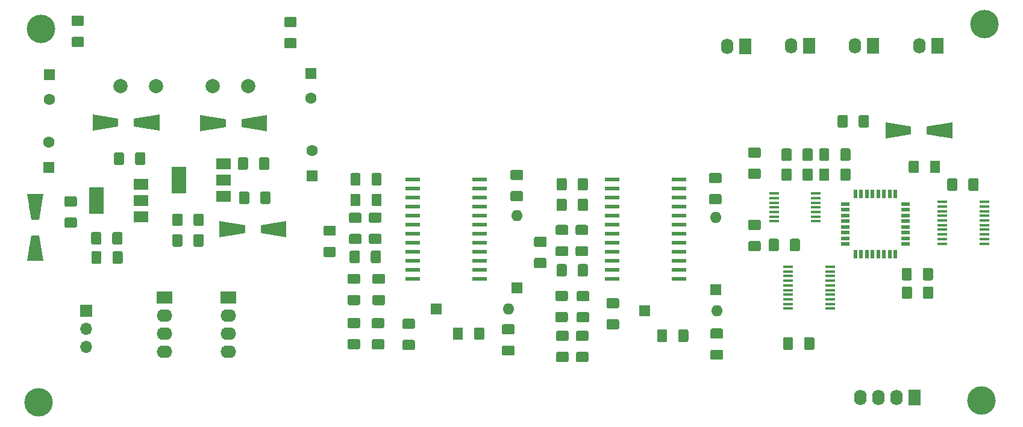
<source format=gts>
G04 #@! TF.GenerationSoftware,KiCad,Pcbnew,(5.0.0-3-g5ebb6b6)*
G04 #@! TF.CreationDate,2019-01-18T17:45:58+01:00*
G04 #@! TF.ProjectId,Motor_Card,4D6F746F725F436172642E6B69636164,rev?*
G04 #@! TF.SameCoordinates,Original*
G04 #@! TF.FileFunction,Soldermask,Top*
G04 #@! TF.FilePolarity,Negative*
%FSLAX46Y46*%
G04 Gerber Fmt 4.6, Leading zero omitted, Abs format (unit mm)*
G04 Created by KiCad (PCBNEW (5.0.0-3-g5ebb6b6)) date Friday 18 January 2019 à 17:45:58*
%MOMM*%
%LPD*%
G01*
G04 APERTURE LIST*
%ADD10R,2.000000X0.600000*%
%ADD11O,1.600000X1.600000*%
%ADD12R,1.600000X1.600000*%
%ADD13C,1.600000*%
%ADD14C,2.000000*%
%ADD15R,0.600000X1.200000*%
%ADD16R,1.200000X0.600000*%
%ADD17R,1.450000X0.450000*%
%ADD18C,0.100000*%
%ADD19C,1.425000*%
%ADD20C,1.676868*%
%ADD21R,2.000000X1.500000*%
%ADD22R,2.000000X3.800000*%
%ADD23C,4.000000*%
%ADD24O,2.200000X1.740000*%
%ADD25R,2.200000X1.740000*%
%ADD26O,1.740000X2.200000*%
%ADD27R,1.740000X2.200000*%
%ADD28O,1.700000X1.700000*%
%ADD29R,1.700000X1.700000*%
G04 APERTURE END LIST*
D10*
G04 #@! TO.C,U6*
X163900000Y-86200000D03*
X163900000Y-87470000D03*
X163900000Y-88740000D03*
X163900000Y-90010000D03*
X163900000Y-91280000D03*
X163900000Y-92550000D03*
X163900000Y-93820000D03*
X163900000Y-95090000D03*
X163900000Y-96360000D03*
X163900000Y-97630000D03*
X163900000Y-98900000D03*
X163900000Y-100170000D03*
X154500000Y-100170000D03*
X154500000Y-98900000D03*
X154500000Y-97630000D03*
X154500000Y-96360000D03*
X154500000Y-95090000D03*
X154500000Y-93820000D03*
X154500000Y-92550000D03*
X154500000Y-91280000D03*
X154500000Y-90010000D03*
X154500000Y-88740000D03*
X154500000Y-87470000D03*
X154500000Y-86200000D03*
G04 #@! TD*
G04 #@! TO.C,U5*
X135900000Y-86210000D03*
X135900000Y-87480000D03*
X135900000Y-88750000D03*
X135900000Y-90020000D03*
X135900000Y-91290000D03*
X135900000Y-92560000D03*
X135900000Y-93830000D03*
X135900000Y-95100000D03*
X135900000Y-96370000D03*
X135900000Y-97640000D03*
X135900000Y-98910000D03*
X135900000Y-100180000D03*
X126500000Y-100180000D03*
X126500000Y-98910000D03*
X126500000Y-97640000D03*
X126500000Y-96370000D03*
X126500000Y-95100000D03*
X126500000Y-93830000D03*
X126500000Y-92560000D03*
X126500000Y-91290000D03*
X126500000Y-90020000D03*
X126500000Y-88750000D03*
X126500000Y-87480000D03*
X126500000Y-86210000D03*
G04 #@! TD*
D11*
G04 #@! TO.C,D3*
X169100000Y-91540000D03*
D12*
X169100000Y-101700000D03*
G04 #@! TD*
D13*
G04 #@! TO.C,C4*
X75400000Y-75000000D03*
D12*
X75400000Y-71500000D03*
G04 #@! TD*
D14*
G04 #@! TO.C,U12*
X85400000Y-73100000D03*
X90400000Y-73100000D03*
G04 #@! TD*
G04 #@! TO.C,U11*
X98400000Y-73100000D03*
X103400000Y-73100000D03*
G04 #@! TD*
D15*
G04 #@! TO.C,U8*
X188700740Y-88245223D03*
X189500740Y-88245223D03*
X190300740Y-88245223D03*
X191100740Y-88245223D03*
X191900740Y-88245223D03*
X192700740Y-88245223D03*
X193500740Y-88245223D03*
X194300740Y-88245223D03*
D16*
X195750740Y-89695223D03*
X195750740Y-90495223D03*
X195750740Y-91295223D03*
X195750740Y-92095223D03*
X195750740Y-92895223D03*
X195750740Y-93695223D03*
X195750740Y-94495223D03*
X195750740Y-95295223D03*
D15*
X194300740Y-96745223D03*
X193500740Y-96745223D03*
X192700740Y-96745223D03*
X191900740Y-96745223D03*
X191100740Y-96745223D03*
X190300740Y-96745223D03*
X189500740Y-96745223D03*
X188700740Y-96745223D03*
D16*
X187250740Y-95295223D03*
X187250740Y-94495223D03*
X187250740Y-93695223D03*
X187250740Y-92895223D03*
X187250740Y-92095223D03*
X187250740Y-91295223D03*
X187250740Y-90495223D03*
X187250740Y-89695223D03*
G04 #@! TD*
D17*
G04 #@! TO.C,U10*
X206800000Y-89400000D03*
X206800000Y-90050000D03*
X206800000Y-90700000D03*
X206800000Y-91350000D03*
X206800000Y-92000000D03*
X206800000Y-92650000D03*
X206800000Y-93300000D03*
X206800000Y-93950000D03*
X206800000Y-94600000D03*
X206800000Y-95250000D03*
X200900000Y-95250000D03*
X200900000Y-94600000D03*
X200900000Y-93950000D03*
X200900000Y-93300000D03*
X200900000Y-92650000D03*
X200900000Y-92000000D03*
X200900000Y-91350000D03*
X200900000Y-90700000D03*
X200900000Y-90050000D03*
X200900000Y-89400000D03*
G04 #@! TD*
D13*
G04 #@! TO.C,C8*
X112300000Y-82200000D03*
D12*
X112300000Y-85700000D03*
G04 #@! TD*
D18*
G04 #@! TO.C,Cin_2*
G36*
X106087004Y-83126204D02*
X106111273Y-83129804D01*
X106135071Y-83135765D01*
X106158171Y-83144030D01*
X106180349Y-83154520D01*
X106201393Y-83167133D01*
X106221098Y-83181747D01*
X106239277Y-83198223D01*
X106255753Y-83216402D01*
X106270367Y-83236107D01*
X106282980Y-83257151D01*
X106293470Y-83279329D01*
X106301735Y-83302429D01*
X106307696Y-83326227D01*
X106311296Y-83350496D01*
X106312500Y-83375000D01*
X106312500Y-84625000D01*
X106311296Y-84649504D01*
X106307696Y-84673773D01*
X106301735Y-84697571D01*
X106293470Y-84720671D01*
X106282980Y-84742849D01*
X106270367Y-84763893D01*
X106255753Y-84783598D01*
X106239277Y-84801777D01*
X106221098Y-84818253D01*
X106201393Y-84832867D01*
X106180349Y-84845480D01*
X106158171Y-84855970D01*
X106135071Y-84864235D01*
X106111273Y-84870196D01*
X106087004Y-84873796D01*
X106062500Y-84875000D01*
X105137500Y-84875000D01*
X105112996Y-84873796D01*
X105088727Y-84870196D01*
X105064929Y-84864235D01*
X105041829Y-84855970D01*
X105019651Y-84845480D01*
X104998607Y-84832867D01*
X104978902Y-84818253D01*
X104960723Y-84801777D01*
X104944247Y-84783598D01*
X104929633Y-84763893D01*
X104917020Y-84742849D01*
X104906530Y-84720671D01*
X104898265Y-84697571D01*
X104892304Y-84673773D01*
X104888704Y-84649504D01*
X104887500Y-84625000D01*
X104887500Y-83375000D01*
X104888704Y-83350496D01*
X104892304Y-83326227D01*
X104898265Y-83302429D01*
X104906530Y-83279329D01*
X104917020Y-83257151D01*
X104929633Y-83236107D01*
X104944247Y-83216402D01*
X104960723Y-83198223D01*
X104978902Y-83181747D01*
X104998607Y-83167133D01*
X105019651Y-83154520D01*
X105041829Y-83144030D01*
X105064929Y-83135765D01*
X105088727Y-83129804D01*
X105112996Y-83126204D01*
X105137500Y-83125000D01*
X106062500Y-83125000D01*
X106087004Y-83126204D01*
X106087004Y-83126204D01*
G37*
D19*
X105600000Y-84000000D03*
D18*
G36*
X103112004Y-83126204D02*
X103136273Y-83129804D01*
X103160071Y-83135765D01*
X103183171Y-83144030D01*
X103205349Y-83154520D01*
X103226393Y-83167133D01*
X103246098Y-83181747D01*
X103264277Y-83198223D01*
X103280753Y-83216402D01*
X103295367Y-83236107D01*
X103307980Y-83257151D01*
X103318470Y-83279329D01*
X103326735Y-83302429D01*
X103332696Y-83326227D01*
X103336296Y-83350496D01*
X103337500Y-83375000D01*
X103337500Y-84625000D01*
X103336296Y-84649504D01*
X103332696Y-84673773D01*
X103326735Y-84697571D01*
X103318470Y-84720671D01*
X103307980Y-84742849D01*
X103295367Y-84763893D01*
X103280753Y-84783598D01*
X103264277Y-84801777D01*
X103246098Y-84818253D01*
X103226393Y-84832867D01*
X103205349Y-84845480D01*
X103183171Y-84855970D01*
X103160071Y-84864235D01*
X103136273Y-84870196D01*
X103112004Y-84873796D01*
X103087500Y-84875000D01*
X102162500Y-84875000D01*
X102137996Y-84873796D01*
X102113727Y-84870196D01*
X102089929Y-84864235D01*
X102066829Y-84855970D01*
X102044651Y-84845480D01*
X102023607Y-84832867D01*
X102003902Y-84818253D01*
X101985723Y-84801777D01*
X101969247Y-84783598D01*
X101954633Y-84763893D01*
X101942020Y-84742849D01*
X101931530Y-84720671D01*
X101923265Y-84697571D01*
X101917304Y-84673773D01*
X101913704Y-84649504D01*
X101912500Y-84625000D01*
X101912500Y-83375000D01*
X101913704Y-83350496D01*
X101917304Y-83326227D01*
X101923265Y-83302429D01*
X101931530Y-83279329D01*
X101942020Y-83257151D01*
X101954633Y-83236107D01*
X101969247Y-83216402D01*
X101985723Y-83198223D01*
X102003902Y-83181747D01*
X102023607Y-83167133D01*
X102044651Y-83154520D01*
X102066829Y-83144030D01*
X102089929Y-83135765D01*
X102113727Y-83129804D01*
X102137996Y-83126204D01*
X102162500Y-83125000D01*
X103087500Y-83125000D01*
X103112004Y-83126204D01*
X103112004Y-83126204D01*
G37*
D19*
X102625000Y-84000000D03*
G04 #@! TD*
D18*
G04 #@! TO.C,R10*
G36*
X103287004Y-87926204D02*
X103311273Y-87929804D01*
X103335071Y-87935765D01*
X103358171Y-87944030D01*
X103380349Y-87954520D01*
X103401393Y-87967133D01*
X103421098Y-87981747D01*
X103439277Y-87998223D01*
X103455753Y-88016402D01*
X103470367Y-88036107D01*
X103482980Y-88057151D01*
X103493470Y-88079329D01*
X103501735Y-88102429D01*
X103507696Y-88126227D01*
X103511296Y-88150496D01*
X103512500Y-88175000D01*
X103512500Y-89425000D01*
X103511296Y-89449504D01*
X103507696Y-89473773D01*
X103501735Y-89497571D01*
X103493470Y-89520671D01*
X103482980Y-89542849D01*
X103470367Y-89563893D01*
X103455753Y-89583598D01*
X103439277Y-89601777D01*
X103421098Y-89618253D01*
X103401393Y-89632867D01*
X103380349Y-89645480D01*
X103358171Y-89655970D01*
X103335071Y-89664235D01*
X103311273Y-89670196D01*
X103287004Y-89673796D01*
X103262500Y-89675000D01*
X102337500Y-89675000D01*
X102312996Y-89673796D01*
X102288727Y-89670196D01*
X102264929Y-89664235D01*
X102241829Y-89655970D01*
X102219651Y-89645480D01*
X102198607Y-89632867D01*
X102178902Y-89618253D01*
X102160723Y-89601777D01*
X102144247Y-89583598D01*
X102129633Y-89563893D01*
X102117020Y-89542849D01*
X102106530Y-89520671D01*
X102098265Y-89497571D01*
X102092304Y-89473773D01*
X102088704Y-89449504D01*
X102087500Y-89425000D01*
X102087500Y-88175000D01*
X102088704Y-88150496D01*
X102092304Y-88126227D01*
X102098265Y-88102429D01*
X102106530Y-88079329D01*
X102117020Y-88057151D01*
X102129633Y-88036107D01*
X102144247Y-88016402D01*
X102160723Y-87998223D01*
X102178902Y-87981747D01*
X102198607Y-87967133D01*
X102219651Y-87954520D01*
X102241829Y-87944030D01*
X102264929Y-87935765D01*
X102288727Y-87929804D01*
X102312996Y-87926204D01*
X102337500Y-87925000D01*
X103262500Y-87925000D01*
X103287004Y-87926204D01*
X103287004Y-87926204D01*
G37*
D19*
X102800000Y-88800000D03*
D18*
G36*
X106262004Y-87926204D02*
X106286273Y-87929804D01*
X106310071Y-87935765D01*
X106333171Y-87944030D01*
X106355349Y-87954520D01*
X106376393Y-87967133D01*
X106396098Y-87981747D01*
X106414277Y-87998223D01*
X106430753Y-88016402D01*
X106445367Y-88036107D01*
X106457980Y-88057151D01*
X106468470Y-88079329D01*
X106476735Y-88102429D01*
X106482696Y-88126227D01*
X106486296Y-88150496D01*
X106487500Y-88175000D01*
X106487500Y-89425000D01*
X106486296Y-89449504D01*
X106482696Y-89473773D01*
X106476735Y-89497571D01*
X106468470Y-89520671D01*
X106457980Y-89542849D01*
X106445367Y-89563893D01*
X106430753Y-89583598D01*
X106414277Y-89601777D01*
X106396098Y-89618253D01*
X106376393Y-89632867D01*
X106355349Y-89645480D01*
X106333171Y-89655970D01*
X106310071Y-89664235D01*
X106286273Y-89670196D01*
X106262004Y-89673796D01*
X106237500Y-89675000D01*
X105312500Y-89675000D01*
X105287996Y-89673796D01*
X105263727Y-89670196D01*
X105239929Y-89664235D01*
X105216829Y-89655970D01*
X105194651Y-89645480D01*
X105173607Y-89632867D01*
X105153902Y-89618253D01*
X105135723Y-89601777D01*
X105119247Y-89583598D01*
X105104633Y-89563893D01*
X105092020Y-89542849D01*
X105081530Y-89520671D01*
X105073265Y-89497571D01*
X105067304Y-89473773D01*
X105063704Y-89449504D01*
X105062500Y-89425000D01*
X105062500Y-88175000D01*
X105063704Y-88150496D01*
X105067304Y-88126227D01*
X105073265Y-88102429D01*
X105081530Y-88079329D01*
X105092020Y-88057151D01*
X105104633Y-88036107D01*
X105119247Y-88016402D01*
X105135723Y-87998223D01*
X105153902Y-87981747D01*
X105173607Y-87967133D01*
X105194651Y-87954520D01*
X105216829Y-87944030D01*
X105239929Y-87935765D01*
X105263727Y-87929804D01*
X105287996Y-87926204D01*
X105312500Y-87925000D01*
X106237500Y-87925000D01*
X106262004Y-87926204D01*
X106262004Y-87926204D01*
G37*
D19*
X105775000Y-88800000D03*
G04 #@! TD*
D18*
G04 #@! TO.C,R11*
G36*
X96887004Y-91026204D02*
X96911273Y-91029804D01*
X96935071Y-91035765D01*
X96958171Y-91044030D01*
X96980349Y-91054520D01*
X97001393Y-91067133D01*
X97021098Y-91081747D01*
X97039277Y-91098223D01*
X97055753Y-91116402D01*
X97070367Y-91136107D01*
X97082980Y-91157151D01*
X97093470Y-91179329D01*
X97101735Y-91202429D01*
X97107696Y-91226227D01*
X97111296Y-91250496D01*
X97112500Y-91275000D01*
X97112500Y-92525000D01*
X97111296Y-92549504D01*
X97107696Y-92573773D01*
X97101735Y-92597571D01*
X97093470Y-92620671D01*
X97082980Y-92642849D01*
X97070367Y-92663893D01*
X97055753Y-92683598D01*
X97039277Y-92701777D01*
X97021098Y-92718253D01*
X97001393Y-92732867D01*
X96980349Y-92745480D01*
X96958171Y-92755970D01*
X96935071Y-92764235D01*
X96911273Y-92770196D01*
X96887004Y-92773796D01*
X96862500Y-92775000D01*
X95937500Y-92775000D01*
X95912996Y-92773796D01*
X95888727Y-92770196D01*
X95864929Y-92764235D01*
X95841829Y-92755970D01*
X95819651Y-92745480D01*
X95798607Y-92732867D01*
X95778902Y-92718253D01*
X95760723Y-92701777D01*
X95744247Y-92683598D01*
X95729633Y-92663893D01*
X95717020Y-92642849D01*
X95706530Y-92620671D01*
X95698265Y-92597571D01*
X95692304Y-92573773D01*
X95688704Y-92549504D01*
X95687500Y-92525000D01*
X95687500Y-91275000D01*
X95688704Y-91250496D01*
X95692304Y-91226227D01*
X95698265Y-91202429D01*
X95706530Y-91179329D01*
X95717020Y-91157151D01*
X95729633Y-91136107D01*
X95744247Y-91116402D01*
X95760723Y-91098223D01*
X95778902Y-91081747D01*
X95798607Y-91067133D01*
X95819651Y-91054520D01*
X95841829Y-91044030D01*
X95864929Y-91035765D01*
X95888727Y-91029804D01*
X95912996Y-91026204D01*
X95937500Y-91025000D01*
X96862500Y-91025000D01*
X96887004Y-91026204D01*
X96887004Y-91026204D01*
G37*
D19*
X96400000Y-91900000D03*
D18*
G36*
X93912004Y-91026204D02*
X93936273Y-91029804D01*
X93960071Y-91035765D01*
X93983171Y-91044030D01*
X94005349Y-91054520D01*
X94026393Y-91067133D01*
X94046098Y-91081747D01*
X94064277Y-91098223D01*
X94080753Y-91116402D01*
X94095367Y-91136107D01*
X94107980Y-91157151D01*
X94118470Y-91179329D01*
X94126735Y-91202429D01*
X94132696Y-91226227D01*
X94136296Y-91250496D01*
X94137500Y-91275000D01*
X94137500Y-92525000D01*
X94136296Y-92549504D01*
X94132696Y-92573773D01*
X94126735Y-92597571D01*
X94118470Y-92620671D01*
X94107980Y-92642849D01*
X94095367Y-92663893D01*
X94080753Y-92683598D01*
X94064277Y-92701777D01*
X94046098Y-92718253D01*
X94026393Y-92732867D01*
X94005349Y-92745480D01*
X93983171Y-92755970D01*
X93960071Y-92764235D01*
X93936273Y-92770196D01*
X93912004Y-92773796D01*
X93887500Y-92775000D01*
X92962500Y-92775000D01*
X92937996Y-92773796D01*
X92913727Y-92770196D01*
X92889929Y-92764235D01*
X92866829Y-92755970D01*
X92844651Y-92745480D01*
X92823607Y-92732867D01*
X92803902Y-92718253D01*
X92785723Y-92701777D01*
X92769247Y-92683598D01*
X92754633Y-92663893D01*
X92742020Y-92642849D01*
X92731530Y-92620671D01*
X92723265Y-92597571D01*
X92717304Y-92573773D01*
X92713704Y-92549504D01*
X92712500Y-92525000D01*
X92712500Y-91275000D01*
X92713704Y-91250496D01*
X92717304Y-91226227D01*
X92723265Y-91202429D01*
X92731530Y-91179329D01*
X92742020Y-91157151D01*
X92754633Y-91136107D01*
X92769247Y-91116402D01*
X92785723Y-91098223D01*
X92803902Y-91081747D01*
X92823607Y-91067133D01*
X92844651Y-91054520D01*
X92866829Y-91044030D01*
X92889929Y-91035765D01*
X92913727Y-91029804D01*
X92937996Y-91026204D01*
X92962500Y-91025000D01*
X93887500Y-91025000D01*
X93912004Y-91026204D01*
X93912004Y-91026204D01*
G37*
D19*
X93425000Y-91900000D03*
G04 #@! TD*
D18*
G04 #@! TO.C,R12*
G36*
X93887004Y-93926204D02*
X93911273Y-93929804D01*
X93935071Y-93935765D01*
X93958171Y-93944030D01*
X93980349Y-93954520D01*
X94001393Y-93967133D01*
X94021098Y-93981747D01*
X94039277Y-93998223D01*
X94055753Y-94016402D01*
X94070367Y-94036107D01*
X94082980Y-94057151D01*
X94093470Y-94079329D01*
X94101735Y-94102429D01*
X94107696Y-94126227D01*
X94111296Y-94150496D01*
X94112500Y-94175000D01*
X94112500Y-95425000D01*
X94111296Y-95449504D01*
X94107696Y-95473773D01*
X94101735Y-95497571D01*
X94093470Y-95520671D01*
X94082980Y-95542849D01*
X94070367Y-95563893D01*
X94055753Y-95583598D01*
X94039277Y-95601777D01*
X94021098Y-95618253D01*
X94001393Y-95632867D01*
X93980349Y-95645480D01*
X93958171Y-95655970D01*
X93935071Y-95664235D01*
X93911273Y-95670196D01*
X93887004Y-95673796D01*
X93862500Y-95675000D01*
X92937500Y-95675000D01*
X92912996Y-95673796D01*
X92888727Y-95670196D01*
X92864929Y-95664235D01*
X92841829Y-95655970D01*
X92819651Y-95645480D01*
X92798607Y-95632867D01*
X92778902Y-95618253D01*
X92760723Y-95601777D01*
X92744247Y-95583598D01*
X92729633Y-95563893D01*
X92717020Y-95542849D01*
X92706530Y-95520671D01*
X92698265Y-95497571D01*
X92692304Y-95473773D01*
X92688704Y-95449504D01*
X92687500Y-95425000D01*
X92687500Y-94175000D01*
X92688704Y-94150496D01*
X92692304Y-94126227D01*
X92698265Y-94102429D01*
X92706530Y-94079329D01*
X92717020Y-94057151D01*
X92729633Y-94036107D01*
X92744247Y-94016402D01*
X92760723Y-93998223D01*
X92778902Y-93981747D01*
X92798607Y-93967133D01*
X92819651Y-93954520D01*
X92841829Y-93944030D01*
X92864929Y-93935765D01*
X92888727Y-93929804D01*
X92912996Y-93926204D01*
X92937500Y-93925000D01*
X93862500Y-93925000D01*
X93887004Y-93926204D01*
X93887004Y-93926204D01*
G37*
D19*
X93400000Y-94800000D03*
D18*
G36*
X96862004Y-93926204D02*
X96886273Y-93929804D01*
X96910071Y-93935765D01*
X96933171Y-93944030D01*
X96955349Y-93954520D01*
X96976393Y-93967133D01*
X96996098Y-93981747D01*
X97014277Y-93998223D01*
X97030753Y-94016402D01*
X97045367Y-94036107D01*
X97057980Y-94057151D01*
X97068470Y-94079329D01*
X97076735Y-94102429D01*
X97082696Y-94126227D01*
X97086296Y-94150496D01*
X97087500Y-94175000D01*
X97087500Y-95425000D01*
X97086296Y-95449504D01*
X97082696Y-95473773D01*
X97076735Y-95497571D01*
X97068470Y-95520671D01*
X97057980Y-95542849D01*
X97045367Y-95563893D01*
X97030753Y-95583598D01*
X97014277Y-95601777D01*
X96996098Y-95618253D01*
X96976393Y-95632867D01*
X96955349Y-95645480D01*
X96933171Y-95655970D01*
X96910071Y-95664235D01*
X96886273Y-95670196D01*
X96862004Y-95673796D01*
X96837500Y-95675000D01*
X95912500Y-95675000D01*
X95887996Y-95673796D01*
X95863727Y-95670196D01*
X95839929Y-95664235D01*
X95816829Y-95655970D01*
X95794651Y-95645480D01*
X95773607Y-95632867D01*
X95753902Y-95618253D01*
X95735723Y-95601777D01*
X95719247Y-95583598D01*
X95704633Y-95563893D01*
X95692020Y-95542849D01*
X95681530Y-95520671D01*
X95673265Y-95497571D01*
X95667304Y-95473773D01*
X95663704Y-95449504D01*
X95662500Y-95425000D01*
X95662500Y-94175000D01*
X95663704Y-94150496D01*
X95667304Y-94126227D01*
X95673265Y-94102429D01*
X95681530Y-94079329D01*
X95692020Y-94057151D01*
X95704633Y-94036107D01*
X95719247Y-94016402D01*
X95735723Y-93998223D01*
X95753902Y-93981747D01*
X95773607Y-93967133D01*
X95794651Y-93954520D01*
X95816829Y-93944030D01*
X95839929Y-93935765D01*
X95863727Y-93929804D01*
X95887996Y-93926204D01*
X95912500Y-93925000D01*
X96837500Y-93925000D01*
X96862004Y-93926204D01*
X96862004Y-93926204D01*
G37*
D19*
X96375000Y-94800000D03*
G04 #@! TD*
D20*
G04 #@! TO.C,D11*
X101100000Y-93200000D03*
D18*
G36*
X99300000Y-94350000D02*
X99300000Y-92050000D01*
X102900000Y-92650000D01*
X102900000Y-93750000D01*
X99300000Y-94350000D01*
X99300000Y-94350000D01*
G37*
D20*
X106900000Y-93200000D03*
D18*
G36*
X108700000Y-92050000D02*
X108700000Y-94350000D01*
X105100000Y-93750000D01*
X105100000Y-92650000D01*
X108700000Y-92050000D01*
X108700000Y-92050000D01*
G37*
G04 #@! TD*
D21*
G04 #@! TO.C,U14*
X99900000Y-88600000D03*
X99900000Y-84000000D03*
X99900000Y-86300000D03*
D22*
X93600000Y-86300000D03*
G04 #@! TD*
D18*
G04 #@! TO.C,F1*
G36*
X80049504Y-63213704D02*
X80073773Y-63217304D01*
X80097571Y-63223265D01*
X80120671Y-63231530D01*
X80142849Y-63242020D01*
X80163893Y-63254633D01*
X80183598Y-63269247D01*
X80201777Y-63285723D01*
X80218253Y-63303902D01*
X80232867Y-63323607D01*
X80245480Y-63344651D01*
X80255970Y-63366829D01*
X80264235Y-63389929D01*
X80270196Y-63413727D01*
X80273796Y-63437996D01*
X80275000Y-63462500D01*
X80275000Y-64387500D01*
X80273796Y-64412004D01*
X80270196Y-64436273D01*
X80264235Y-64460071D01*
X80255970Y-64483171D01*
X80245480Y-64505349D01*
X80232867Y-64526393D01*
X80218253Y-64546098D01*
X80201777Y-64564277D01*
X80183598Y-64580753D01*
X80163893Y-64595367D01*
X80142849Y-64607980D01*
X80120671Y-64618470D01*
X80097571Y-64626735D01*
X80073773Y-64632696D01*
X80049504Y-64636296D01*
X80025000Y-64637500D01*
X78775000Y-64637500D01*
X78750496Y-64636296D01*
X78726227Y-64632696D01*
X78702429Y-64626735D01*
X78679329Y-64618470D01*
X78657151Y-64607980D01*
X78636107Y-64595367D01*
X78616402Y-64580753D01*
X78598223Y-64564277D01*
X78581747Y-64546098D01*
X78567133Y-64526393D01*
X78554520Y-64505349D01*
X78544030Y-64483171D01*
X78535765Y-64460071D01*
X78529804Y-64436273D01*
X78526204Y-64412004D01*
X78525000Y-64387500D01*
X78525000Y-63462500D01*
X78526204Y-63437996D01*
X78529804Y-63413727D01*
X78535765Y-63389929D01*
X78544030Y-63366829D01*
X78554520Y-63344651D01*
X78567133Y-63323607D01*
X78581747Y-63303902D01*
X78598223Y-63285723D01*
X78616402Y-63269247D01*
X78636107Y-63254633D01*
X78657151Y-63242020D01*
X78679329Y-63231530D01*
X78702429Y-63223265D01*
X78726227Y-63217304D01*
X78750496Y-63213704D01*
X78775000Y-63212500D01*
X80025000Y-63212500D01*
X80049504Y-63213704D01*
X80049504Y-63213704D01*
G37*
D19*
X79400000Y-63925000D03*
D18*
G36*
X80049504Y-66188704D02*
X80073773Y-66192304D01*
X80097571Y-66198265D01*
X80120671Y-66206530D01*
X80142849Y-66217020D01*
X80163893Y-66229633D01*
X80183598Y-66244247D01*
X80201777Y-66260723D01*
X80218253Y-66278902D01*
X80232867Y-66298607D01*
X80245480Y-66319651D01*
X80255970Y-66341829D01*
X80264235Y-66364929D01*
X80270196Y-66388727D01*
X80273796Y-66412996D01*
X80275000Y-66437500D01*
X80275000Y-67362500D01*
X80273796Y-67387004D01*
X80270196Y-67411273D01*
X80264235Y-67435071D01*
X80255970Y-67458171D01*
X80245480Y-67480349D01*
X80232867Y-67501393D01*
X80218253Y-67521098D01*
X80201777Y-67539277D01*
X80183598Y-67555753D01*
X80163893Y-67570367D01*
X80142849Y-67582980D01*
X80120671Y-67593470D01*
X80097571Y-67601735D01*
X80073773Y-67607696D01*
X80049504Y-67611296D01*
X80025000Y-67612500D01*
X78775000Y-67612500D01*
X78750496Y-67611296D01*
X78726227Y-67607696D01*
X78702429Y-67601735D01*
X78679329Y-67593470D01*
X78657151Y-67582980D01*
X78636107Y-67570367D01*
X78616402Y-67555753D01*
X78598223Y-67539277D01*
X78581747Y-67521098D01*
X78567133Y-67501393D01*
X78554520Y-67480349D01*
X78544030Y-67458171D01*
X78535765Y-67435071D01*
X78529804Y-67411273D01*
X78526204Y-67387004D01*
X78525000Y-67362500D01*
X78525000Y-66437500D01*
X78526204Y-66412996D01*
X78529804Y-66388727D01*
X78535765Y-66364929D01*
X78544030Y-66341829D01*
X78554520Y-66319651D01*
X78567133Y-66298607D01*
X78581747Y-66278902D01*
X78598223Y-66260723D01*
X78616402Y-66244247D01*
X78636107Y-66229633D01*
X78657151Y-66217020D01*
X78679329Y-66206530D01*
X78702429Y-66198265D01*
X78726227Y-66192304D01*
X78750496Y-66188704D01*
X78775000Y-66187500D01*
X80025000Y-66187500D01*
X80049504Y-66188704D01*
X80049504Y-66188704D01*
G37*
D19*
X79400000Y-66900000D03*
G04 #@! TD*
D13*
G04 #@! TO.C,C7*
X75300000Y-81000000D03*
D12*
X75300000Y-84500000D03*
G04 #@! TD*
D13*
G04 #@! TO.C,C3*
X112200000Y-74800000D03*
D12*
X112200000Y-71300000D03*
G04 #@! TD*
D18*
G04 #@! TO.C,C1*
G36*
X187762744Y-81871427D02*
X187787013Y-81875027D01*
X187810811Y-81880988D01*
X187833911Y-81889253D01*
X187856089Y-81899743D01*
X187877133Y-81912356D01*
X187896838Y-81926970D01*
X187915017Y-81943446D01*
X187931493Y-81961625D01*
X187946107Y-81981330D01*
X187958720Y-82002374D01*
X187969210Y-82024552D01*
X187977475Y-82047652D01*
X187983436Y-82071450D01*
X187987036Y-82095719D01*
X187988240Y-82120223D01*
X187988240Y-83370223D01*
X187987036Y-83394727D01*
X187983436Y-83418996D01*
X187977475Y-83442794D01*
X187969210Y-83465894D01*
X187958720Y-83488072D01*
X187946107Y-83509116D01*
X187931493Y-83528821D01*
X187915017Y-83547000D01*
X187896838Y-83563476D01*
X187877133Y-83578090D01*
X187856089Y-83590703D01*
X187833911Y-83601193D01*
X187810811Y-83609458D01*
X187787013Y-83615419D01*
X187762744Y-83619019D01*
X187738240Y-83620223D01*
X186813240Y-83620223D01*
X186788736Y-83619019D01*
X186764467Y-83615419D01*
X186740669Y-83609458D01*
X186717569Y-83601193D01*
X186695391Y-83590703D01*
X186674347Y-83578090D01*
X186654642Y-83563476D01*
X186636463Y-83547000D01*
X186619987Y-83528821D01*
X186605373Y-83509116D01*
X186592760Y-83488072D01*
X186582270Y-83465894D01*
X186574005Y-83442794D01*
X186568044Y-83418996D01*
X186564444Y-83394727D01*
X186563240Y-83370223D01*
X186563240Y-82120223D01*
X186564444Y-82095719D01*
X186568044Y-82071450D01*
X186574005Y-82047652D01*
X186582270Y-82024552D01*
X186592760Y-82002374D01*
X186605373Y-81981330D01*
X186619987Y-81961625D01*
X186636463Y-81943446D01*
X186654642Y-81926970D01*
X186674347Y-81912356D01*
X186695391Y-81899743D01*
X186717569Y-81889253D01*
X186740669Y-81880988D01*
X186764467Y-81875027D01*
X186788736Y-81871427D01*
X186813240Y-81870223D01*
X187738240Y-81870223D01*
X187762744Y-81871427D01*
X187762744Y-81871427D01*
G37*
D19*
X187275740Y-82745223D03*
D18*
G36*
X184787744Y-81871427D02*
X184812013Y-81875027D01*
X184835811Y-81880988D01*
X184858911Y-81889253D01*
X184881089Y-81899743D01*
X184902133Y-81912356D01*
X184921838Y-81926970D01*
X184940017Y-81943446D01*
X184956493Y-81961625D01*
X184971107Y-81981330D01*
X184983720Y-82002374D01*
X184994210Y-82024552D01*
X185002475Y-82047652D01*
X185008436Y-82071450D01*
X185012036Y-82095719D01*
X185013240Y-82120223D01*
X185013240Y-83370223D01*
X185012036Y-83394727D01*
X185008436Y-83418996D01*
X185002475Y-83442794D01*
X184994210Y-83465894D01*
X184983720Y-83488072D01*
X184971107Y-83509116D01*
X184956493Y-83528821D01*
X184940017Y-83547000D01*
X184921838Y-83563476D01*
X184902133Y-83578090D01*
X184881089Y-83590703D01*
X184858911Y-83601193D01*
X184835811Y-83609458D01*
X184812013Y-83615419D01*
X184787744Y-83619019D01*
X184763240Y-83620223D01*
X183838240Y-83620223D01*
X183813736Y-83619019D01*
X183789467Y-83615419D01*
X183765669Y-83609458D01*
X183742569Y-83601193D01*
X183720391Y-83590703D01*
X183699347Y-83578090D01*
X183679642Y-83563476D01*
X183661463Y-83547000D01*
X183644987Y-83528821D01*
X183630373Y-83509116D01*
X183617760Y-83488072D01*
X183607270Y-83465894D01*
X183599005Y-83442794D01*
X183593044Y-83418996D01*
X183589444Y-83394727D01*
X183588240Y-83370223D01*
X183588240Y-82120223D01*
X183589444Y-82095719D01*
X183593044Y-82071450D01*
X183599005Y-82047652D01*
X183607270Y-82024552D01*
X183617760Y-82002374D01*
X183630373Y-81981330D01*
X183644987Y-81961625D01*
X183661463Y-81943446D01*
X183679642Y-81926970D01*
X183699347Y-81912356D01*
X183720391Y-81899743D01*
X183742569Y-81889253D01*
X183765669Y-81880988D01*
X183789467Y-81875027D01*
X183813736Y-81871427D01*
X183838240Y-81870223D01*
X184763240Y-81870223D01*
X184787744Y-81871427D01*
X184787744Y-81871427D01*
G37*
D19*
X184300740Y-82745223D03*
G04 #@! TD*
D18*
G04 #@! TO.C,C2*
G36*
X182462744Y-84671427D02*
X182487013Y-84675027D01*
X182510811Y-84680988D01*
X182533911Y-84689253D01*
X182556089Y-84699743D01*
X182577133Y-84712356D01*
X182596838Y-84726970D01*
X182615017Y-84743446D01*
X182631493Y-84761625D01*
X182646107Y-84781330D01*
X182658720Y-84802374D01*
X182669210Y-84824552D01*
X182677475Y-84847652D01*
X182683436Y-84871450D01*
X182687036Y-84895719D01*
X182688240Y-84920223D01*
X182688240Y-86170223D01*
X182687036Y-86194727D01*
X182683436Y-86218996D01*
X182677475Y-86242794D01*
X182669210Y-86265894D01*
X182658720Y-86288072D01*
X182646107Y-86309116D01*
X182631493Y-86328821D01*
X182615017Y-86347000D01*
X182596838Y-86363476D01*
X182577133Y-86378090D01*
X182556089Y-86390703D01*
X182533911Y-86401193D01*
X182510811Y-86409458D01*
X182487013Y-86415419D01*
X182462744Y-86419019D01*
X182438240Y-86420223D01*
X181513240Y-86420223D01*
X181488736Y-86419019D01*
X181464467Y-86415419D01*
X181440669Y-86409458D01*
X181417569Y-86401193D01*
X181395391Y-86390703D01*
X181374347Y-86378090D01*
X181354642Y-86363476D01*
X181336463Y-86347000D01*
X181319987Y-86328821D01*
X181305373Y-86309116D01*
X181292760Y-86288072D01*
X181282270Y-86265894D01*
X181274005Y-86242794D01*
X181268044Y-86218996D01*
X181264444Y-86194727D01*
X181263240Y-86170223D01*
X181263240Y-84920223D01*
X181264444Y-84895719D01*
X181268044Y-84871450D01*
X181274005Y-84847652D01*
X181282270Y-84824552D01*
X181292760Y-84802374D01*
X181305373Y-84781330D01*
X181319987Y-84761625D01*
X181336463Y-84743446D01*
X181354642Y-84726970D01*
X181374347Y-84712356D01*
X181395391Y-84699743D01*
X181417569Y-84689253D01*
X181440669Y-84680988D01*
X181464467Y-84675027D01*
X181488736Y-84671427D01*
X181513240Y-84670223D01*
X182438240Y-84670223D01*
X182462744Y-84671427D01*
X182462744Y-84671427D01*
G37*
D19*
X181975740Y-85545223D03*
D18*
G36*
X179487744Y-84671427D02*
X179512013Y-84675027D01*
X179535811Y-84680988D01*
X179558911Y-84689253D01*
X179581089Y-84699743D01*
X179602133Y-84712356D01*
X179621838Y-84726970D01*
X179640017Y-84743446D01*
X179656493Y-84761625D01*
X179671107Y-84781330D01*
X179683720Y-84802374D01*
X179694210Y-84824552D01*
X179702475Y-84847652D01*
X179708436Y-84871450D01*
X179712036Y-84895719D01*
X179713240Y-84920223D01*
X179713240Y-86170223D01*
X179712036Y-86194727D01*
X179708436Y-86218996D01*
X179702475Y-86242794D01*
X179694210Y-86265894D01*
X179683720Y-86288072D01*
X179671107Y-86309116D01*
X179656493Y-86328821D01*
X179640017Y-86347000D01*
X179621838Y-86363476D01*
X179602133Y-86378090D01*
X179581089Y-86390703D01*
X179558911Y-86401193D01*
X179535811Y-86409458D01*
X179512013Y-86415419D01*
X179487744Y-86419019D01*
X179463240Y-86420223D01*
X178538240Y-86420223D01*
X178513736Y-86419019D01*
X178489467Y-86415419D01*
X178465669Y-86409458D01*
X178442569Y-86401193D01*
X178420391Y-86390703D01*
X178399347Y-86378090D01*
X178379642Y-86363476D01*
X178361463Y-86347000D01*
X178344987Y-86328821D01*
X178330373Y-86309116D01*
X178317760Y-86288072D01*
X178307270Y-86265894D01*
X178299005Y-86242794D01*
X178293044Y-86218996D01*
X178289444Y-86194727D01*
X178288240Y-86170223D01*
X178288240Y-84920223D01*
X178289444Y-84895719D01*
X178293044Y-84871450D01*
X178299005Y-84847652D01*
X178307270Y-84824552D01*
X178317760Y-84802374D01*
X178330373Y-84781330D01*
X178344987Y-84761625D01*
X178361463Y-84743446D01*
X178379642Y-84726970D01*
X178399347Y-84712356D01*
X178420391Y-84699743D01*
X178442569Y-84689253D01*
X178465669Y-84680988D01*
X178489467Y-84675027D01*
X178513736Y-84671427D01*
X178538240Y-84670223D01*
X179463240Y-84670223D01*
X179487744Y-84671427D01*
X179487744Y-84671427D01*
G37*
D19*
X179000740Y-85545223D03*
G04 #@! TD*
D18*
G04 #@! TO.C,C9*
G36*
X182687004Y-108426204D02*
X182711273Y-108429804D01*
X182735071Y-108435765D01*
X182758171Y-108444030D01*
X182780349Y-108454520D01*
X182801393Y-108467133D01*
X182821098Y-108481747D01*
X182839277Y-108498223D01*
X182855753Y-108516402D01*
X182870367Y-108536107D01*
X182882980Y-108557151D01*
X182893470Y-108579329D01*
X182901735Y-108602429D01*
X182907696Y-108626227D01*
X182911296Y-108650496D01*
X182912500Y-108675000D01*
X182912500Y-109925000D01*
X182911296Y-109949504D01*
X182907696Y-109973773D01*
X182901735Y-109997571D01*
X182893470Y-110020671D01*
X182882980Y-110042849D01*
X182870367Y-110063893D01*
X182855753Y-110083598D01*
X182839277Y-110101777D01*
X182821098Y-110118253D01*
X182801393Y-110132867D01*
X182780349Y-110145480D01*
X182758171Y-110155970D01*
X182735071Y-110164235D01*
X182711273Y-110170196D01*
X182687004Y-110173796D01*
X182662500Y-110175000D01*
X181737500Y-110175000D01*
X181712996Y-110173796D01*
X181688727Y-110170196D01*
X181664929Y-110164235D01*
X181641829Y-110155970D01*
X181619651Y-110145480D01*
X181598607Y-110132867D01*
X181578902Y-110118253D01*
X181560723Y-110101777D01*
X181544247Y-110083598D01*
X181529633Y-110063893D01*
X181517020Y-110042849D01*
X181506530Y-110020671D01*
X181498265Y-109997571D01*
X181492304Y-109973773D01*
X181488704Y-109949504D01*
X181487500Y-109925000D01*
X181487500Y-108675000D01*
X181488704Y-108650496D01*
X181492304Y-108626227D01*
X181498265Y-108602429D01*
X181506530Y-108579329D01*
X181517020Y-108557151D01*
X181529633Y-108536107D01*
X181544247Y-108516402D01*
X181560723Y-108498223D01*
X181578902Y-108481747D01*
X181598607Y-108467133D01*
X181619651Y-108454520D01*
X181641829Y-108444030D01*
X181664929Y-108435765D01*
X181688727Y-108429804D01*
X181712996Y-108426204D01*
X181737500Y-108425000D01*
X182662500Y-108425000D01*
X182687004Y-108426204D01*
X182687004Y-108426204D01*
G37*
D19*
X182200000Y-109300000D03*
D18*
G36*
X179712004Y-108426204D02*
X179736273Y-108429804D01*
X179760071Y-108435765D01*
X179783171Y-108444030D01*
X179805349Y-108454520D01*
X179826393Y-108467133D01*
X179846098Y-108481747D01*
X179864277Y-108498223D01*
X179880753Y-108516402D01*
X179895367Y-108536107D01*
X179907980Y-108557151D01*
X179918470Y-108579329D01*
X179926735Y-108602429D01*
X179932696Y-108626227D01*
X179936296Y-108650496D01*
X179937500Y-108675000D01*
X179937500Y-109925000D01*
X179936296Y-109949504D01*
X179932696Y-109973773D01*
X179926735Y-109997571D01*
X179918470Y-110020671D01*
X179907980Y-110042849D01*
X179895367Y-110063893D01*
X179880753Y-110083598D01*
X179864277Y-110101777D01*
X179846098Y-110118253D01*
X179826393Y-110132867D01*
X179805349Y-110145480D01*
X179783171Y-110155970D01*
X179760071Y-110164235D01*
X179736273Y-110170196D01*
X179712004Y-110173796D01*
X179687500Y-110175000D01*
X178762500Y-110175000D01*
X178737996Y-110173796D01*
X178713727Y-110170196D01*
X178689929Y-110164235D01*
X178666829Y-110155970D01*
X178644651Y-110145480D01*
X178623607Y-110132867D01*
X178603902Y-110118253D01*
X178585723Y-110101777D01*
X178569247Y-110083598D01*
X178554633Y-110063893D01*
X178542020Y-110042849D01*
X178531530Y-110020671D01*
X178523265Y-109997571D01*
X178517304Y-109973773D01*
X178513704Y-109949504D01*
X178512500Y-109925000D01*
X178512500Y-108675000D01*
X178513704Y-108650496D01*
X178517304Y-108626227D01*
X178523265Y-108602429D01*
X178531530Y-108579329D01*
X178542020Y-108557151D01*
X178554633Y-108536107D01*
X178569247Y-108516402D01*
X178585723Y-108498223D01*
X178603902Y-108481747D01*
X178623607Y-108467133D01*
X178644651Y-108454520D01*
X178666829Y-108444030D01*
X178689929Y-108435765D01*
X178713727Y-108429804D01*
X178737996Y-108426204D01*
X178762500Y-108425000D01*
X179687500Y-108425000D01*
X179712004Y-108426204D01*
X179712004Y-108426204D01*
G37*
D19*
X179225000Y-109300000D03*
G04 #@! TD*
D18*
G04 #@! TO.C,C10*
G36*
X196412744Y-101271427D02*
X196437013Y-101275027D01*
X196460811Y-101280988D01*
X196483911Y-101289253D01*
X196506089Y-101299743D01*
X196527133Y-101312356D01*
X196546838Y-101326970D01*
X196565017Y-101343446D01*
X196581493Y-101361625D01*
X196596107Y-101381330D01*
X196608720Y-101402374D01*
X196619210Y-101424552D01*
X196627475Y-101447652D01*
X196633436Y-101471450D01*
X196637036Y-101495719D01*
X196638240Y-101520223D01*
X196638240Y-102770223D01*
X196637036Y-102794727D01*
X196633436Y-102818996D01*
X196627475Y-102842794D01*
X196619210Y-102865894D01*
X196608720Y-102888072D01*
X196596107Y-102909116D01*
X196581493Y-102928821D01*
X196565017Y-102947000D01*
X196546838Y-102963476D01*
X196527133Y-102978090D01*
X196506089Y-102990703D01*
X196483911Y-103001193D01*
X196460811Y-103009458D01*
X196437013Y-103015419D01*
X196412744Y-103019019D01*
X196388240Y-103020223D01*
X195463240Y-103020223D01*
X195438736Y-103019019D01*
X195414467Y-103015419D01*
X195390669Y-103009458D01*
X195367569Y-103001193D01*
X195345391Y-102990703D01*
X195324347Y-102978090D01*
X195304642Y-102963476D01*
X195286463Y-102947000D01*
X195269987Y-102928821D01*
X195255373Y-102909116D01*
X195242760Y-102888072D01*
X195232270Y-102865894D01*
X195224005Y-102842794D01*
X195218044Y-102818996D01*
X195214444Y-102794727D01*
X195213240Y-102770223D01*
X195213240Y-101520223D01*
X195214444Y-101495719D01*
X195218044Y-101471450D01*
X195224005Y-101447652D01*
X195232270Y-101424552D01*
X195242760Y-101402374D01*
X195255373Y-101381330D01*
X195269987Y-101361625D01*
X195286463Y-101343446D01*
X195304642Y-101326970D01*
X195324347Y-101312356D01*
X195345391Y-101299743D01*
X195367569Y-101289253D01*
X195390669Y-101280988D01*
X195414467Y-101275027D01*
X195438736Y-101271427D01*
X195463240Y-101270223D01*
X196388240Y-101270223D01*
X196412744Y-101271427D01*
X196412744Y-101271427D01*
G37*
D19*
X195925740Y-102145223D03*
D18*
G36*
X199387744Y-101271427D02*
X199412013Y-101275027D01*
X199435811Y-101280988D01*
X199458911Y-101289253D01*
X199481089Y-101299743D01*
X199502133Y-101312356D01*
X199521838Y-101326970D01*
X199540017Y-101343446D01*
X199556493Y-101361625D01*
X199571107Y-101381330D01*
X199583720Y-101402374D01*
X199594210Y-101424552D01*
X199602475Y-101447652D01*
X199608436Y-101471450D01*
X199612036Y-101495719D01*
X199613240Y-101520223D01*
X199613240Y-102770223D01*
X199612036Y-102794727D01*
X199608436Y-102818996D01*
X199602475Y-102842794D01*
X199594210Y-102865894D01*
X199583720Y-102888072D01*
X199571107Y-102909116D01*
X199556493Y-102928821D01*
X199540017Y-102947000D01*
X199521838Y-102963476D01*
X199502133Y-102978090D01*
X199481089Y-102990703D01*
X199458911Y-103001193D01*
X199435811Y-103009458D01*
X199412013Y-103015419D01*
X199387744Y-103019019D01*
X199363240Y-103020223D01*
X198438240Y-103020223D01*
X198413736Y-103019019D01*
X198389467Y-103015419D01*
X198365669Y-103009458D01*
X198342569Y-103001193D01*
X198320391Y-102990703D01*
X198299347Y-102978090D01*
X198279642Y-102963476D01*
X198261463Y-102947000D01*
X198244987Y-102928821D01*
X198230373Y-102909116D01*
X198217760Y-102888072D01*
X198207270Y-102865894D01*
X198199005Y-102842794D01*
X198193044Y-102818996D01*
X198189444Y-102794727D01*
X198188240Y-102770223D01*
X198188240Y-101520223D01*
X198189444Y-101495719D01*
X198193044Y-101471450D01*
X198199005Y-101447652D01*
X198207270Y-101424552D01*
X198217760Y-101402374D01*
X198230373Y-101381330D01*
X198244987Y-101361625D01*
X198261463Y-101343446D01*
X198279642Y-101326970D01*
X198299347Y-101312356D01*
X198320391Y-101299743D01*
X198342569Y-101289253D01*
X198365669Y-101280988D01*
X198389467Y-101275027D01*
X198413736Y-101271427D01*
X198438240Y-101270223D01*
X199363240Y-101270223D01*
X199387744Y-101271427D01*
X199387744Y-101271427D01*
G37*
D19*
X198900740Y-102145223D03*
G04 #@! TD*
D18*
G04 #@! TO.C,C11*
G36*
X175149504Y-94888704D02*
X175173773Y-94892304D01*
X175197571Y-94898265D01*
X175220671Y-94906530D01*
X175242849Y-94917020D01*
X175263893Y-94929633D01*
X175283598Y-94944247D01*
X175301777Y-94960723D01*
X175318253Y-94978902D01*
X175332867Y-94998607D01*
X175345480Y-95019651D01*
X175355970Y-95041829D01*
X175364235Y-95064929D01*
X175370196Y-95088727D01*
X175373796Y-95112996D01*
X175375000Y-95137500D01*
X175375000Y-96062500D01*
X175373796Y-96087004D01*
X175370196Y-96111273D01*
X175364235Y-96135071D01*
X175355970Y-96158171D01*
X175345480Y-96180349D01*
X175332867Y-96201393D01*
X175318253Y-96221098D01*
X175301777Y-96239277D01*
X175283598Y-96255753D01*
X175263893Y-96270367D01*
X175242849Y-96282980D01*
X175220671Y-96293470D01*
X175197571Y-96301735D01*
X175173773Y-96307696D01*
X175149504Y-96311296D01*
X175125000Y-96312500D01*
X173875000Y-96312500D01*
X173850496Y-96311296D01*
X173826227Y-96307696D01*
X173802429Y-96301735D01*
X173779329Y-96293470D01*
X173757151Y-96282980D01*
X173736107Y-96270367D01*
X173716402Y-96255753D01*
X173698223Y-96239277D01*
X173681747Y-96221098D01*
X173667133Y-96201393D01*
X173654520Y-96180349D01*
X173644030Y-96158171D01*
X173635765Y-96135071D01*
X173629804Y-96111273D01*
X173626204Y-96087004D01*
X173625000Y-96062500D01*
X173625000Y-95137500D01*
X173626204Y-95112996D01*
X173629804Y-95088727D01*
X173635765Y-95064929D01*
X173644030Y-95041829D01*
X173654520Y-95019651D01*
X173667133Y-94998607D01*
X173681747Y-94978902D01*
X173698223Y-94960723D01*
X173716402Y-94944247D01*
X173736107Y-94929633D01*
X173757151Y-94917020D01*
X173779329Y-94906530D01*
X173802429Y-94898265D01*
X173826227Y-94892304D01*
X173850496Y-94888704D01*
X173875000Y-94887500D01*
X175125000Y-94887500D01*
X175149504Y-94888704D01*
X175149504Y-94888704D01*
G37*
D19*
X174500000Y-95600000D03*
D18*
G36*
X175149504Y-91913704D02*
X175173773Y-91917304D01*
X175197571Y-91923265D01*
X175220671Y-91931530D01*
X175242849Y-91942020D01*
X175263893Y-91954633D01*
X175283598Y-91969247D01*
X175301777Y-91985723D01*
X175318253Y-92003902D01*
X175332867Y-92023607D01*
X175345480Y-92044651D01*
X175355970Y-92066829D01*
X175364235Y-92089929D01*
X175370196Y-92113727D01*
X175373796Y-92137996D01*
X175375000Y-92162500D01*
X175375000Y-93087500D01*
X175373796Y-93112004D01*
X175370196Y-93136273D01*
X175364235Y-93160071D01*
X175355970Y-93183171D01*
X175345480Y-93205349D01*
X175332867Y-93226393D01*
X175318253Y-93246098D01*
X175301777Y-93264277D01*
X175283598Y-93280753D01*
X175263893Y-93295367D01*
X175242849Y-93307980D01*
X175220671Y-93318470D01*
X175197571Y-93326735D01*
X175173773Y-93332696D01*
X175149504Y-93336296D01*
X175125000Y-93337500D01*
X173875000Y-93337500D01*
X173850496Y-93336296D01*
X173826227Y-93332696D01*
X173802429Y-93326735D01*
X173779329Y-93318470D01*
X173757151Y-93307980D01*
X173736107Y-93295367D01*
X173716402Y-93280753D01*
X173698223Y-93264277D01*
X173681747Y-93246098D01*
X173667133Y-93226393D01*
X173654520Y-93205349D01*
X173644030Y-93183171D01*
X173635765Y-93160071D01*
X173629804Y-93136273D01*
X173626204Y-93112004D01*
X173625000Y-93087500D01*
X173625000Y-92162500D01*
X173626204Y-92137996D01*
X173629804Y-92113727D01*
X173635765Y-92089929D01*
X173644030Y-92066829D01*
X173654520Y-92044651D01*
X173667133Y-92023607D01*
X173681747Y-92003902D01*
X173698223Y-91985723D01*
X173716402Y-91969247D01*
X173736107Y-91954633D01*
X173757151Y-91942020D01*
X173779329Y-91931530D01*
X173802429Y-91923265D01*
X173826227Y-91917304D01*
X173850496Y-91913704D01*
X173875000Y-91912500D01*
X175125000Y-91912500D01*
X175149504Y-91913704D01*
X175149504Y-91913704D01*
G37*
D19*
X174500000Y-92625000D03*
G04 #@! TD*
D18*
G04 #@! TO.C,C12*
G36*
X202787744Y-86071427D02*
X202812013Y-86075027D01*
X202835811Y-86080988D01*
X202858911Y-86089253D01*
X202881089Y-86099743D01*
X202902133Y-86112356D01*
X202921838Y-86126970D01*
X202940017Y-86143446D01*
X202956493Y-86161625D01*
X202971107Y-86181330D01*
X202983720Y-86202374D01*
X202994210Y-86224552D01*
X203002475Y-86247652D01*
X203008436Y-86271450D01*
X203012036Y-86295719D01*
X203013240Y-86320223D01*
X203013240Y-87570223D01*
X203012036Y-87594727D01*
X203008436Y-87618996D01*
X203002475Y-87642794D01*
X202994210Y-87665894D01*
X202983720Y-87688072D01*
X202971107Y-87709116D01*
X202956493Y-87728821D01*
X202940017Y-87747000D01*
X202921838Y-87763476D01*
X202902133Y-87778090D01*
X202881089Y-87790703D01*
X202858911Y-87801193D01*
X202835811Y-87809458D01*
X202812013Y-87815419D01*
X202787744Y-87819019D01*
X202763240Y-87820223D01*
X201838240Y-87820223D01*
X201813736Y-87819019D01*
X201789467Y-87815419D01*
X201765669Y-87809458D01*
X201742569Y-87801193D01*
X201720391Y-87790703D01*
X201699347Y-87778090D01*
X201679642Y-87763476D01*
X201661463Y-87747000D01*
X201644987Y-87728821D01*
X201630373Y-87709116D01*
X201617760Y-87688072D01*
X201607270Y-87665894D01*
X201599005Y-87642794D01*
X201593044Y-87618996D01*
X201589444Y-87594727D01*
X201588240Y-87570223D01*
X201588240Y-86320223D01*
X201589444Y-86295719D01*
X201593044Y-86271450D01*
X201599005Y-86247652D01*
X201607270Y-86224552D01*
X201617760Y-86202374D01*
X201630373Y-86181330D01*
X201644987Y-86161625D01*
X201661463Y-86143446D01*
X201679642Y-86126970D01*
X201699347Y-86112356D01*
X201720391Y-86099743D01*
X201742569Y-86089253D01*
X201765669Y-86080988D01*
X201789467Y-86075027D01*
X201813736Y-86071427D01*
X201838240Y-86070223D01*
X202763240Y-86070223D01*
X202787744Y-86071427D01*
X202787744Y-86071427D01*
G37*
D19*
X202300740Y-86945223D03*
D18*
G36*
X205762744Y-86071427D02*
X205787013Y-86075027D01*
X205810811Y-86080988D01*
X205833911Y-86089253D01*
X205856089Y-86099743D01*
X205877133Y-86112356D01*
X205896838Y-86126970D01*
X205915017Y-86143446D01*
X205931493Y-86161625D01*
X205946107Y-86181330D01*
X205958720Y-86202374D01*
X205969210Y-86224552D01*
X205977475Y-86247652D01*
X205983436Y-86271450D01*
X205987036Y-86295719D01*
X205988240Y-86320223D01*
X205988240Y-87570223D01*
X205987036Y-87594727D01*
X205983436Y-87618996D01*
X205977475Y-87642794D01*
X205969210Y-87665894D01*
X205958720Y-87688072D01*
X205946107Y-87709116D01*
X205931493Y-87728821D01*
X205915017Y-87747000D01*
X205896838Y-87763476D01*
X205877133Y-87778090D01*
X205856089Y-87790703D01*
X205833911Y-87801193D01*
X205810811Y-87809458D01*
X205787013Y-87815419D01*
X205762744Y-87819019D01*
X205738240Y-87820223D01*
X204813240Y-87820223D01*
X204788736Y-87819019D01*
X204764467Y-87815419D01*
X204740669Y-87809458D01*
X204717569Y-87801193D01*
X204695391Y-87790703D01*
X204674347Y-87778090D01*
X204654642Y-87763476D01*
X204636463Y-87747000D01*
X204619987Y-87728821D01*
X204605373Y-87709116D01*
X204592760Y-87688072D01*
X204582270Y-87665894D01*
X204574005Y-87642794D01*
X204568044Y-87618996D01*
X204564444Y-87594727D01*
X204563240Y-87570223D01*
X204563240Y-86320223D01*
X204564444Y-86295719D01*
X204568044Y-86271450D01*
X204574005Y-86247652D01*
X204582270Y-86224552D01*
X204592760Y-86202374D01*
X204605373Y-86181330D01*
X204619987Y-86161625D01*
X204636463Y-86143446D01*
X204654642Y-86126970D01*
X204674347Y-86112356D01*
X204695391Y-86099743D01*
X204717569Y-86089253D01*
X204740669Y-86080988D01*
X204764467Y-86075027D01*
X204788736Y-86071427D01*
X204813240Y-86070223D01*
X205738240Y-86070223D01*
X205762744Y-86071427D01*
X205762744Y-86071427D01*
G37*
D19*
X205275740Y-86945223D03*
G04 #@! TD*
D18*
G04 #@! TO.C,C13*
G36*
X184787744Y-84671427D02*
X184812013Y-84675027D01*
X184835811Y-84680988D01*
X184858911Y-84689253D01*
X184881089Y-84699743D01*
X184902133Y-84712356D01*
X184921838Y-84726970D01*
X184940017Y-84743446D01*
X184956493Y-84761625D01*
X184971107Y-84781330D01*
X184983720Y-84802374D01*
X184994210Y-84824552D01*
X185002475Y-84847652D01*
X185008436Y-84871450D01*
X185012036Y-84895719D01*
X185013240Y-84920223D01*
X185013240Y-86170223D01*
X185012036Y-86194727D01*
X185008436Y-86218996D01*
X185002475Y-86242794D01*
X184994210Y-86265894D01*
X184983720Y-86288072D01*
X184971107Y-86309116D01*
X184956493Y-86328821D01*
X184940017Y-86347000D01*
X184921838Y-86363476D01*
X184902133Y-86378090D01*
X184881089Y-86390703D01*
X184858911Y-86401193D01*
X184835811Y-86409458D01*
X184812013Y-86415419D01*
X184787744Y-86419019D01*
X184763240Y-86420223D01*
X183838240Y-86420223D01*
X183813736Y-86419019D01*
X183789467Y-86415419D01*
X183765669Y-86409458D01*
X183742569Y-86401193D01*
X183720391Y-86390703D01*
X183699347Y-86378090D01*
X183679642Y-86363476D01*
X183661463Y-86347000D01*
X183644987Y-86328821D01*
X183630373Y-86309116D01*
X183617760Y-86288072D01*
X183607270Y-86265894D01*
X183599005Y-86242794D01*
X183593044Y-86218996D01*
X183589444Y-86194727D01*
X183588240Y-86170223D01*
X183588240Y-84920223D01*
X183589444Y-84895719D01*
X183593044Y-84871450D01*
X183599005Y-84847652D01*
X183607270Y-84824552D01*
X183617760Y-84802374D01*
X183630373Y-84781330D01*
X183644987Y-84761625D01*
X183661463Y-84743446D01*
X183679642Y-84726970D01*
X183699347Y-84712356D01*
X183720391Y-84699743D01*
X183742569Y-84689253D01*
X183765669Y-84680988D01*
X183789467Y-84675027D01*
X183813736Y-84671427D01*
X183838240Y-84670223D01*
X184763240Y-84670223D01*
X184787744Y-84671427D01*
X184787744Y-84671427D01*
G37*
D19*
X184300740Y-85545223D03*
D18*
G36*
X187762744Y-84671427D02*
X187787013Y-84675027D01*
X187810811Y-84680988D01*
X187833911Y-84689253D01*
X187856089Y-84699743D01*
X187877133Y-84712356D01*
X187896838Y-84726970D01*
X187915017Y-84743446D01*
X187931493Y-84761625D01*
X187946107Y-84781330D01*
X187958720Y-84802374D01*
X187969210Y-84824552D01*
X187977475Y-84847652D01*
X187983436Y-84871450D01*
X187987036Y-84895719D01*
X187988240Y-84920223D01*
X187988240Y-86170223D01*
X187987036Y-86194727D01*
X187983436Y-86218996D01*
X187977475Y-86242794D01*
X187969210Y-86265894D01*
X187958720Y-86288072D01*
X187946107Y-86309116D01*
X187931493Y-86328821D01*
X187915017Y-86347000D01*
X187896838Y-86363476D01*
X187877133Y-86378090D01*
X187856089Y-86390703D01*
X187833911Y-86401193D01*
X187810811Y-86409458D01*
X187787013Y-86415419D01*
X187762744Y-86419019D01*
X187738240Y-86420223D01*
X186813240Y-86420223D01*
X186788736Y-86419019D01*
X186764467Y-86415419D01*
X186740669Y-86409458D01*
X186717569Y-86401193D01*
X186695391Y-86390703D01*
X186674347Y-86378090D01*
X186654642Y-86363476D01*
X186636463Y-86347000D01*
X186619987Y-86328821D01*
X186605373Y-86309116D01*
X186592760Y-86288072D01*
X186582270Y-86265894D01*
X186574005Y-86242794D01*
X186568044Y-86218996D01*
X186564444Y-86194727D01*
X186563240Y-86170223D01*
X186563240Y-84920223D01*
X186564444Y-84895719D01*
X186568044Y-84871450D01*
X186574005Y-84847652D01*
X186582270Y-84824552D01*
X186592760Y-84802374D01*
X186605373Y-84781330D01*
X186619987Y-84761625D01*
X186636463Y-84743446D01*
X186654642Y-84726970D01*
X186674347Y-84712356D01*
X186695391Y-84699743D01*
X186717569Y-84689253D01*
X186740669Y-84680988D01*
X186764467Y-84675027D01*
X186788736Y-84671427D01*
X186813240Y-84670223D01*
X187738240Y-84670223D01*
X187762744Y-84671427D01*
X187762744Y-84671427D01*
G37*
D19*
X187275740Y-85545223D03*
G04 #@! TD*
D18*
G04 #@! TO.C,C14*
G36*
X177687744Y-94571427D02*
X177712013Y-94575027D01*
X177735811Y-94580988D01*
X177758911Y-94589253D01*
X177781089Y-94599743D01*
X177802133Y-94612356D01*
X177821838Y-94626970D01*
X177840017Y-94643446D01*
X177856493Y-94661625D01*
X177871107Y-94681330D01*
X177883720Y-94702374D01*
X177894210Y-94724552D01*
X177902475Y-94747652D01*
X177908436Y-94771450D01*
X177912036Y-94795719D01*
X177913240Y-94820223D01*
X177913240Y-96070223D01*
X177912036Y-96094727D01*
X177908436Y-96118996D01*
X177902475Y-96142794D01*
X177894210Y-96165894D01*
X177883720Y-96188072D01*
X177871107Y-96209116D01*
X177856493Y-96228821D01*
X177840017Y-96247000D01*
X177821838Y-96263476D01*
X177802133Y-96278090D01*
X177781089Y-96290703D01*
X177758911Y-96301193D01*
X177735811Y-96309458D01*
X177712013Y-96315419D01*
X177687744Y-96319019D01*
X177663240Y-96320223D01*
X176738240Y-96320223D01*
X176713736Y-96319019D01*
X176689467Y-96315419D01*
X176665669Y-96309458D01*
X176642569Y-96301193D01*
X176620391Y-96290703D01*
X176599347Y-96278090D01*
X176579642Y-96263476D01*
X176561463Y-96247000D01*
X176544987Y-96228821D01*
X176530373Y-96209116D01*
X176517760Y-96188072D01*
X176507270Y-96165894D01*
X176499005Y-96142794D01*
X176493044Y-96118996D01*
X176489444Y-96094727D01*
X176488240Y-96070223D01*
X176488240Y-94820223D01*
X176489444Y-94795719D01*
X176493044Y-94771450D01*
X176499005Y-94747652D01*
X176507270Y-94724552D01*
X176517760Y-94702374D01*
X176530373Y-94681330D01*
X176544987Y-94661625D01*
X176561463Y-94643446D01*
X176579642Y-94626970D01*
X176599347Y-94612356D01*
X176620391Y-94599743D01*
X176642569Y-94589253D01*
X176665669Y-94580988D01*
X176689467Y-94575027D01*
X176713736Y-94571427D01*
X176738240Y-94570223D01*
X177663240Y-94570223D01*
X177687744Y-94571427D01*
X177687744Y-94571427D01*
G37*
D19*
X177200740Y-95445223D03*
D18*
G36*
X180662744Y-94571427D02*
X180687013Y-94575027D01*
X180710811Y-94580988D01*
X180733911Y-94589253D01*
X180756089Y-94599743D01*
X180777133Y-94612356D01*
X180796838Y-94626970D01*
X180815017Y-94643446D01*
X180831493Y-94661625D01*
X180846107Y-94681330D01*
X180858720Y-94702374D01*
X180869210Y-94724552D01*
X180877475Y-94747652D01*
X180883436Y-94771450D01*
X180887036Y-94795719D01*
X180888240Y-94820223D01*
X180888240Y-96070223D01*
X180887036Y-96094727D01*
X180883436Y-96118996D01*
X180877475Y-96142794D01*
X180869210Y-96165894D01*
X180858720Y-96188072D01*
X180846107Y-96209116D01*
X180831493Y-96228821D01*
X180815017Y-96247000D01*
X180796838Y-96263476D01*
X180777133Y-96278090D01*
X180756089Y-96290703D01*
X180733911Y-96301193D01*
X180710811Y-96309458D01*
X180687013Y-96315419D01*
X180662744Y-96319019D01*
X180638240Y-96320223D01*
X179713240Y-96320223D01*
X179688736Y-96319019D01*
X179664467Y-96315419D01*
X179640669Y-96309458D01*
X179617569Y-96301193D01*
X179595391Y-96290703D01*
X179574347Y-96278090D01*
X179554642Y-96263476D01*
X179536463Y-96247000D01*
X179519987Y-96228821D01*
X179505373Y-96209116D01*
X179492760Y-96188072D01*
X179482270Y-96165894D01*
X179474005Y-96142794D01*
X179468044Y-96118996D01*
X179464444Y-96094727D01*
X179463240Y-96070223D01*
X179463240Y-94820223D01*
X179464444Y-94795719D01*
X179468044Y-94771450D01*
X179474005Y-94747652D01*
X179482270Y-94724552D01*
X179492760Y-94702374D01*
X179505373Y-94681330D01*
X179519987Y-94661625D01*
X179536463Y-94643446D01*
X179554642Y-94626970D01*
X179574347Y-94612356D01*
X179595391Y-94599743D01*
X179617569Y-94589253D01*
X179640669Y-94580988D01*
X179664467Y-94575027D01*
X179688736Y-94571427D01*
X179713240Y-94570223D01*
X180638240Y-94570223D01*
X180662744Y-94571427D01*
X180662744Y-94571427D01*
G37*
D19*
X180175740Y-95445223D03*
G04 #@! TD*
D18*
G04 #@! TO.C,C15*
G36*
X199362744Y-98671427D02*
X199387013Y-98675027D01*
X199410811Y-98680988D01*
X199433911Y-98689253D01*
X199456089Y-98699743D01*
X199477133Y-98712356D01*
X199496838Y-98726970D01*
X199515017Y-98743446D01*
X199531493Y-98761625D01*
X199546107Y-98781330D01*
X199558720Y-98802374D01*
X199569210Y-98824552D01*
X199577475Y-98847652D01*
X199583436Y-98871450D01*
X199587036Y-98895719D01*
X199588240Y-98920223D01*
X199588240Y-100170223D01*
X199587036Y-100194727D01*
X199583436Y-100218996D01*
X199577475Y-100242794D01*
X199569210Y-100265894D01*
X199558720Y-100288072D01*
X199546107Y-100309116D01*
X199531493Y-100328821D01*
X199515017Y-100347000D01*
X199496838Y-100363476D01*
X199477133Y-100378090D01*
X199456089Y-100390703D01*
X199433911Y-100401193D01*
X199410811Y-100409458D01*
X199387013Y-100415419D01*
X199362744Y-100419019D01*
X199338240Y-100420223D01*
X198413240Y-100420223D01*
X198388736Y-100419019D01*
X198364467Y-100415419D01*
X198340669Y-100409458D01*
X198317569Y-100401193D01*
X198295391Y-100390703D01*
X198274347Y-100378090D01*
X198254642Y-100363476D01*
X198236463Y-100347000D01*
X198219987Y-100328821D01*
X198205373Y-100309116D01*
X198192760Y-100288072D01*
X198182270Y-100265894D01*
X198174005Y-100242794D01*
X198168044Y-100218996D01*
X198164444Y-100194727D01*
X198163240Y-100170223D01*
X198163240Y-98920223D01*
X198164444Y-98895719D01*
X198168044Y-98871450D01*
X198174005Y-98847652D01*
X198182270Y-98824552D01*
X198192760Y-98802374D01*
X198205373Y-98781330D01*
X198219987Y-98761625D01*
X198236463Y-98743446D01*
X198254642Y-98726970D01*
X198274347Y-98712356D01*
X198295391Y-98699743D01*
X198317569Y-98689253D01*
X198340669Y-98680988D01*
X198364467Y-98675027D01*
X198388736Y-98671427D01*
X198413240Y-98670223D01*
X199338240Y-98670223D01*
X199362744Y-98671427D01*
X199362744Y-98671427D01*
G37*
D19*
X198875740Y-99545223D03*
D18*
G36*
X196387744Y-98671427D02*
X196412013Y-98675027D01*
X196435811Y-98680988D01*
X196458911Y-98689253D01*
X196481089Y-98699743D01*
X196502133Y-98712356D01*
X196521838Y-98726970D01*
X196540017Y-98743446D01*
X196556493Y-98761625D01*
X196571107Y-98781330D01*
X196583720Y-98802374D01*
X196594210Y-98824552D01*
X196602475Y-98847652D01*
X196608436Y-98871450D01*
X196612036Y-98895719D01*
X196613240Y-98920223D01*
X196613240Y-100170223D01*
X196612036Y-100194727D01*
X196608436Y-100218996D01*
X196602475Y-100242794D01*
X196594210Y-100265894D01*
X196583720Y-100288072D01*
X196571107Y-100309116D01*
X196556493Y-100328821D01*
X196540017Y-100347000D01*
X196521838Y-100363476D01*
X196502133Y-100378090D01*
X196481089Y-100390703D01*
X196458911Y-100401193D01*
X196435811Y-100409458D01*
X196412013Y-100415419D01*
X196387744Y-100419019D01*
X196363240Y-100420223D01*
X195438240Y-100420223D01*
X195413736Y-100419019D01*
X195389467Y-100415419D01*
X195365669Y-100409458D01*
X195342569Y-100401193D01*
X195320391Y-100390703D01*
X195299347Y-100378090D01*
X195279642Y-100363476D01*
X195261463Y-100347000D01*
X195244987Y-100328821D01*
X195230373Y-100309116D01*
X195217760Y-100288072D01*
X195207270Y-100265894D01*
X195199005Y-100242794D01*
X195193044Y-100218996D01*
X195189444Y-100194727D01*
X195188240Y-100170223D01*
X195188240Y-98920223D01*
X195189444Y-98895719D01*
X195193044Y-98871450D01*
X195199005Y-98847652D01*
X195207270Y-98824552D01*
X195217760Y-98802374D01*
X195230373Y-98781330D01*
X195244987Y-98761625D01*
X195261463Y-98743446D01*
X195279642Y-98726970D01*
X195299347Y-98712356D01*
X195320391Y-98699743D01*
X195342569Y-98689253D01*
X195365669Y-98680988D01*
X195389467Y-98675027D01*
X195413736Y-98671427D01*
X195438240Y-98670223D01*
X196363240Y-98670223D01*
X196387744Y-98671427D01*
X196387744Y-98671427D01*
G37*
D19*
X195900740Y-99545223D03*
G04 #@! TD*
D18*
G04 #@! TO.C,Cboot1*
G36*
X126549504Y-108788704D02*
X126573773Y-108792304D01*
X126597571Y-108798265D01*
X126620671Y-108806530D01*
X126642849Y-108817020D01*
X126663893Y-108829633D01*
X126683598Y-108844247D01*
X126701777Y-108860723D01*
X126718253Y-108878902D01*
X126732867Y-108898607D01*
X126745480Y-108919651D01*
X126755970Y-108941829D01*
X126764235Y-108964929D01*
X126770196Y-108988727D01*
X126773796Y-109012996D01*
X126775000Y-109037500D01*
X126775000Y-109962500D01*
X126773796Y-109987004D01*
X126770196Y-110011273D01*
X126764235Y-110035071D01*
X126755970Y-110058171D01*
X126745480Y-110080349D01*
X126732867Y-110101393D01*
X126718253Y-110121098D01*
X126701777Y-110139277D01*
X126683598Y-110155753D01*
X126663893Y-110170367D01*
X126642849Y-110182980D01*
X126620671Y-110193470D01*
X126597571Y-110201735D01*
X126573773Y-110207696D01*
X126549504Y-110211296D01*
X126525000Y-110212500D01*
X125275000Y-110212500D01*
X125250496Y-110211296D01*
X125226227Y-110207696D01*
X125202429Y-110201735D01*
X125179329Y-110193470D01*
X125157151Y-110182980D01*
X125136107Y-110170367D01*
X125116402Y-110155753D01*
X125098223Y-110139277D01*
X125081747Y-110121098D01*
X125067133Y-110101393D01*
X125054520Y-110080349D01*
X125044030Y-110058171D01*
X125035765Y-110035071D01*
X125029804Y-110011273D01*
X125026204Y-109987004D01*
X125025000Y-109962500D01*
X125025000Y-109037500D01*
X125026204Y-109012996D01*
X125029804Y-108988727D01*
X125035765Y-108964929D01*
X125044030Y-108941829D01*
X125054520Y-108919651D01*
X125067133Y-108898607D01*
X125081747Y-108878902D01*
X125098223Y-108860723D01*
X125116402Y-108844247D01*
X125136107Y-108829633D01*
X125157151Y-108817020D01*
X125179329Y-108806530D01*
X125202429Y-108798265D01*
X125226227Y-108792304D01*
X125250496Y-108788704D01*
X125275000Y-108787500D01*
X126525000Y-108787500D01*
X126549504Y-108788704D01*
X126549504Y-108788704D01*
G37*
D19*
X125900000Y-109500000D03*
D18*
G36*
X126549504Y-105813704D02*
X126573773Y-105817304D01*
X126597571Y-105823265D01*
X126620671Y-105831530D01*
X126642849Y-105842020D01*
X126663893Y-105854633D01*
X126683598Y-105869247D01*
X126701777Y-105885723D01*
X126718253Y-105903902D01*
X126732867Y-105923607D01*
X126745480Y-105944651D01*
X126755970Y-105966829D01*
X126764235Y-105989929D01*
X126770196Y-106013727D01*
X126773796Y-106037996D01*
X126775000Y-106062500D01*
X126775000Y-106987500D01*
X126773796Y-107012004D01*
X126770196Y-107036273D01*
X126764235Y-107060071D01*
X126755970Y-107083171D01*
X126745480Y-107105349D01*
X126732867Y-107126393D01*
X126718253Y-107146098D01*
X126701777Y-107164277D01*
X126683598Y-107180753D01*
X126663893Y-107195367D01*
X126642849Y-107207980D01*
X126620671Y-107218470D01*
X126597571Y-107226735D01*
X126573773Y-107232696D01*
X126549504Y-107236296D01*
X126525000Y-107237500D01*
X125275000Y-107237500D01*
X125250496Y-107236296D01*
X125226227Y-107232696D01*
X125202429Y-107226735D01*
X125179329Y-107218470D01*
X125157151Y-107207980D01*
X125136107Y-107195367D01*
X125116402Y-107180753D01*
X125098223Y-107164277D01*
X125081747Y-107146098D01*
X125067133Y-107126393D01*
X125054520Y-107105349D01*
X125044030Y-107083171D01*
X125035765Y-107060071D01*
X125029804Y-107036273D01*
X125026204Y-107012004D01*
X125025000Y-106987500D01*
X125025000Y-106062500D01*
X125026204Y-106037996D01*
X125029804Y-106013727D01*
X125035765Y-105989929D01*
X125044030Y-105966829D01*
X125054520Y-105944651D01*
X125067133Y-105923607D01*
X125081747Y-105903902D01*
X125098223Y-105885723D01*
X125116402Y-105869247D01*
X125136107Y-105854633D01*
X125157151Y-105842020D01*
X125179329Y-105831530D01*
X125202429Y-105823265D01*
X125226227Y-105817304D01*
X125250496Y-105813704D01*
X125275000Y-105812500D01*
X126525000Y-105812500D01*
X126549504Y-105813704D01*
X126549504Y-105813704D01*
G37*
D19*
X125900000Y-106525000D03*
G04 #@! TD*
D18*
G04 #@! TO.C,Cboot2*
G36*
X155249504Y-105888704D02*
X155273773Y-105892304D01*
X155297571Y-105898265D01*
X155320671Y-105906530D01*
X155342849Y-105917020D01*
X155363893Y-105929633D01*
X155383598Y-105944247D01*
X155401777Y-105960723D01*
X155418253Y-105978902D01*
X155432867Y-105998607D01*
X155445480Y-106019651D01*
X155455970Y-106041829D01*
X155464235Y-106064929D01*
X155470196Y-106088727D01*
X155473796Y-106112996D01*
X155475000Y-106137500D01*
X155475000Y-107062500D01*
X155473796Y-107087004D01*
X155470196Y-107111273D01*
X155464235Y-107135071D01*
X155455970Y-107158171D01*
X155445480Y-107180349D01*
X155432867Y-107201393D01*
X155418253Y-107221098D01*
X155401777Y-107239277D01*
X155383598Y-107255753D01*
X155363893Y-107270367D01*
X155342849Y-107282980D01*
X155320671Y-107293470D01*
X155297571Y-107301735D01*
X155273773Y-107307696D01*
X155249504Y-107311296D01*
X155225000Y-107312500D01*
X153975000Y-107312500D01*
X153950496Y-107311296D01*
X153926227Y-107307696D01*
X153902429Y-107301735D01*
X153879329Y-107293470D01*
X153857151Y-107282980D01*
X153836107Y-107270367D01*
X153816402Y-107255753D01*
X153798223Y-107239277D01*
X153781747Y-107221098D01*
X153767133Y-107201393D01*
X153754520Y-107180349D01*
X153744030Y-107158171D01*
X153735765Y-107135071D01*
X153729804Y-107111273D01*
X153726204Y-107087004D01*
X153725000Y-107062500D01*
X153725000Y-106137500D01*
X153726204Y-106112996D01*
X153729804Y-106088727D01*
X153735765Y-106064929D01*
X153744030Y-106041829D01*
X153754520Y-106019651D01*
X153767133Y-105998607D01*
X153781747Y-105978902D01*
X153798223Y-105960723D01*
X153816402Y-105944247D01*
X153836107Y-105929633D01*
X153857151Y-105917020D01*
X153879329Y-105906530D01*
X153902429Y-105898265D01*
X153926227Y-105892304D01*
X153950496Y-105888704D01*
X153975000Y-105887500D01*
X155225000Y-105887500D01*
X155249504Y-105888704D01*
X155249504Y-105888704D01*
G37*
D19*
X154600000Y-106600000D03*
D18*
G36*
X155249504Y-102913704D02*
X155273773Y-102917304D01*
X155297571Y-102923265D01*
X155320671Y-102931530D01*
X155342849Y-102942020D01*
X155363893Y-102954633D01*
X155383598Y-102969247D01*
X155401777Y-102985723D01*
X155418253Y-103003902D01*
X155432867Y-103023607D01*
X155445480Y-103044651D01*
X155455970Y-103066829D01*
X155464235Y-103089929D01*
X155470196Y-103113727D01*
X155473796Y-103137996D01*
X155475000Y-103162500D01*
X155475000Y-104087500D01*
X155473796Y-104112004D01*
X155470196Y-104136273D01*
X155464235Y-104160071D01*
X155455970Y-104183171D01*
X155445480Y-104205349D01*
X155432867Y-104226393D01*
X155418253Y-104246098D01*
X155401777Y-104264277D01*
X155383598Y-104280753D01*
X155363893Y-104295367D01*
X155342849Y-104307980D01*
X155320671Y-104318470D01*
X155297571Y-104326735D01*
X155273773Y-104332696D01*
X155249504Y-104336296D01*
X155225000Y-104337500D01*
X153975000Y-104337500D01*
X153950496Y-104336296D01*
X153926227Y-104332696D01*
X153902429Y-104326735D01*
X153879329Y-104318470D01*
X153857151Y-104307980D01*
X153836107Y-104295367D01*
X153816402Y-104280753D01*
X153798223Y-104264277D01*
X153781747Y-104246098D01*
X153767133Y-104226393D01*
X153754520Y-104205349D01*
X153744030Y-104183171D01*
X153735765Y-104160071D01*
X153729804Y-104136273D01*
X153726204Y-104112004D01*
X153725000Y-104087500D01*
X153725000Y-103162500D01*
X153726204Y-103137996D01*
X153729804Y-103113727D01*
X153735765Y-103089929D01*
X153744030Y-103066829D01*
X153754520Y-103044651D01*
X153767133Y-103023607D01*
X153781747Y-103003902D01*
X153798223Y-102985723D01*
X153816402Y-102969247D01*
X153836107Y-102954633D01*
X153857151Y-102942020D01*
X153879329Y-102931530D01*
X153902429Y-102923265D01*
X153926227Y-102917304D01*
X153950496Y-102913704D01*
X153975000Y-102912500D01*
X155225000Y-102912500D01*
X155249504Y-102913704D01*
X155249504Y-102913704D01*
G37*
D19*
X154600000Y-103625000D03*
G04 #@! TD*
D18*
G04 #@! TO.C,Cen1*
G36*
X118849504Y-99488704D02*
X118873773Y-99492304D01*
X118897571Y-99498265D01*
X118920671Y-99506530D01*
X118942849Y-99517020D01*
X118963893Y-99529633D01*
X118983598Y-99544247D01*
X119001777Y-99560723D01*
X119018253Y-99578902D01*
X119032867Y-99598607D01*
X119045480Y-99619651D01*
X119055970Y-99641829D01*
X119064235Y-99664929D01*
X119070196Y-99688727D01*
X119073796Y-99712996D01*
X119075000Y-99737500D01*
X119075000Y-100662500D01*
X119073796Y-100687004D01*
X119070196Y-100711273D01*
X119064235Y-100735071D01*
X119055970Y-100758171D01*
X119045480Y-100780349D01*
X119032867Y-100801393D01*
X119018253Y-100821098D01*
X119001777Y-100839277D01*
X118983598Y-100855753D01*
X118963893Y-100870367D01*
X118942849Y-100882980D01*
X118920671Y-100893470D01*
X118897571Y-100901735D01*
X118873773Y-100907696D01*
X118849504Y-100911296D01*
X118825000Y-100912500D01*
X117575000Y-100912500D01*
X117550496Y-100911296D01*
X117526227Y-100907696D01*
X117502429Y-100901735D01*
X117479329Y-100893470D01*
X117457151Y-100882980D01*
X117436107Y-100870367D01*
X117416402Y-100855753D01*
X117398223Y-100839277D01*
X117381747Y-100821098D01*
X117367133Y-100801393D01*
X117354520Y-100780349D01*
X117344030Y-100758171D01*
X117335765Y-100735071D01*
X117329804Y-100711273D01*
X117326204Y-100687004D01*
X117325000Y-100662500D01*
X117325000Y-99737500D01*
X117326204Y-99712996D01*
X117329804Y-99688727D01*
X117335765Y-99664929D01*
X117344030Y-99641829D01*
X117354520Y-99619651D01*
X117367133Y-99598607D01*
X117381747Y-99578902D01*
X117398223Y-99560723D01*
X117416402Y-99544247D01*
X117436107Y-99529633D01*
X117457151Y-99517020D01*
X117479329Y-99506530D01*
X117502429Y-99498265D01*
X117526227Y-99492304D01*
X117550496Y-99488704D01*
X117575000Y-99487500D01*
X118825000Y-99487500D01*
X118849504Y-99488704D01*
X118849504Y-99488704D01*
G37*
D19*
X118200000Y-100200000D03*
D18*
G36*
X118849504Y-102463704D02*
X118873773Y-102467304D01*
X118897571Y-102473265D01*
X118920671Y-102481530D01*
X118942849Y-102492020D01*
X118963893Y-102504633D01*
X118983598Y-102519247D01*
X119001777Y-102535723D01*
X119018253Y-102553902D01*
X119032867Y-102573607D01*
X119045480Y-102594651D01*
X119055970Y-102616829D01*
X119064235Y-102639929D01*
X119070196Y-102663727D01*
X119073796Y-102687996D01*
X119075000Y-102712500D01*
X119075000Y-103637500D01*
X119073796Y-103662004D01*
X119070196Y-103686273D01*
X119064235Y-103710071D01*
X119055970Y-103733171D01*
X119045480Y-103755349D01*
X119032867Y-103776393D01*
X119018253Y-103796098D01*
X119001777Y-103814277D01*
X118983598Y-103830753D01*
X118963893Y-103845367D01*
X118942849Y-103857980D01*
X118920671Y-103868470D01*
X118897571Y-103876735D01*
X118873773Y-103882696D01*
X118849504Y-103886296D01*
X118825000Y-103887500D01*
X117575000Y-103887500D01*
X117550496Y-103886296D01*
X117526227Y-103882696D01*
X117502429Y-103876735D01*
X117479329Y-103868470D01*
X117457151Y-103857980D01*
X117436107Y-103845367D01*
X117416402Y-103830753D01*
X117398223Y-103814277D01*
X117381747Y-103796098D01*
X117367133Y-103776393D01*
X117354520Y-103755349D01*
X117344030Y-103733171D01*
X117335765Y-103710071D01*
X117329804Y-103686273D01*
X117326204Y-103662004D01*
X117325000Y-103637500D01*
X117325000Y-102712500D01*
X117326204Y-102687996D01*
X117329804Y-102663727D01*
X117335765Y-102639929D01*
X117344030Y-102616829D01*
X117354520Y-102594651D01*
X117367133Y-102573607D01*
X117381747Y-102553902D01*
X117398223Y-102535723D01*
X117416402Y-102519247D01*
X117436107Y-102504633D01*
X117457151Y-102492020D01*
X117479329Y-102481530D01*
X117502429Y-102473265D01*
X117526227Y-102467304D01*
X117550496Y-102463704D01*
X117575000Y-102462500D01*
X118825000Y-102462500D01*
X118849504Y-102463704D01*
X118849504Y-102463704D01*
G37*
D19*
X118200000Y-103175000D03*
G04 #@! TD*
D18*
G04 #@! TO.C,Cen2*
G36*
X148052703Y-101880631D02*
X148076972Y-101884231D01*
X148100770Y-101890192D01*
X148123870Y-101898457D01*
X148146048Y-101908947D01*
X148167092Y-101921560D01*
X148186797Y-101936174D01*
X148204976Y-101952650D01*
X148221452Y-101970829D01*
X148236066Y-101990534D01*
X148248679Y-102011578D01*
X148259169Y-102033756D01*
X148267434Y-102056856D01*
X148273395Y-102080654D01*
X148276995Y-102104923D01*
X148278199Y-102129427D01*
X148278199Y-103054427D01*
X148276995Y-103078931D01*
X148273395Y-103103200D01*
X148267434Y-103126998D01*
X148259169Y-103150098D01*
X148248679Y-103172276D01*
X148236066Y-103193320D01*
X148221452Y-103213025D01*
X148204976Y-103231204D01*
X148186797Y-103247680D01*
X148167092Y-103262294D01*
X148146048Y-103274907D01*
X148123870Y-103285397D01*
X148100770Y-103293662D01*
X148076972Y-103299623D01*
X148052703Y-103303223D01*
X148028199Y-103304427D01*
X146778199Y-103304427D01*
X146753695Y-103303223D01*
X146729426Y-103299623D01*
X146705628Y-103293662D01*
X146682528Y-103285397D01*
X146660350Y-103274907D01*
X146639306Y-103262294D01*
X146619601Y-103247680D01*
X146601422Y-103231204D01*
X146584946Y-103213025D01*
X146570332Y-103193320D01*
X146557719Y-103172276D01*
X146547229Y-103150098D01*
X146538964Y-103126998D01*
X146533003Y-103103200D01*
X146529403Y-103078931D01*
X146528199Y-103054427D01*
X146528199Y-102129427D01*
X146529403Y-102104923D01*
X146533003Y-102080654D01*
X146538964Y-102056856D01*
X146547229Y-102033756D01*
X146557719Y-102011578D01*
X146570332Y-101990534D01*
X146584946Y-101970829D01*
X146601422Y-101952650D01*
X146619601Y-101936174D01*
X146639306Y-101921560D01*
X146660350Y-101908947D01*
X146682528Y-101898457D01*
X146705628Y-101890192D01*
X146729426Y-101884231D01*
X146753695Y-101880631D01*
X146778199Y-101879427D01*
X148028199Y-101879427D01*
X148052703Y-101880631D01*
X148052703Y-101880631D01*
G37*
D19*
X147403199Y-102591927D03*
D18*
G36*
X148052703Y-104855631D02*
X148076972Y-104859231D01*
X148100770Y-104865192D01*
X148123870Y-104873457D01*
X148146048Y-104883947D01*
X148167092Y-104896560D01*
X148186797Y-104911174D01*
X148204976Y-104927650D01*
X148221452Y-104945829D01*
X148236066Y-104965534D01*
X148248679Y-104986578D01*
X148259169Y-105008756D01*
X148267434Y-105031856D01*
X148273395Y-105055654D01*
X148276995Y-105079923D01*
X148278199Y-105104427D01*
X148278199Y-106029427D01*
X148276995Y-106053931D01*
X148273395Y-106078200D01*
X148267434Y-106101998D01*
X148259169Y-106125098D01*
X148248679Y-106147276D01*
X148236066Y-106168320D01*
X148221452Y-106188025D01*
X148204976Y-106206204D01*
X148186797Y-106222680D01*
X148167092Y-106237294D01*
X148146048Y-106249907D01*
X148123870Y-106260397D01*
X148100770Y-106268662D01*
X148076972Y-106274623D01*
X148052703Y-106278223D01*
X148028199Y-106279427D01*
X146778199Y-106279427D01*
X146753695Y-106278223D01*
X146729426Y-106274623D01*
X146705628Y-106268662D01*
X146682528Y-106260397D01*
X146660350Y-106249907D01*
X146639306Y-106237294D01*
X146619601Y-106222680D01*
X146601422Y-106206204D01*
X146584946Y-106188025D01*
X146570332Y-106168320D01*
X146557719Y-106147276D01*
X146547229Y-106125098D01*
X146538964Y-106101998D01*
X146533003Y-106078200D01*
X146529403Y-106053931D01*
X146528199Y-106029427D01*
X146528199Y-105104427D01*
X146529403Y-105079923D01*
X146533003Y-105055654D01*
X146538964Y-105031856D01*
X146547229Y-105008756D01*
X146557719Y-104986578D01*
X146570332Y-104965534D01*
X146584946Y-104945829D01*
X146601422Y-104927650D01*
X146619601Y-104911174D01*
X146639306Y-104896560D01*
X146660350Y-104883947D01*
X146682528Y-104873457D01*
X146705628Y-104865192D01*
X146729426Y-104859231D01*
X146753695Y-104855631D01*
X146778199Y-104854427D01*
X148028199Y-104854427D01*
X148052703Y-104855631D01*
X148052703Y-104855631D01*
G37*
D19*
X147403199Y-105566927D03*
G04 #@! TD*
D18*
G04 #@! TO.C,Cin_1*
G36*
X85687004Y-82426204D02*
X85711273Y-82429804D01*
X85735071Y-82435765D01*
X85758171Y-82444030D01*
X85780349Y-82454520D01*
X85801393Y-82467133D01*
X85821098Y-82481747D01*
X85839277Y-82498223D01*
X85855753Y-82516402D01*
X85870367Y-82536107D01*
X85882980Y-82557151D01*
X85893470Y-82579329D01*
X85901735Y-82602429D01*
X85907696Y-82626227D01*
X85911296Y-82650496D01*
X85912500Y-82675000D01*
X85912500Y-83925000D01*
X85911296Y-83949504D01*
X85907696Y-83973773D01*
X85901735Y-83997571D01*
X85893470Y-84020671D01*
X85882980Y-84042849D01*
X85870367Y-84063893D01*
X85855753Y-84083598D01*
X85839277Y-84101777D01*
X85821098Y-84118253D01*
X85801393Y-84132867D01*
X85780349Y-84145480D01*
X85758171Y-84155970D01*
X85735071Y-84164235D01*
X85711273Y-84170196D01*
X85687004Y-84173796D01*
X85662500Y-84175000D01*
X84737500Y-84175000D01*
X84712996Y-84173796D01*
X84688727Y-84170196D01*
X84664929Y-84164235D01*
X84641829Y-84155970D01*
X84619651Y-84145480D01*
X84598607Y-84132867D01*
X84578902Y-84118253D01*
X84560723Y-84101777D01*
X84544247Y-84083598D01*
X84529633Y-84063893D01*
X84517020Y-84042849D01*
X84506530Y-84020671D01*
X84498265Y-83997571D01*
X84492304Y-83973773D01*
X84488704Y-83949504D01*
X84487500Y-83925000D01*
X84487500Y-82675000D01*
X84488704Y-82650496D01*
X84492304Y-82626227D01*
X84498265Y-82602429D01*
X84506530Y-82579329D01*
X84517020Y-82557151D01*
X84529633Y-82536107D01*
X84544247Y-82516402D01*
X84560723Y-82498223D01*
X84578902Y-82481747D01*
X84598607Y-82467133D01*
X84619651Y-82454520D01*
X84641829Y-82444030D01*
X84664929Y-82435765D01*
X84688727Y-82429804D01*
X84712996Y-82426204D01*
X84737500Y-82425000D01*
X85662500Y-82425000D01*
X85687004Y-82426204D01*
X85687004Y-82426204D01*
G37*
D19*
X85200000Y-83300000D03*
D18*
G36*
X88662004Y-82426204D02*
X88686273Y-82429804D01*
X88710071Y-82435765D01*
X88733171Y-82444030D01*
X88755349Y-82454520D01*
X88776393Y-82467133D01*
X88796098Y-82481747D01*
X88814277Y-82498223D01*
X88830753Y-82516402D01*
X88845367Y-82536107D01*
X88857980Y-82557151D01*
X88868470Y-82579329D01*
X88876735Y-82602429D01*
X88882696Y-82626227D01*
X88886296Y-82650496D01*
X88887500Y-82675000D01*
X88887500Y-83925000D01*
X88886296Y-83949504D01*
X88882696Y-83973773D01*
X88876735Y-83997571D01*
X88868470Y-84020671D01*
X88857980Y-84042849D01*
X88845367Y-84063893D01*
X88830753Y-84083598D01*
X88814277Y-84101777D01*
X88796098Y-84118253D01*
X88776393Y-84132867D01*
X88755349Y-84145480D01*
X88733171Y-84155970D01*
X88710071Y-84164235D01*
X88686273Y-84170196D01*
X88662004Y-84173796D01*
X88637500Y-84175000D01*
X87712500Y-84175000D01*
X87687996Y-84173796D01*
X87663727Y-84170196D01*
X87639929Y-84164235D01*
X87616829Y-84155970D01*
X87594651Y-84145480D01*
X87573607Y-84132867D01*
X87553902Y-84118253D01*
X87535723Y-84101777D01*
X87519247Y-84083598D01*
X87504633Y-84063893D01*
X87492020Y-84042849D01*
X87481530Y-84020671D01*
X87473265Y-83997571D01*
X87467304Y-83973773D01*
X87463704Y-83949504D01*
X87462500Y-83925000D01*
X87462500Y-82675000D01*
X87463704Y-82650496D01*
X87467304Y-82626227D01*
X87473265Y-82602429D01*
X87481530Y-82579329D01*
X87492020Y-82557151D01*
X87504633Y-82536107D01*
X87519247Y-82516402D01*
X87535723Y-82498223D01*
X87553902Y-82481747D01*
X87573607Y-82467133D01*
X87594651Y-82454520D01*
X87616829Y-82444030D01*
X87639929Y-82435765D01*
X87663727Y-82429804D01*
X87687996Y-82426204D01*
X87712500Y-82425000D01*
X88637500Y-82425000D01*
X88662004Y-82426204D01*
X88662004Y-82426204D01*
G37*
D19*
X88175000Y-83300000D03*
G04 #@! TD*
D18*
G04 #@! TO.C,Coff1*
G36*
X121887004Y-85326204D02*
X121911273Y-85329804D01*
X121935071Y-85335765D01*
X121958171Y-85344030D01*
X121980349Y-85354520D01*
X122001393Y-85367133D01*
X122021098Y-85381747D01*
X122039277Y-85398223D01*
X122055753Y-85416402D01*
X122070367Y-85436107D01*
X122082980Y-85457151D01*
X122093470Y-85479329D01*
X122101735Y-85502429D01*
X122107696Y-85526227D01*
X122111296Y-85550496D01*
X122112500Y-85575000D01*
X122112500Y-86825000D01*
X122111296Y-86849504D01*
X122107696Y-86873773D01*
X122101735Y-86897571D01*
X122093470Y-86920671D01*
X122082980Y-86942849D01*
X122070367Y-86963893D01*
X122055753Y-86983598D01*
X122039277Y-87001777D01*
X122021098Y-87018253D01*
X122001393Y-87032867D01*
X121980349Y-87045480D01*
X121958171Y-87055970D01*
X121935071Y-87064235D01*
X121911273Y-87070196D01*
X121887004Y-87073796D01*
X121862500Y-87075000D01*
X120937500Y-87075000D01*
X120912996Y-87073796D01*
X120888727Y-87070196D01*
X120864929Y-87064235D01*
X120841829Y-87055970D01*
X120819651Y-87045480D01*
X120798607Y-87032867D01*
X120778902Y-87018253D01*
X120760723Y-87001777D01*
X120744247Y-86983598D01*
X120729633Y-86963893D01*
X120717020Y-86942849D01*
X120706530Y-86920671D01*
X120698265Y-86897571D01*
X120692304Y-86873773D01*
X120688704Y-86849504D01*
X120687500Y-86825000D01*
X120687500Y-85575000D01*
X120688704Y-85550496D01*
X120692304Y-85526227D01*
X120698265Y-85502429D01*
X120706530Y-85479329D01*
X120717020Y-85457151D01*
X120729633Y-85436107D01*
X120744247Y-85416402D01*
X120760723Y-85398223D01*
X120778902Y-85381747D01*
X120798607Y-85367133D01*
X120819651Y-85354520D01*
X120841829Y-85344030D01*
X120864929Y-85335765D01*
X120888727Y-85329804D01*
X120912996Y-85326204D01*
X120937500Y-85325000D01*
X121862500Y-85325000D01*
X121887004Y-85326204D01*
X121887004Y-85326204D01*
G37*
D19*
X121400000Y-86200000D03*
D18*
G36*
X118912004Y-85326204D02*
X118936273Y-85329804D01*
X118960071Y-85335765D01*
X118983171Y-85344030D01*
X119005349Y-85354520D01*
X119026393Y-85367133D01*
X119046098Y-85381747D01*
X119064277Y-85398223D01*
X119080753Y-85416402D01*
X119095367Y-85436107D01*
X119107980Y-85457151D01*
X119118470Y-85479329D01*
X119126735Y-85502429D01*
X119132696Y-85526227D01*
X119136296Y-85550496D01*
X119137500Y-85575000D01*
X119137500Y-86825000D01*
X119136296Y-86849504D01*
X119132696Y-86873773D01*
X119126735Y-86897571D01*
X119118470Y-86920671D01*
X119107980Y-86942849D01*
X119095367Y-86963893D01*
X119080753Y-86983598D01*
X119064277Y-87001777D01*
X119046098Y-87018253D01*
X119026393Y-87032867D01*
X119005349Y-87045480D01*
X118983171Y-87055970D01*
X118960071Y-87064235D01*
X118936273Y-87070196D01*
X118912004Y-87073796D01*
X118887500Y-87075000D01*
X117962500Y-87075000D01*
X117937996Y-87073796D01*
X117913727Y-87070196D01*
X117889929Y-87064235D01*
X117866829Y-87055970D01*
X117844651Y-87045480D01*
X117823607Y-87032867D01*
X117803902Y-87018253D01*
X117785723Y-87001777D01*
X117769247Y-86983598D01*
X117754633Y-86963893D01*
X117742020Y-86942849D01*
X117731530Y-86920671D01*
X117723265Y-86897571D01*
X117717304Y-86873773D01*
X117713704Y-86849504D01*
X117712500Y-86825000D01*
X117712500Y-85575000D01*
X117713704Y-85550496D01*
X117717304Y-85526227D01*
X117723265Y-85502429D01*
X117731530Y-85479329D01*
X117742020Y-85457151D01*
X117754633Y-85436107D01*
X117769247Y-85416402D01*
X117785723Y-85398223D01*
X117803902Y-85381747D01*
X117823607Y-85367133D01*
X117844651Y-85354520D01*
X117866829Y-85344030D01*
X117889929Y-85335765D01*
X117913727Y-85329804D01*
X117937996Y-85326204D01*
X117962500Y-85325000D01*
X118887500Y-85325000D01*
X118912004Y-85326204D01*
X118912004Y-85326204D01*
G37*
D19*
X118425000Y-86200000D03*
G04 #@! TD*
D18*
G04 #@! TO.C,Coff2*
G36*
X150862004Y-88926204D02*
X150886273Y-88929804D01*
X150910071Y-88935765D01*
X150933171Y-88944030D01*
X150955349Y-88954520D01*
X150976393Y-88967133D01*
X150996098Y-88981747D01*
X151014277Y-88998223D01*
X151030753Y-89016402D01*
X151045367Y-89036107D01*
X151057980Y-89057151D01*
X151068470Y-89079329D01*
X151076735Y-89102429D01*
X151082696Y-89126227D01*
X151086296Y-89150496D01*
X151087500Y-89175000D01*
X151087500Y-90425000D01*
X151086296Y-90449504D01*
X151082696Y-90473773D01*
X151076735Y-90497571D01*
X151068470Y-90520671D01*
X151057980Y-90542849D01*
X151045367Y-90563893D01*
X151030753Y-90583598D01*
X151014277Y-90601777D01*
X150996098Y-90618253D01*
X150976393Y-90632867D01*
X150955349Y-90645480D01*
X150933171Y-90655970D01*
X150910071Y-90664235D01*
X150886273Y-90670196D01*
X150862004Y-90673796D01*
X150837500Y-90675000D01*
X149912500Y-90675000D01*
X149887996Y-90673796D01*
X149863727Y-90670196D01*
X149839929Y-90664235D01*
X149816829Y-90655970D01*
X149794651Y-90645480D01*
X149773607Y-90632867D01*
X149753902Y-90618253D01*
X149735723Y-90601777D01*
X149719247Y-90583598D01*
X149704633Y-90563893D01*
X149692020Y-90542849D01*
X149681530Y-90520671D01*
X149673265Y-90497571D01*
X149667304Y-90473773D01*
X149663704Y-90449504D01*
X149662500Y-90425000D01*
X149662500Y-89175000D01*
X149663704Y-89150496D01*
X149667304Y-89126227D01*
X149673265Y-89102429D01*
X149681530Y-89079329D01*
X149692020Y-89057151D01*
X149704633Y-89036107D01*
X149719247Y-89016402D01*
X149735723Y-88998223D01*
X149753902Y-88981747D01*
X149773607Y-88967133D01*
X149794651Y-88954520D01*
X149816829Y-88944030D01*
X149839929Y-88935765D01*
X149863727Y-88929804D01*
X149887996Y-88926204D01*
X149912500Y-88925000D01*
X150837500Y-88925000D01*
X150862004Y-88926204D01*
X150862004Y-88926204D01*
G37*
D19*
X150375000Y-89800000D03*
D18*
G36*
X147887004Y-88926204D02*
X147911273Y-88929804D01*
X147935071Y-88935765D01*
X147958171Y-88944030D01*
X147980349Y-88954520D01*
X148001393Y-88967133D01*
X148021098Y-88981747D01*
X148039277Y-88998223D01*
X148055753Y-89016402D01*
X148070367Y-89036107D01*
X148082980Y-89057151D01*
X148093470Y-89079329D01*
X148101735Y-89102429D01*
X148107696Y-89126227D01*
X148111296Y-89150496D01*
X148112500Y-89175000D01*
X148112500Y-90425000D01*
X148111296Y-90449504D01*
X148107696Y-90473773D01*
X148101735Y-90497571D01*
X148093470Y-90520671D01*
X148082980Y-90542849D01*
X148070367Y-90563893D01*
X148055753Y-90583598D01*
X148039277Y-90601777D01*
X148021098Y-90618253D01*
X148001393Y-90632867D01*
X147980349Y-90645480D01*
X147958171Y-90655970D01*
X147935071Y-90664235D01*
X147911273Y-90670196D01*
X147887004Y-90673796D01*
X147862500Y-90675000D01*
X146937500Y-90675000D01*
X146912996Y-90673796D01*
X146888727Y-90670196D01*
X146864929Y-90664235D01*
X146841829Y-90655970D01*
X146819651Y-90645480D01*
X146798607Y-90632867D01*
X146778902Y-90618253D01*
X146760723Y-90601777D01*
X146744247Y-90583598D01*
X146729633Y-90563893D01*
X146717020Y-90542849D01*
X146706530Y-90520671D01*
X146698265Y-90497571D01*
X146692304Y-90473773D01*
X146688704Y-90449504D01*
X146687500Y-90425000D01*
X146687500Y-89175000D01*
X146688704Y-89150496D01*
X146692304Y-89126227D01*
X146698265Y-89102429D01*
X146706530Y-89079329D01*
X146717020Y-89057151D01*
X146729633Y-89036107D01*
X146744247Y-89016402D01*
X146760723Y-88998223D01*
X146778902Y-88981747D01*
X146798607Y-88967133D01*
X146819651Y-88954520D01*
X146841829Y-88944030D01*
X146864929Y-88935765D01*
X146888727Y-88929804D01*
X146912996Y-88926204D01*
X146937500Y-88925000D01*
X147862500Y-88925000D01*
X147887004Y-88926204D01*
X147887004Y-88926204D01*
G37*
D19*
X147400000Y-89800000D03*
G04 #@! TD*
D18*
G04 #@! TO.C,Cp1*
G36*
X140549504Y-106588704D02*
X140573773Y-106592304D01*
X140597571Y-106598265D01*
X140620671Y-106606530D01*
X140642849Y-106617020D01*
X140663893Y-106629633D01*
X140683598Y-106644247D01*
X140701777Y-106660723D01*
X140718253Y-106678902D01*
X140732867Y-106698607D01*
X140745480Y-106719651D01*
X140755970Y-106741829D01*
X140764235Y-106764929D01*
X140770196Y-106788727D01*
X140773796Y-106812996D01*
X140775000Y-106837500D01*
X140775000Y-107762500D01*
X140773796Y-107787004D01*
X140770196Y-107811273D01*
X140764235Y-107835071D01*
X140755970Y-107858171D01*
X140745480Y-107880349D01*
X140732867Y-107901393D01*
X140718253Y-107921098D01*
X140701777Y-107939277D01*
X140683598Y-107955753D01*
X140663893Y-107970367D01*
X140642849Y-107982980D01*
X140620671Y-107993470D01*
X140597571Y-108001735D01*
X140573773Y-108007696D01*
X140549504Y-108011296D01*
X140525000Y-108012500D01*
X139275000Y-108012500D01*
X139250496Y-108011296D01*
X139226227Y-108007696D01*
X139202429Y-108001735D01*
X139179329Y-107993470D01*
X139157151Y-107982980D01*
X139136107Y-107970367D01*
X139116402Y-107955753D01*
X139098223Y-107939277D01*
X139081747Y-107921098D01*
X139067133Y-107901393D01*
X139054520Y-107880349D01*
X139044030Y-107858171D01*
X139035765Y-107835071D01*
X139029804Y-107811273D01*
X139026204Y-107787004D01*
X139025000Y-107762500D01*
X139025000Y-106837500D01*
X139026204Y-106812996D01*
X139029804Y-106788727D01*
X139035765Y-106764929D01*
X139044030Y-106741829D01*
X139054520Y-106719651D01*
X139067133Y-106698607D01*
X139081747Y-106678902D01*
X139098223Y-106660723D01*
X139116402Y-106644247D01*
X139136107Y-106629633D01*
X139157151Y-106617020D01*
X139179329Y-106606530D01*
X139202429Y-106598265D01*
X139226227Y-106592304D01*
X139250496Y-106588704D01*
X139275000Y-106587500D01*
X140525000Y-106587500D01*
X140549504Y-106588704D01*
X140549504Y-106588704D01*
G37*
D19*
X139900000Y-107300000D03*
D18*
G36*
X140549504Y-109563704D02*
X140573773Y-109567304D01*
X140597571Y-109573265D01*
X140620671Y-109581530D01*
X140642849Y-109592020D01*
X140663893Y-109604633D01*
X140683598Y-109619247D01*
X140701777Y-109635723D01*
X140718253Y-109653902D01*
X140732867Y-109673607D01*
X140745480Y-109694651D01*
X140755970Y-109716829D01*
X140764235Y-109739929D01*
X140770196Y-109763727D01*
X140773796Y-109787996D01*
X140775000Y-109812500D01*
X140775000Y-110737500D01*
X140773796Y-110762004D01*
X140770196Y-110786273D01*
X140764235Y-110810071D01*
X140755970Y-110833171D01*
X140745480Y-110855349D01*
X140732867Y-110876393D01*
X140718253Y-110896098D01*
X140701777Y-110914277D01*
X140683598Y-110930753D01*
X140663893Y-110945367D01*
X140642849Y-110957980D01*
X140620671Y-110968470D01*
X140597571Y-110976735D01*
X140573773Y-110982696D01*
X140549504Y-110986296D01*
X140525000Y-110987500D01*
X139275000Y-110987500D01*
X139250496Y-110986296D01*
X139226227Y-110982696D01*
X139202429Y-110976735D01*
X139179329Y-110968470D01*
X139157151Y-110957980D01*
X139136107Y-110945367D01*
X139116402Y-110930753D01*
X139098223Y-110914277D01*
X139081747Y-110896098D01*
X139067133Y-110876393D01*
X139054520Y-110855349D01*
X139044030Y-110833171D01*
X139035765Y-110810071D01*
X139029804Y-110786273D01*
X139026204Y-110762004D01*
X139025000Y-110737500D01*
X139025000Y-109812500D01*
X139026204Y-109787996D01*
X139029804Y-109763727D01*
X139035765Y-109739929D01*
X139044030Y-109716829D01*
X139054520Y-109694651D01*
X139067133Y-109673607D01*
X139081747Y-109653902D01*
X139098223Y-109635723D01*
X139116402Y-109619247D01*
X139136107Y-109604633D01*
X139157151Y-109592020D01*
X139179329Y-109581530D01*
X139202429Y-109573265D01*
X139226227Y-109567304D01*
X139250496Y-109563704D01*
X139275000Y-109562500D01*
X140525000Y-109562500D01*
X140549504Y-109563704D01*
X140549504Y-109563704D01*
G37*
D19*
X139900000Y-110275000D03*
G04 #@! TD*
D18*
G04 #@! TO.C,Cp2*
G36*
X169849504Y-107188704D02*
X169873773Y-107192304D01*
X169897571Y-107198265D01*
X169920671Y-107206530D01*
X169942849Y-107217020D01*
X169963893Y-107229633D01*
X169983598Y-107244247D01*
X170001777Y-107260723D01*
X170018253Y-107278902D01*
X170032867Y-107298607D01*
X170045480Y-107319651D01*
X170055970Y-107341829D01*
X170064235Y-107364929D01*
X170070196Y-107388727D01*
X170073796Y-107412996D01*
X170075000Y-107437500D01*
X170075000Y-108362500D01*
X170073796Y-108387004D01*
X170070196Y-108411273D01*
X170064235Y-108435071D01*
X170055970Y-108458171D01*
X170045480Y-108480349D01*
X170032867Y-108501393D01*
X170018253Y-108521098D01*
X170001777Y-108539277D01*
X169983598Y-108555753D01*
X169963893Y-108570367D01*
X169942849Y-108582980D01*
X169920671Y-108593470D01*
X169897571Y-108601735D01*
X169873773Y-108607696D01*
X169849504Y-108611296D01*
X169825000Y-108612500D01*
X168575000Y-108612500D01*
X168550496Y-108611296D01*
X168526227Y-108607696D01*
X168502429Y-108601735D01*
X168479329Y-108593470D01*
X168457151Y-108582980D01*
X168436107Y-108570367D01*
X168416402Y-108555753D01*
X168398223Y-108539277D01*
X168381747Y-108521098D01*
X168367133Y-108501393D01*
X168354520Y-108480349D01*
X168344030Y-108458171D01*
X168335765Y-108435071D01*
X168329804Y-108411273D01*
X168326204Y-108387004D01*
X168325000Y-108362500D01*
X168325000Y-107437500D01*
X168326204Y-107412996D01*
X168329804Y-107388727D01*
X168335765Y-107364929D01*
X168344030Y-107341829D01*
X168354520Y-107319651D01*
X168367133Y-107298607D01*
X168381747Y-107278902D01*
X168398223Y-107260723D01*
X168416402Y-107244247D01*
X168436107Y-107229633D01*
X168457151Y-107217020D01*
X168479329Y-107206530D01*
X168502429Y-107198265D01*
X168526227Y-107192304D01*
X168550496Y-107188704D01*
X168575000Y-107187500D01*
X169825000Y-107187500D01*
X169849504Y-107188704D01*
X169849504Y-107188704D01*
G37*
D19*
X169200000Y-107900000D03*
D18*
G36*
X169849504Y-110163704D02*
X169873773Y-110167304D01*
X169897571Y-110173265D01*
X169920671Y-110181530D01*
X169942849Y-110192020D01*
X169963893Y-110204633D01*
X169983598Y-110219247D01*
X170001777Y-110235723D01*
X170018253Y-110253902D01*
X170032867Y-110273607D01*
X170045480Y-110294651D01*
X170055970Y-110316829D01*
X170064235Y-110339929D01*
X170070196Y-110363727D01*
X170073796Y-110387996D01*
X170075000Y-110412500D01*
X170075000Y-111337500D01*
X170073796Y-111362004D01*
X170070196Y-111386273D01*
X170064235Y-111410071D01*
X170055970Y-111433171D01*
X170045480Y-111455349D01*
X170032867Y-111476393D01*
X170018253Y-111496098D01*
X170001777Y-111514277D01*
X169983598Y-111530753D01*
X169963893Y-111545367D01*
X169942849Y-111557980D01*
X169920671Y-111568470D01*
X169897571Y-111576735D01*
X169873773Y-111582696D01*
X169849504Y-111586296D01*
X169825000Y-111587500D01*
X168575000Y-111587500D01*
X168550496Y-111586296D01*
X168526227Y-111582696D01*
X168502429Y-111576735D01*
X168479329Y-111568470D01*
X168457151Y-111557980D01*
X168436107Y-111545367D01*
X168416402Y-111530753D01*
X168398223Y-111514277D01*
X168381747Y-111496098D01*
X168367133Y-111476393D01*
X168354520Y-111455349D01*
X168344030Y-111433171D01*
X168335765Y-111410071D01*
X168329804Y-111386273D01*
X168326204Y-111362004D01*
X168325000Y-111337500D01*
X168325000Y-110412500D01*
X168326204Y-110387996D01*
X168329804Y-110363727D01*
X168335765Y-110339929D01*
X168344030Y-110316829D01*
X168354520Y-110294651D01*
X168367133Y-110273607D01*
X168381747Y-110253902D01*
X168398223Y-110235723D01*
X168416402Y-110219247D01*
X168436107Y-110204633D01*
X168457151Y-110192020D01*
X168479329Y-110181530D01*
X168502429Y-110173265D01*
X168526227Y-110167304D01*
X168550496Y-110163704D01*
X168575000Y-110162500D01*
X169825000Y-110162500D01*
X169849504Y-110163704D01*
X169849504Y-110163704D01*
G37*
D19*
X169200000Y-110875000D03*
G04 #@! TD*
D18*
G04 #@! TO.C,Cpul1*
G36*
X119049504Y-93888704D02*
X119073773Y-93892304D01*
X119097571Y-93898265D01*
X119120671Y-93906530D01*
X119142849Y-93917020D01*
X119163893Y-93929633D01*
X119183598Y-93944247D01*
X119201777Y-93960723D01*
X119218253Y-93978902D01*
X119232867Y-93998607D01*
X119245480Y-94019651D01*
X119255970Y-94041829D01*
X119264235Y-94064929D01*
X119270196Y-94088727D01*
X119273796Y-94112996D01*
X119275000Y-94137500D01*
X119275000Y-95062500D01*
X119273796Y-95087004D01*
X119270196Y-95111273D01*
X119264235Y-95135071D01*
X119255970Y-95158171D01*
X119245480Y-95180349D01*
X119232867Y-95201393D01*
X119218253Y-95221098D01*
X119201777Y-95239277D01*
X119183598Y-95255753D01*
X119163893Y-95270367D01*
X119142849Y-95282980D01*
X119120671Y-95293470D01*
X119097571Y-95301735D01*
X119073773Y-95307696D01*
X119049504Y-95311296D01*
X119025000Y-95312500D01*
X117775000Y-95312500D01*
X117750496Y-95311296D01*
X117726227Y-95307696D01*
X117702429Y-95301735D01*
X117679329Y-95293470D01*
X117657151Y-95282980D01*
X117636107Y-95270367D01*
X117616402Y-95255753D01*
X117598223Y-95239277D01*
X117581747Y-95221098D01*
X117567133Y-95201393D01*
X117554520Y-95180349D01*
X117544030Y-95158171D01*
X117535765Y-95135071D01*
X117529804Y-95111273D01*
X117526204Y-95087004D01*
X117525000Y-95062500D01*
X117525000Y-94137500D01*
X117526204Y-94112996D01*
X117529804Y-94088727D01*
X117535765Y-94064929D01*
X117544030Y-94041829D01*
X117554520Y-94019651D01*
X117567133Y-93998607D01*
X117581747Y-93978902D01*
X117598223Y-93960723D01*
X117616402Y-93944247D01*
X117636107Y-93929633D01*
X117657151Y-93917020D01*
X117679329Y-93906530D01*
X117702429Y-93898265D01*
X117726227Y-93892304D01*
X117750496Y-93888704D01*
X117775000Y-93887500D01*
X119025000Y-93887500D01*
X119049504Y-93888704D01*
X119049504Y-93888704D01*
G37*
D19*
X118400000Y-94600000D03*
D18*
G36*
X119049504Y-90913704D02*
X119073773Y-90917304D01*
X119097571Y-90923265D01*
X119120671Y-90931530D01*
X119142849Y-90942020D01*
X119163893Y-90954633D01*
X119183598Y-90969247D01*
X119201777Y-90985723D01*
X119218253Y-91003902D01*
X119232867Y-91023607D01*
X119245480Y-91044651D01*
X119255970Y-91066829D01*
X119264235Y-91089929D01*
X119270196Y-91113727D01*
X119273796Y-91137996D01*
X119275000Y-91162500D01*
X119275000Y-92087500D01*
X119273796Y-92112004D01*
X119270196Y-92136273D01*
X119264235Y-92160071D01*
X119255970Y-92183171D01*
X119245480Y-92205349D01*
X119232867Y-92226393D01*
X119218253Y-92246098D01*
X119201777Y-92264277D01*
X119183598Y-92280753D01*
X119163893Y-92295367D01*
X119142849Y-92307980D01*
X119120671Y-92318470D01*
X119097571Y-92326735D01*
X119073773Y-92332696D01*
X119049504Y-92336296D01*
X119025000Y-92337500D01*
X117775000Y-92337500D01*
X117750496Y-92336296D01*
X117726227Y-92332696D01*
X117702429Y-92326735D01*
X117679329Y-92318470D01*
X117657151Y-92307980D01*
X117636107Y-92295367D01*
X117616402Y-92280753D01*
X117598223Y-92264277D01*
X117581747Y-92246098D01*
X117567133Y-92226393D01*
X117554520Y-92205349D01*
X117544030Y-92183171D01*
X117535765Y-92160071D01*
X117529804Y-92136273D01*
X117526204Y-92112004D01*
X117525000Y-92087500D01*
X117525000Y-91162500D01*
X117526204Y-91137996D01*
X117529804Y-91113727D01*
X117535765Y-91089929D01*
X117544030Y-91066829D01*
X117554520Y-91044651D01*
X117567133Y-91023607D01*
X117581747Y-91003902D01*
X117598223Y-90985723D01*
X117616402Y-90969247D01*
X117636107Y-90954633D01*
X117657151Y-90942020D01*
X117679329Y-90931530D01*
X117702429Y-90923265D01*
X117726227Y-90917304D01*
X117750496Y-90913704D01*
X117775000Y-90912500D01*
X119025000Y-90912500D01*
X119049504Y-90913704D01*
X119049504Y-90913704D01*
G37*
D19*
X118400000Y-91625000D03*
G04 #@! TD*
D18*
G04 #@! TO.C,Cpul2*
G36*
X148089853Y-95596401D02*
X148114122Y-95600001D01*
X148137920Y-95605962D01*
X148161020Y-95614227D01*
X148183198Y-95624717D01*
X148204242Y-95637330D01*
X148223947Y-95651944D01*
X148242126Y-95668420D01*
X148258602Y-95686599D01*
X148273216Y-95706304D01*
X148285829Y-95727348D01*
X148296319Y-95749526D01*
X148304584Y-95772626D01*
X148310545Y-95796424D01*
X148314145Y-95820693D01*
X148315349Y-95845197D01*
X148315349Y-96770197D01*
X148314145Y-96794701D01*
X148310545Y-96818970D01*
X148304584Y-96842768D01*
X148296319Y-96865868D01*
X148285829Y-96888046D01*
X148273216Y-96909090D01*
X148258602Y-96928795D01*
X148242126Y-96946974D01*
X148223947Y-96963450D01*
X148204242Y-96978064D01*
X148183198Y-96990677D01*
X148161020Y-97001167D01*
X148137920Y-97009432D01*
X148114122Y-97015393D01*
X148089853Y-97018993D01*
X148065349Y-97020197D01*
X146815349Y-97020197D01*
X146790845Y-97018993D01*
X146766576Y-97015393D01*
X146742778Y-97009432D01*
X146719678Y-97001167D01*
X146697500Y-96990677D01*
X146676456Y-96978064D01*
X146656751Y-96963450D01*
X146638572Y-96946974D01*
X146622096Y-96928795D01*
X146607482Y-96909090D01*
X146594869Y-96888046D01*
X146584379Y-96865868D01*
X146576114Y-96842768D01*
X146570153Y-96818970D01*
X146566553Y-96794701D01*
X146565349Y-96770197D01*
X146565349Y-95845197D01*
X146566553Y-95820693D01*
X146570153Y-95796424D01*
X146576114Y-95772626D01*
X146584379Y-95749526D01*
X146594869Y-95727348D01*
X146607482Y-95706304D01*
X146622096Y-95686599D01*
X146638572Y-95668420D01*
X146656751Y-95651944D01*
X146676456Y-95637330D01*
X146697500Y-95624717D01*
X146719678Y-95614227D01*
X146742778Y-95605962D01*
X146766576Y-95600001D01*
X146790845Y-95596401D01*
X146815349Y-95595197D01*
X148065349Y-95595197D01*
X148089853Y-95596401D01*
X148089853Y-95596401D01*
G37*
D19*
X147440349Y-96307697D03*
D18*
G36*
X148089853Y-92621401D02*
X148114122Y-92625001D01*
X148137920Y-92630962D01*
X148161020Y-92639227D01*
X148183198Y-92649717D01*
X148204242Y-92662330D01*
X148223947Y-92676944D01*
X148242126Y-92693420D01*
X148258602Y-92711599D01*
X148273216Y-92731304D01*
X148285829Y-92752348D01*
X148296319Y-92774526D01*
X148304584Y-92797626D01*
X148310545Y-92821424D01*
X148314145Y-92845693D01*
X148315349Y-92870197D01*
X148315349Y-93795197D01*
X148314145Y-93819701D01*
X148310545Y-93843970D01*
X148304584Y-93867768D01*
X148296319Y-93890868D01*
X148285829Y-93913046D01*
X148273216Y-93934090D01*
X148258602Y-93953795D01*
X148242126Y-93971974D01*
X148223947Y-93988450D01*
X148204242Y-94003064D01*
X148183198Y-94015677D01*
X148161020Y-94026167D01*
X148137920Y-94034432D01*
X148114122Y-94040393D01*
X148089853Y-94043993D01*
X148065349Y-94045197D01*
X146815349Y-94045197D01*
X146790845Y-94043993D01*
X146766576Y-94040393D01*
X146742778Y-94034432D01*
X146719678Y-94026167D01*
X146697500Y-94015677D01*
X146676456Y-94003064D01*
X146656751Y-93988450D01*
X146638572Y-93971974D01*
X146622096Y-93953795D01*
X146607482Y-93934090D01*
X146594869Y-93913046D01*
X146584379Y-93890868D01*
X146576114Y-93867768D01*
X146570153Y-93843970D01*
X146566553Y-93819701D01*
X146565349Y-93795197D01*
X146565349Y-92870197D01*
X146566553Y-92845693D01*
X146570153Y-92821424D01*
X146576114Y-92797626D01*
X146584379Y-92774526D01*
X146594869Y-92752348D01*
X146607482Y-92731304D01*
X146622096Y-92711599D01*
X146638572Y-92693420D01*
X146656751Y-92676944D01*
X146676456Y-92662330D01*
X146697500Y-92649717D01*
X146719678Y-92639227D01*
X146742778Y-92630962D01*
X146766576Y-92625001D01*
X146790845Y-92621401D01*
X146815349Y-92620197D01*
X148065349Y-92620197D01*
X148089853Y-92621401D01*
X148089853Y-92621401D01*
G37*
D19*
X147440349Y-93332697D03*
G04 #@! TD*
D18*
G04 #@! TO.C,Cref1*
G36*
X122249504Y-105713704D02*
X122273773Y-105717304D01*
X122297571Y-105723265D01*
X122320671Y-105731530D01*
X122342849Y-105742020D01*
X122363893Y-105754633D01*
X122383598Y-105769247D01*
X122401777Y-105785723D01*
X122418253Y-105803902D01*
X122432867Y-105823607D01*
X122445480Y-105844651D01*
X122455970Y-105866829D01*
X122464235Y-105889929D01*
X122470196Y-105913727D01*
X122473796Y-105937996D01*
X122475000Y-105962500D01*
X122475000Y-106887500D01*
X122473796Y-106912004D01*
X122470196Y-106936273D01*
X122464235Y-106960071D01*
X122455970Y-106983171D01*
X122445480Y-107005349D01*
X122432867Y-107026393D01*
X122418253Y-107046098D01*
X122401777Y-107064277D01*
X122383598Y-107080753D01*
X122363893Y-107095367D01*
X122342849Y-107107980D01*
X122320671Y-107118470D01*
X122297571Y-107126735D01*
X122273773Y-107132696D01*
X122249504Y-107136296D01*
X122225000Y-107137500D01*
X120975000Y-107137500D01*
X120950496Y-107136296D01*
X120926227Y-107132696D01*
X120902429Y-107126735D01*
X120879329Y-107118470D01*
X120857151Y-107107980D01*
X120836107Y-107095367D01*
X120816402Y-107080753D01*
X120798223Y-107064277D01*
X120781747Y-107046098D01*
X120767133Y-107026393D01*
X120754520Y-107005349D01*
X120744030Y-106983171D01*
X120735765Y-106960071D01*
X120729804Y-106936273D01*
X120726204Y-106912004D01*
X120725000Y-106887500D01*
X120725000Y-105962500D01*
X120726204Y-105937996D01*
X120729804Y-105913727D01*
X120735765Y-105889929D01*
X120744030Y-105866829D01*
X120754520Y-105844651D01*
X120767133Y-105823607D01*
X120781747Y-105803902D01*
X120798223Y-105785723D01*
X120816402Y-105769247D01*
X120836107Y-105754633D01*
X120857151Y-105742020D01*
X120879329Y-105731530D01*
X120902429Y-105723265D01*
X120926227Y-105717304D01*
X120950496Y-105713704D01*
X120975000Y-105712500D01*
X122225000Y-105712500D01*
X122249504Y-105713704D01*
X122249504Y-105713704D01*
G37*
D19*
X121600000Y-106425000D03*
D18*
G36*
X122249504Y-108688704D02*
X122273773Y-108692304D01*
X122297571Y-108698265D01*
X122320671Y-108706530D01*
X122342849Y-108717020D01*
X122363893Y-108729633D01*
X122383598Y-108744247D01*
X122401777Y-108760723D01*
X122418253Y-108778902D01*
X122432867Y-108798607D01*
X122445480Y-108819651D01*
X122455970Y-108841829D01*
X122464235Y-108864929D01*
X122470196Y-108888727D01*
X122473796Y-108912996D01*
X122475000Y-108937500D01*
X122475000Y-109862500D01*
X122473796Y-109887004D01*
X122470196Y-109911273D01*
X122464235Y-109935071D01*
X122455970Y-109958171D01*
X122445480Y-109980349D01*
X122432867Y-110001393D01*
X122418253Y-110021098D01*
X122401777Y-110039277D01*
X122383598Y-110055753D01*
X122363893Y-110070367D01*
X122342849Y-110082980D01*
X122320671Y-110093470D01*
X122297571Y-110101735D01*
X122273773Y-110107696D01*
X122249504Y-110111296D01*
X122225000Y-110112500D01*
X120975000Y-110112500D01*
X120950496Y-110111296D01*
X120926227Y-110107696D01*
X120902429Y-110101735D01*
X120879329Y-110093470D01*
X120857151Y-110082980D01*
X120836107Y-110070367D01*
X120816402Y-110055753D01*
X120798223Y-110039277D01*
X120781747Y-110021098D01*
X120767133Y-110001393D01*
X120754520Y-109980349D01*
X120744030Y-109958171D01*
X120735765Y-109935071D01*
X120729804Y-109911273D01*
X120726204Y-109887004D01*
X120725000Y-109862500D01*
X120725000Y-108937500D01*
X120726204Y-108912996D01*
X120729804Y-108888727D01*
X120735765Y-108864929D01*
X120744030Y-108841829D01*
X120754520Y-108819651D01*
X120767133Y-108798607D01*
X120781747Y-108778902D01*
X120798223Y-108760723D01*
X120816402Y-108744247D01*
X120836107Y-108729633D01*
X120857151Y-108717020D01*
X120879329Y-108706530D01*
X120902429Y-108698265D01*
X120926227Y-108692304D01*
X120950496Y-108688704D01*
X120975000Y-108687500D01*
X122225000Y-108687500D01*
X122249504Y-108688704D01*
X122249504Y-108688704D01*
G37*
D19*
X121600000Y-109400000D03*
G04 #@! TD*
D18*
G04 #@! TO.C,Cref2*
G36*
X150949504Y-107488704D02*
X150973773Y-107492304D01*
X150997571Y-107498265D01*
X151020671Y-107506530D01*
X151042849Y-107517020D01*
X151063893Y-107529633D01*
X151083598Y-107544247D01*
X151101777Y-107560723D01*
X151118253Y-107578902D01*
X151132867Y-107598607D01*
X151145480Y-107619651D01*
X151155970Y-107641829D01*
X151164235Y-107664929D01*
X151170196Y-107688727D01*
X151173796Y-107712996D01*
X151175000Y-107737500D01*
X151175000Y-108662500D01*
X151173796Y-108687004D01*
X151170196Y-108711273D01*
X151164235Y-108735071D01*
X151155970Y-108758171D01*
X151145480Y-108780349D01*
X151132867Y-108801393D01*
X151118253Y-108821098D01*
X151101777Y-108839277D01*
X151083598Y-108855753D01*
X151063893Y-108870367D01*
X151042849Y-108882980D01*
X151020671Y-108893470D01*
X150997571Y-108901735D01*
X150973773Y-108907696D01*
X150949504Y-108911296D01*
X150925000Y-108912500D01*
X149675000Y-108912500D01*
X149650496Y-108911296D01*
X149626227Y-108907696D01*
X149602429Y-108901735D01*
X149579329Y-108893470D01*
X149557151Y-108882980D01*
X149536107Y-108870367D01*
X149516402Y-108855753D01*
X149498223Y-108839277D01*
X149481747Y-108821098D01*
X149467133Y-108801393D01*
X149454520Y-108780349D01*
X149444030Y-108758171D01*
X149435765Y-108735071D01*
X149429804Y-108711273D01*
X149426204Y-108687004D01*
X149425000Y-108662500D01*
X149425000Y-107737500D01*
X149426204Y-107712996D01*
X149429804Y-107688727D01*
X149435765Y-107664929D01*
X149444030Y-107641829D01*
X149454520Y-107619651D01*
X149467133Y-107598607D01*
X149481747Y-107578902D01*
X149498223Y-107560723D01*
X149516402Y-107544247D01*
X149536107Y-107529633D01*
X149557151Y-107517020D01*
X149579329Y-107506530D01*
X149602429Y-107498265D01*
X149626227Y-107492304D01*
X149650496Y-107488704D01*
X149675000Y-107487500D01*
X150925000Y-107487500D01*
X150949504Y-107488704D01*
X150949504Y-107488704D01*
G37*
D19*
X150300000Y-108200000D03*
D18*
G36*
X150949504Y-110463704D02*
X150973773Y-110467304D01*
X150997571Y-110473265D01*
X151020671Y-110481530D01*
X151042849Y-110492020D01*
X151063893Y-110504633D01*
X151083598Y-110519247D01*
X151101777Y-110535723D01*
X151118253Y-110553902D01*
X151132867Y-110573607D01*
X151145480Y-110594651D01*
X151155970Y-110616829D01*
X151164235Y-110639929D01*
X151170196Y-110663727D01*
X151173796Y-110687996D01*
X151175000Y-110712500D01*
X151175000Y-111637500D01*
X151173796Y-111662004D01*
X151170196Y-111686273D01*
X151164235Y-111710071D01*
X151155970Y-111733171D01*
X151145480Y-111755349D01*
X151132867Y-111776393D01*
X151118253Y-111796098D01*
X151101777Y-111814277D01*
X151083598Y-111830753D01*
X151063893Y-111845367D01*
X151042849Y-111857980D01*
X151020671Y-111868470D01*
X150997571Y-111876735D01*
X150973773Y-111882696D01*
X150949504Y-111886296D01*
X150925000Y-111887500D01*
X149675000Y-111887500D01*
X149650496Y-111886296D01*
X149626227Y-111882696D01*
X149602429Y-111876735D01*
X149579329Y-111868470D01*
X149557151Y-111857980D01*
X149536107Y-111845367D01*
X149516402Y-111830753D01*
X149498223Y-111814277D01*
X149481747Y-111796098D01*
X149467133Y-111776393D01*
X149454520Y-111755349D01*
X149444030Y-111733171D01*
X149435765Y-111710071D01*
X149429804Y-111686273D01*
X149426204Y-111662004D01*
X149425000Y-111637500D01*
X149425000Y-110712500D01*
X149426204Y-110687996D01*
X149429804Y-110663727D01*
X149435765Y-110639929D01*
X149444030Y-110616829D01*
X149454520Y-110594651D01*
X149467133Y-110573607D01*
X149481747Y-110553902D01*
X149498223Y-110535723D01*
X149516402Y-110519247D01*
X149536107Y-110504633D01*
X149557151Y-110492020D01*
X149579329Y-110481530D01*
X149602429Y-110473265D01*
X149626227Y-110467304D01*
X149650496Y-110463704D01*
X149675000Y-110462500D01*
X150925000Y-110462500D01*
X150949504Y-110463704D01*
X150949504Y-110463704D01*
G37*
D19*
X150300000Y-111175000D03*
G04 #@! TD*
D18*
G04 #@! TO.C,F2*
G36*
X109949504Y-63388704D02*
X109973773Y-63392304D01*
X109997571Y-63398265D01*
X110020671Y-63406530D01*
X110042849Y-63417020D01*
X110063893Y-63429633D01*
X110083598Y-63444247D01*
X110101777Y-63460723D01*
X110118253Y-63478902D01*
X110132867Y-63498607D01*
X110145480Y-63519651D01*
X110155970Y-63541829D01*
X110164235Y-63564929D01*
X110170196Y-63588727D01*
X110173796Y-63612996D01*
X110175000Y-63637500D01*
X110175000Y-64562500D01*
X110173796Y-64587004D01*
X110170196Y-64611273D01*
X110164235Y-64635071D01*
X110155970Y-64658171D01*
X110145480Y-64680349D01*
X110132867Y-64701393D01*
X110118253Y-64721098D01*
X110101777Y-64739277D01*
X110083598Y-64755753D01*
X110063893Y-64770367D01*
X110042849Y-64782980D01*
X110020671Y-64793470D01*
X109997571Y-64801735D01*
X109973773Y-64807696D01*
X109949504Y-64811296D01*
X109925000Y-64812500D01*
X108675000Y-64812500D01*
X108650496Y-64811296D01*
X108626227Y-64807696D01*
X108602429Y-64801735D01*
X108579329Y-64793470D01*
X108557151Y-64782980D01*
X108536107Y-64770367D01*
X108516402Y-64755753D01*
X108498223Y-64739277D01*
X108481747Y-64721098D01*
X108467133Y-64701393D01*
X108454520Y-64680349D01*
X108444030Y-64658171D01*
X108435765Y-64635071D01*
X108429804Y-64611273D01*
X108426204Y-64587004D01*
X108425000Y-64562500D01*
X108425000Y-63637500D01*
X108426204Y-63612996D01*
X108429804Y-63588727D01*
X108435765Y-63564929D01*
X108444030Y-63541829D01*
X108454520Y-63519651D01*
X108467133Y-63498607D01*
X108481747Y-63478902D01*
X108498223Y-63460723D01*
X108516402Y-63444247D01*
X108536107Y-63429633D01*
X108557151Y-63417020D01*
X108579329Y-63406530D01*
X108602429Y-63398265D01*
X108626227Y-63392304D01*
X108650496Y-63388704D01*
X108675000Y-63387500D01*
X109925000Y-63387500D01*
X109949504Y-63388704D01*
X109949504Y-63388704D01*
G37*
D19*
X109300000Y-64100000D03*
D18*
G36*
X109949504Y-66363704D02*
X109973773Y-66367304D01*
X109997571Y-66373265D01*
X110020671Y-66381530D01*
X110042849Y-66392020D01*
X110063893Y-66404633D01*
X110083598Y-66419247D01*
X110101777Y-66435723D01*
X110118253Y-66453902D01*
X110132867Y-66473607D01*
X110145480Y-66494651D01*
X110155970Y-66516829D01*
X110164235Y-66539929D01*
X110170196Y-66563727D01*
X110173796Y-66587996D01*
X110175000Y-66612500D01*
X110175000Y-67537500D01*
X110173796Y-67562004D01*
X110170196Y-67586273D01*
X110164235Y-67610071D01*
X110155970Y-67633171D01*
X110145480Y-67655349D01*
X110132867Y-67676393D01*
X110118253Y-67696098D01*
X110101777Y-67714277D01*
X110083598Y-67730753D01*
X110063893Y-67745367D01*
X110042849Y-67757980D01*
X110020671Y-67768470D01*
X109997571Y-67776735D01*
X109973773Y-67782696D01*
X109949504Y-67786296D01*
X109925000Y-67787500D01*
X108675000Y-67787500D01*
X108650496Y-67786296D01*
X108626227Y-67782696D01*
X108602429Y-67776735D01*
X108579329Y-67768470D01*
X108557151Y-67757980D01*
X108536107Y-67745367D01*
X108516402Y-67730753D01*
X108498223Y-67714277D01*
X108481747Y-67696098D01*
X108467133Y-67676393D01*
X108454520Y-67655349D01*
X108444030Y-67633171D01*
X108435765Y-67610071D01*
X108429804Y-67586273D01*
X108426204Y-67562004D01*
X108425000Y-67537500D01*
X108425000Y-66612500D01*
X108426204Y-66587996D01*
X108429804Y-66563727D01*
X108435765Y-66539929D01*
X108444030Y-66516829D01*
X108454520Y-66494651D01*
X108467133Y-66473607D01*
X108481747Y-66453902D01*
X108498223Y-66435723D01*
X108516402Y-66419247D01*
X108536107Y-66404633D01*
X108557151Y-66392020D01*
X108579329Y-66381530D01*
X108602429Y-66373265D01*
X108626227Y-66367304D01*
X108650496Y-66363704D01*
X108675000Y-66362500D01*
X109925000Y-66362500D01*
X109949504Y-66363704D01*
X109949504Y-66363704D01*
G37*
D19*
X109300000Y-67075000D03*
G04 #@! TD*
D18*
G04 #@! TO.C,R1*
G36*
X182462744Y-81871427D02*
X182487013Y-81875027D01*
X182510811Y-81880988D01*
X182533911Y-81889253D01*
X182556089Y-81899743D01*
X182577133Y-81912356D01*
X182596838Y-81926970D01*
X182615017Y-81943446D01*
X182631493Y-81961625D01*
X182646107Y-81981330D01*
X182658720Y-82002374D01*
X182669210Y-82024552D01*
X182677475Y-82047652D01*
X182683436Y-82071450D01*
X182687036Y-82095719D01*
X182688240Y-82120223D01*
X182688240Y-83370223D01*
X182687036Y-83394727D01*
X182683436Y-83418996D01*
X182677475Y-83442794D01*
X182669210Y-83465894D01*
X182658720Y-83488072D01*
X182646107Y-83509116D01*
X182631493Y-83528821D01*
X182615017Y-83547000D01*
X182596838Y-83563476D01*
X182577133Y-83578090D01*
X182556089Y-83590703D01*
X182533911Y-83601193D01*
X182510811Y-83609458D01*
X182487013Y-83615419D01*
X182462744Y-83619019D01*
X182438240Y-83620223D01*
X181513240Y-83620223D01*
X181488736Y-83619019D01*
X181464467Y-83615419D01*
X181440669Y-83609458D01*
X181417569Y-83601193D01*
X181395391Y-83590703D01*
X181374347Y-83578090D01*
X181354642Y-83563476D01*
X181336463Y-83547000D01*
X181319987Y-83528821D01*
X181305373Y-83509116D01*
X181292760Y-83488072D01*
X181282270Y-83465894D01*
X181274005Y-83442794D01*
X181268044Y-83418996D01*
X181264444Y-83394727D01*
X181263240Y-83370223D01*
X181263240Y-82120223D01*
X181264444Y-82095719D01*
X181268044Y-82071450D01*
X181274005Y-82047652D01*
X181282270Y-82024552D01*
X181292760Y-82002374D01*
X181305373Y-81981330D01*
X181319987Y-81961625D01*
X181336463Y-81943446D01*
X181354642Y-81926970D01*
X181374347Y-81912356D01*
X181395391Y-81899743D01*
X181417569Y-81889253D01*
X181440669Y-81880988D01*
X181464467Y-81875027D01*
X181488736Y-81871427D01*
X181513240Y-81870223D01*
X182438240Y-81870223D01*
X182462744Y-81871427D01*
X182462744Y-81871427D01*
G37*
D19*
X181975740Y-82745223D03*
D18*
G36*
X179487744Y-81871427D02*
X179512013Y-81875027D01*
X179535811Y-81880988D01*
X179558911Y-81889253D01*
X179581089Y-81899743D01*
X179602133Y-81912356D01*
X179621838Y-81926970D01*
X179640017Y-81943446D01*
X179656493Y-81961625D01*
X179671107Y-81981330D01*
X179683720Y-82002374D01*
X179694210Y-82024552D01*
X179702475Y-82047652D01*
X179708436Y-82071450D01*
X179712036Y-82095719D01*
X179713240Y-82120223D01*
X179713240Y-83370223D01*
X179712036Y-83394727D01*
X179708436Y-83418996D01*
X179702475Y-83442794D01*
X179694210Y-83465894D01*
X179683720Y-83488072D01*
X179671107Y-83509116D01*
X179656493Y-83528821D01*
X179640017Y-83547000D01*
X179621838Y-83563476D01*
X179602133Y-83578090D01*
X179581089Y-83590703D01*
X179558911Y-83601193D01*
X179535811Y-83609458D01*
X179512013Y-83615419D01*
X179487744Y-83619019D01*
X179463240Y-83620223D01*
X178538240Y-83620223D01*
X178513736Y-83619019D01*
X178489467Y-83615419D01*
X178465669Y-83609458D01*
X178442569Y-83601193D01*
X178420391Y-83590703D01*
X178399347Y-83578090D01*
X178379642Y-83563476D01*
X178361463Y-83547000D01*
X178344987Y-83528821D01*
X178330373Y-83509116D01*
X178317760Y-83488072D01*
X178307270Y-83465894D01*
X178299005Y-83442794D01*
X178293044Y-83418996D01*
X178289444Y-83394727D01*
X178288240Y-83370223D01*
X178288240Y-82120223D01*
X178289444Y-82095719D01*
X178293044Y-82071450D01*
X178299005Y-82047652D01*
X178307270Y-82024552D01*
X178317760Y-82002374D01*
X178330373Y-81981330D01*
X178344987Y-81961625D01*
X178361463Y-81943446D01*
X178379642Y-81926970D01*
X178399347Y-81912356D01*
X178420391Y-81899743D01*
X178442569Y-81889253D01*
X178465669Y-81880988D01*
X178489467Y-81875027D01*
X178513736Y-81871427D01*
X178538240Y-81870223D01*
X179463240Y-81870223D01*
X179487744Y-81871427D01*
X179487744Y-81871427D01*
G37*
D19*
X179000740Y-82745223D03*
G04 #@! TD*
D18*
G04 #@! TO.C,R2*
G36*
X175150244Y-81733927D02*
X175174513Y-81737527D01*
X175198311Y-81743488D01*
X175221411Y-81751753D01*
X175243589Y-81762243D01*
X175264633Y-81774856D01*
X175284338Y-81789470D01*
X175302517Y-81805946D01*
X175318993Y-81824125D01*
X175333607Y-81843830D01*
X175346220Y-81864874D01*
X175356710Y-81887052D01*
X175364975Y-81910152D01*
X175370936Y-81933950D01*
X175374536Y-81958219D01*
X175375740Y-81982723D01*
X175375740Y-82907723D01*
X175374536Y-82932227D01*
X175370936Y-82956496D01*
X175364975Y-82980294D01*
X175356710Y-83003394D01*
X175346220Y-83025572D01*
X175333607Y-83046616D01*
X175318993Y-83066321D01*
X175302517Y-83084500D01*
X175284338Y-83100976D01*
X175264633Y-83115590D01*
X175243589Y-83128203D01*
X175221411Y-83138693D01*
X175198311Y-83146958D01*
X175174513Y-83152919D01*
X175150244Y-83156519D01*
X175125740Y-83157723D01*
X173875740Y-83157723D01*
X173851236Y-83156519D01*
X173826967Y-83152919D01*
X173803169Y-83146958D01*
X173780069Y-83138693D01*
X173757891Y-83128203D01*
X173736847Y-83115590D01*
X173717142Y-83100976D01*
X173698963Y-83084500D01*
X173682487Y-83066321D01*
X173667873Y-83046616D01*
X173655260Y-83025572D01*
X173644770Y-83003394D01*
X173636505Y-82980294D01*
X173630544Y-82956496D01*
X173626944Y-82932227D01*
X173625740Y-82907723D01*
X173625740Y-81982723D01*
X173626944Y-81958219D01*
X173630544Y-81933950D01*
X173636505Y-81910152D01*
X173644770Y-81887052D01*
X173655260Y-81864874D01*
X173667873Y-81843830D01*
X173682487Y-81824125D01*
X173698963Y-81805946D01*
X173717142Y-81789470D01*
X173736847Y-81774856D01*
X173757891Y-81762243D01*
X173780069Y-81751753D01*
X173803169Y-81743488D01*
X173826967Y-81737527D01*
X173851236Y-81733927D01*
X173875740Y-81732723D01*
X175125740Y-81732723D01*
X175150244Y-81733927D01*
X175150244Y-81733927D01*
G37*
D19*
X174500740Y-82445223D03*
D18*
G36*
X175150244Y-84708927D02*
X175174513Y-84712527D01*
X175198311Y-84718488D01*
X175221411Y-84726753D01*
X175243589Y-84737243D01*
X175264633Y-84749856D01*
X175284338Y-84764470D01*
X175302517Y-84780946D01*
X175318993Y-84799125D01*
X175333607Y-84818830D01*
X175346220Y-84839874D01*
X175356710Y-84862052D01*
X175364975Y-84885152D01*
X175370936Y-84908950D01*
X175374536Y-84933219D01*
X175375740Y-84957723D01*
X175375740Y-85882723D01*
X175374536Y-85907227D01*
X175370936Y-85931496D01*
X175364975Y-85955294D01*
X175356710Y-85978394D01*
X175346220Y-86000572D01*
X175333607Y-86021616D01*
X175318993Y-86041321D01*
X175302517Y-86059500D01*
X175284338Y-86075976D01*
X175264633Y-86090590D01*
X175243589Y-86103203D01*
X175221411Y-86113693D01*
X175198311Y-86121958D01*
X175174513Y-86127919D01*
X175150244Y-86131519D01*
X175125740Y-86132723D01*
X173875740Y-86132723D01*
X173851236Y-86131519D01*
X173826967Y-86127919D01*
X173803169Y-86121958D01*
X173780069Y-86113693D01*
X173757891Y-86103203D01*
X173736847Y-86090590D01*
X173717142Y-86075976D01*
X173698963Y-86059500D01*
X173682487Y-86041321D01*
X173667873Y-86021616D01*
X173655260Y-86000572D01*
X173644770Y-85978394D01*
X173636505Y-85955294D01*
X173630544Y-85931496D01*
X173626944Y-85907227D01*
X173625740Y-85882723D01*
X173625740Y-84957723D01*
X173626944Y-84933219D01*
X173630544Y-84908950D01*
X173636505Y-84885152D01*
X173644770Y-84862052D01*
X173655260Y-84839874D01*
X173667873Y-84818830D01*
X173682487Y-84799125D01*
X173698963Y-84780946D01*
X173717142Y-84764470D01*
X173736847Y-84749856D01*
X173757891Y-84737243D01*
X173780069Y-84726753D01*
X173803169Y-84718488D01*
X173826967Y-84712527D01*
X173851236Y-84708927D01*
X173875740Y-84707723D01*
X175125740Y-84707723D01*
X175150244Y-84708927D01*
X175150244Y-84708927D01*
G37*
D19*
X174500740Y-85420223D03*
G04 #@! TD*
D18*
G04 #@! TO.C,R3*
G36*
X187387744Y-77171427D02*
X187412013Y-77175027D01*
X187435811Y-77180988D01*
X187458911Y-77189253D01*
X187481089Y-77199743D01*
X187502133Y-77212356D01*
X187521838Y-77226970D01*
X187540017Y-77243446D01*
X187556493Y-77261625D01*
X187571107Y-77281330D01*
X187583720Y-77302374D01*
X187594210Y-77324552D01*
X187602475Y-77347652D01*
X187608436Y-77371450D01*
X187612036Y-77395719D01*
X187613240Y-77420223D01*
X187613240Y-78670223D01*
X187612036Y-78694727D01*
X187608436Y-78718996D01*
X187602475Y-78742794D01*
X187594210Y-78765894D01*
X187583720Y-78788072D01*
X187571107Y-78809116D01*
X187556493Y-78828821D01*
X187540017Y-78847000D01*
X187521838Y-78863476D01*
X187502133Y-78878090D01*
X187481089Y-78890703D01*
X187458911Y-78901193D01*
X187435811Y-78909458D01*
X187412013Y-78915419D01*
X187387744Y-78919019D01*
X187363240Y-78920223D01*
X186438240Y-78920223D01*
X186413736Y-78919019D01*
X186389467Y-78915419D01*
X186365669Y-78909458D01*
X186342569Y-78901193D01*
X186320391Y-78890703D01*
X186299347Y-78878090D01*
X186279642Y-78863476D01*
X186261463Y-78847000D01*
X186244987Y-78828821D01*
X186230373Y-78809116D01*
X186217760Y-78788072D01*
X186207270Y-78765894D01*
X186199005Y-78742794D01*
X186193044Y-78718996D01*
X186189444Y-78694727D01*
X186188240Y-78670223D01*
X186188240Y-77420223D01*
X186189444Y-77395719D01*
X186193044Y-77371450D01*
X186199005Y-77347652D01*
X186207270Y-77324552D01*
X186217760Y-77302374D01*
X186230373Y-77281330D01*
X186244987Y-77261625D01*
X186261463Y-77243446D01*
X186279642Y-77226970D01*
X186299347Y-77212356D01*
X186320391Y-77199743D01*
X186342569Y-77189253D01*
X186365669Y-77180988D01*
X186389467Y-77175027D01*
X186413736Y-77171427D01*
X186438240Y-77170223D01*
X187363240Y-77170223D01*
X187387744Y-77171427D01*
X187387744Y-77171427D01*
G37*
D19*
X186900740Y-78045223D03*
D18*
G36*
X190362744Y-77171427D02*
X190387013Y-77175027D01*
X190410811Y-77180988D01*
X190433911Y-77189253D01*
X190456089Y-77199743D01*
X190477133Y-77212356D01*
X190496838Y-77226970D01*
X190515017Y-77243446D01*
X190531493Y-77261625D01*
X190546107Y-77281330D01*
X190558720Y-77302374D01*
X190569210Y-77324552D01*
X190577475Y-77347652D01*
X190583436Y-77371450D01*
X190587036Y-77395719D01*
X190588240Y-77420223D01*
X190588240Y-78670223D01*
X190587036Y-78694727D01*
X190583436Y-78718996D01*
X190577475Y-78742794D01*
X190569210Y-78765894D01*
X190558720Y-78788072D01*
X190546107Y-78809116D01*
X190531493Y-78828821D01*
X190515017Y-78847000D01*
X190496838Y-78863476D01*
X190477133Y-78878090D01*
X190456089Y-78890703D01*
X190433911Y-78901193D01*
X190410811Y-78909458D01*
X190387013Y-78915419D01*
X190362744Y-78919019D01*
X190338240Y-78920223D01*
X189413240Y-78920223D01*
X189388736Y-78919019D01*
X189364467Y-78915419D01*
X189340669Y-78909458D01*
X189317569Y-78901193D01*
X189295391Y-78890703D01*
X189274347Y-78878090D01*
X189254642Y-78863476D01*
X189236463Y-78847000D01*
X189219987Y-78828821D01*
X189205373Y-78809116D01*
X189192760Y-78788072D01*
X189182270Y-78765894D01*
X189174005Y-78742794D01*
X189168044Y-78718996D01*
X189164444Y-78694727D01*
X189163240Y-78670223D01*
X189163240Y-77420223D01*
X189164444Y-77395719D01*
X189168044Y-77371450D01*
X189174005Y-77347652D01*
X189182270Y-77324552D01*
X189192760Y-77302374D01*
X189205373Y-77281330D01*
X189219987Y-77261625D01*
X189236463Y-77243446D01*
X189254642Y-77226970D01*
X189274347Y-77212356D01*
X189295391Y-77199743D01*
X189317569Y-77189253D01*
X189340669Y-77180988D01*
X189364467Y-77175027D01*
X189388736Y-77171427D01*
X189413240Y-77170223D01*
X190338240Y-77170223D01*
X190362744Y-77171427D01*
X190362744Y-77171427D01*
G37*
D19*
X189875740Y-78045223D03*
G04 #@! TD*
D18*
G04 #@! TO.C,R4*
G36*
X197387744Y-83571427D02*
X197412013Y-83575027D01*
X197435811Y-83580988D01*
X197458911Y-83589253D01*
X197481089Y-83599743D01*
X197502133Y-83612356D01*
X197521838Y-83626970D01*
X197540017Y-83643446D01*
X197556493Y-83661625D01*
X197571107Y-83681330D01*
X197583720Y-83702374D01*
X197594210Y-83724552D01*
X197602475Y-83747652D01*
X197608436Y-83771450D01*
X197612036Y-83795719D01*
X197613240Y-83820223D01*
X197613240Y-85070223D01*
X197612036Y-85094727D01*
X197608436Y-85118996D01*
X197602475Y-85142794D01*
X197594210Y-85165894D01*
X197583720Y-85188072D01*
X197571107Y-85209116D01*
X197556493Y-85228821D01*
X197540017Y-85247000D01*
X197521838Y-85263476D01*
X197502133Y-85278090D01*
X197481089Y-85290703D01*
X197458911Y-85301193D01*
X197435811Y-85309458D01*
X197412013Y-85315419D01*
X197387744Y-85319019D01*
X197363240Y-85320223D01*
X196438240Y-85320223D01*
X196413736Y-85319019D01*
X196389467Y-85315419D01*
X196365669Y-85309458D01*
X196342569Y-85301193D01*
X196320391Y-85290703D01*
X196299347Y-85278090D01*
X196279642Y-85263476D01*
X196261463Y-85247000D01*
X196244987Y-85228821D01*
X196230373Y-85209116D01*
X196217760Y-85188072D01*
X196207270Y-85165894D01*
X196199005Y-85142794D01*
X196193044Y-85118996D01*
X196189444Y-85094727D01*
X196188240Y-85070223D01*
X196188240Y-83820223D01*
X196189444Y-83795719D01*
X196193044Y-83771450D01*
X196199005Y-83747652D01*
X196207270Y-83724552D01*
X196217760Y-83702374D01*
X196230373Y-83681330D01*
X196244987Y-83661625D01*
X196261463Y-83643446D01*
X196279642Y-83626970D01*
X196299347Y-83612356D01*
X196320391Y-83599743D01*
X196342569Y-83589253D01*
X196365669Y-83580988D01*
X196389467Y-83575027D01*
X196413736Y-83571427D01*
X196438240Y-83570223D01*
X197363240Y-83570223D01*
X197387744Y-83571427D01*
X197387744Y-83571427D01*
G37*
D19*
X196900740Y-84445223D03*
D18*
G36*
X200362744Y-83571427D02*
X200387013Y-83575027D01*
X200410811Y-83580988D01*
X200433911Y-83589253D01*
X200456089Y-83599743D01*
X200477133Y-83612356D01*
X200496838Y-83626970D01*
X200515017Y-83643446D01*
X200531493Y-83661625D01*
X200546107Y-83681330D01*
X200558720Y-83702374D01*
X200569210Y-83724552D01*
X200577475Y-83747652D01*
X200583436Y-83771450D01*
X200587036Y-83795719D01*
X200588240Y-83820223D01*
X200588240Y-85070223D01*
X200587036Y-85094727D01*
X200583436Y-85118996D01*
X200577475Y-85142794D01*
X200569210Y-85165894D01*
X200558720Y-85188072D01*
X200546107Y-85209116D01*
X200531493Y-85228821D01*
X200515017Y-85247000D01*
X200496838Y-85263476D01*
X200477133Y-85278090D01*
X200456089Y-85290703D01*
X200433911Y-85301193D01*
X200410811Y-85309458D01*
X200387013Y-85315419D01*
X200362744Y-85319019D01*
X200338240Y-85320223D01*
X199413240Y-85320223D01*
X199388736Y-85319019D01*
X199364467Y-85315419D01*
X199340669Y-85309458D01*
X199317569Y-85301193D01*
X199295391Y-85290703D01*
X199274347Y-85278090D01*
X199254642Y-85263476D01*
X199236463Y-85247000D01*
X199219987Y-85228821D01*
X199205373Y-85209116D01*
X199192760Y-85188072D01*
X199182270Y-85165894D01*
X199174005Y-85142794D01*
X199168044Y-85118996D01*
X199164444Y-85094727D01*
X199163240Y-85070223D01*
X199163240Y-83820223D01*
X199164444Y-83795719D01*
X199168044Y-83771450D01*
X199174005Y-83747652D01*
X199182270Y-83724552D01*
X199192760Y-83702374D01*
X199205373Y-83681330D01*
X199219987Y-83661625D01*
X199236463Y-83643446D01*
X199254642Y-83626970D01*
X199274347Y-83612356D01*
X199295391Y-83599743D01*
X199317569Y-83589253D01*
X199340669Y-83580988D01*
X199364467Y-83575027D01*
X199388736Y-83571427D01*
X199413240Y-83570223D01*
X200338240Y-83570223D01*
X200362744Y-83571427D01*
X200362744Y-83571427D01*
G37*
D19*
X199875740Y-84445223D03*
G04 #@! TD*
D18*
G04 #@! TO.C,R7*
G36*
X82512004Y-96326204D02*
X82536273Y-96329804D01*
X82560071Y-96335765D01*
X82583171Y-96344030D01*
X82605349Y-96354520D01*
X82626393Y-96367133D01*
X82646098Y-96381747D01*
X82664277Y-96398223D01*
X82680753Y-96416402D01*
X82695367Y-96436107D01*
X82707980Y-96457151D01*
X82718470Y-96479329D01*
X82726735Y-96502429D01*
X82732696Y-96526227D01*
X82736296Y-96550496D01*
X82737500Y-96575000D01*
X82737500Y-97825000D01*
X82736296Y-97849504D01*
X82732696Y-97873773D01*
X82726735Y-97897571D01*
X82718470Y-97920671D01*
X82707980Y-97942849D01*
X82695367Y-97963893D01*
X82680753Y-97983598D01*
X82664277Y-98001777D01*
X82646098Y-98018253D01*
X82626393Y-98032867D01*
X82605349Y-98045480D01*
X82583171Y-98055970D01*
X82560071Y-98064235D01*
X82536273Y-98070196D01*
X82512004Y-98073796D01*
X82487500Y-98075000D01*
X81562500Y-98075000D01*
X81537996Y-98073796D01*
X81513727Y-98070196D01*
X81489929Y-98064235D01*
X81466829Y-98055970D01*
X81444651Y-98045480D01*
X81423607Y-98032867D01*
X81403902Y-98018253D01*
X81385723Y-98001777D01*
X81369247Y-97983598D01*
X81354633Y-97963893D01*
X81342020Y-97942849D01*
X81331530Y-97920671D01*
X81323265Y-97897571D01*
X81317304Y-97873773D01*
X81313704Y-97849504D01*
X81312500Y-97825000D01*
X81312500Y-96575000D01*
X81313704Y-96550496D01*
X81317304Y-96526227D01*
X81323265Y-96502429D01*
X81331530Y-96479329D01*
X81342020Y-96457151D01*
X81354633Y-96436107D01*
X81369247Y-96416402D01*
X81385723Y-96398223D01*
X81403902Y-96381747D01*
X81423607Y-96367133D01*
X81444651Y-96354520D01*
X81466829Y-96344030D01*
X81489929Y-96335765D01*
X81513727Y-96329804D01*
X81537996Y-96326204D01*
X81562500Y-96325000D01*
X82487500Y-96325000D01*
X82512004Y-96326204D01*
X82512004Y-96326204D01*
G37*
D19*
X82025000Y-97200000D03*
D18*
G36*
X85487004Y-96326204D02*
X85511273Y-96329804D01*
X85535071Y-96335765D01*
X85558171Y-96344030D01*
X85580349Y-96354520D01*
X85601393Y-96367133D01*
X85621098Y-96381747D01*
X85639277Y-96398223D01*
X85655753Y-96416402D01*
X85670367Y-96436107D01*
X85682980Y-96457151D01*
X85693470Y-96479329D01*
X85701735Y-96502429D01*
X85707696Y-96526227D01*
X85711296Y-96550496D01*
X85712500Y-96575000D01*
X85712500Y-97825000D01*
X85711296Y-97849504D01*
X85707696Y-97873773D01*
X85701735Y-97897571D01*
X85693470Y-97920671D01*
X85682980Y-97942849D01*
X85670367Y-97963893D01*
X85655753Y-97983598D01*
X85639277Y-98001777D01*
X85621098Y-98018253D01*
X85601393Y-98032867D01*
X85580349Y-98045480D01*
X85558171Y-98055970D01*
X85535071Y-98064235D01*
X85511273Y-98070196D01*
X85487004Y-98073796D01*
X85462500Y-98075000D01*
X84537500Y-98075000D01*
X84512996Y-98073796D01*
X84488727Y-98070196D01*
X84464929Y-98064235D01*
X84441829Y-98055970D01*
X84419651Y-98045480D01*
X84398607Y-98032867D01*
X84378902Y-98018253D01*
X84360723Y-98001777D01*
X84344247Y-97983598D01*
X84329633Y-97963893D01*
X84317020Y-97942849D01*
X84306530Y-97920671D01*
X84298265Y-97897571D01*
X84292304Y-97873773D01*
X84288704Y-97849504D01*
X84287500Y-97825000D01*
X84287500Y-96575000D01*
X84288704Y-96550496D01*
X84292304Y-96526227D01*
X84298265Y-96502429D01*
X84306530Y-96479329D01*
X84317020Y-96457151D01*
X84329633Y-96436107D01*
X84344247Y-96416402D01*
X84360723Y-96398223D01*
X84378902Y-96381747D01*
X84398607Y-96367133D01*
X84419651Y-96354520D01*
X84441829Y-96344030D01*
X84464929Y-96335765D01*
X84488727Y-96329804D01*
X84512996Y-96326204D01*
X84537500Y-96325000D01*
X85462500Y-96325000D01*
X85487004Y-96326204D01*
X85487004Y-96326204D01*
G37*
D19*
X85000000Y-97200000D03*
G04 #@! TD*
D18*
G04 #@! TO.C,R8*
G36*
X85462004Y-93626204D02*
X85486273Y-93629804D01*
X85510071Y-93635765D01*
X85533171Y-93644030D01*
X85555349Y-93654520D01*
X85576393Y-93667133D01*
X85596098Y-93681747D01*
X85614277Y-93698223D01*
X85630753Y-93716402D01*
X85645367Y-93736107D01*
X85657980Y-93757151D01*
X85668470Y-93779329D01*
X85676735Y-93802429D01*
X85682696Y-93826227D01*
X85686296Y-93850496D01*
X85687500Y-93875000D01*
X85687500Y-95125000D01*
X85686296Y-95149504D01*
X85682696Y-95173773D01*
X85676735Y-95197571D01*
X85668470Y-95220671D01*
X85657980Y-95242849D01*
X85645367Y-95263893D01*
X85630753Y-95283598D01*
X85614277Y-95301777D01*
X85596098Y-95318253D01*
X85576393Y-95332867D01*
X85555349Y-95345480D01*
X85533171Y-95355970D01*
X85510071Y-95364235D01*
X85486273Y-95370196D01*
X85462004Y-95373796D01*
X85437500Y-95375000D01*
X84512500Y-95375000D01*
X84487996Y-95373796D01*
X84463727Y-95370196D01*
X84439929Y-95364235D01*
X84416829Y-95355970D01*
X84394651Y-95345480D01*
X84373607Y-95332867D01*
X84353902Y-95318253D01*
X84335723Y-95301777D01*
X84319247Y-95283598D01*
X84304633Y-95263893D01*
X84292020Y-95242849D01*
X84281530Y-95220671D01*
X84273265Y-95197571D01*
X84267304Y-95173773D01*
X84263704Y-95149504D01*
X84262500Y-95125000D01*
X84262500Y-93875000D01*
X84263704Y-93850496D01*
X84267304Y-93826227D01*
X84273265Y-93802429D01*
X84281530Y-93779329D01*
X84292020Y-93757151D01*
X84304633Y-93736107D01*
X84319247Y-93716402D01*
X84335723Y-93698223D01*
X84353902Y-93681747D01*
X84373607Y-93667133D01*
X84394651Y-93654520D01*
X84416829Y-93644030D01*
X84439929Y-93635765D01*
X84463727Y-93629804D01*
X84487996Y-93626204D01*
X84512500Y-93625000D01*
X85437500Y-93625000D01*
X85462004Y-93626204D01*
X85462004Y-93626204D01*
G37*
D19*
X84975000Y-94500000D03*
D18*
G36*
X82487004Y-93626204D02*
X82511273Y-93629804D01*
X82535071Y-93635765D01*
X82558171Y-93644030D01*
X82580349Y-93654520D01*
X82601393Y-93667133D01*
X82621098Y-93681747D01*
X82639277Y-93698223D01*
X82655753Y-93716402D01*
X82670367Y-93736107D01*
X82682980Y-93757151D01*
X82693470Y-93779329D01*
X82701735Y-93802429D01*
X82707696Y-93826227D01*
X82711296Y-93850496D01*
X82712500Y-93875000D01*
X82712500Y-95125000D01*
X82711296Y-95149504D01*
X82707696Y-95173773D01*
X82701735Y-95197571D01*
X82693470Y-95220671D01*
X82682980Y-95242849D01*
X82670367Y-95263893D01*
X82655753Y-95283598D01*
X82639277Y-95301777D01*
X82621098Y-95318253D01*
X82601393Y-95332867D01*
X82580349Y-95345480D01*
X82558171Y-95355970D01*
X82535071Y-95364235D01*
X82511273Y-95370196D01*
X82487004Y-95373796D01*
X82462500Y-95375000D01*
X81537500Y-95375000D01*
X81512996Y-95373796D01*
X81488727Y-95370196D01*
X81464929Y-95364235D01*
X81441829Y-95355970D01*
X81419651Y-95345480D01*
X81398607Y-95332867D01*
X81378902Y-95318253D01*
X81360723Y-95301777D01*
X81344247Y-95283598D01*
X81329633Y-95263893D01*
X81317020Y-95242849D01*
X81306530Y-95220671D01*
X81298265Y-95197571D01*
X81292304Y-95173773D01*
X81288704Y-95149504D01*
X81287500Y-95125000D01*
X81287500Y-93875000D01*
X81288704Y-93850496D01*
X81292304Y-93826227D01*
X81298265Y-93802429D01*
X81306530Y-93779329D01*
X81317020Y-93757151D01*
X81329633Y-93736107D01*
X81344247Y-93716402D01*
X81360723Y-93698223D01*
X81378902Y-93681747D01*
X81398607Y-93667133D01*
X81419651Y-93654520D01*
X81441829Y-93644030D01*
X81464929Y-93635765D01*
X81488727Y-93629804D01*
X81512996Y-93626204D01*
X81537500Y-93625000D01*
X82462500Y-93625000D01*
X82487004Y-93626204D01*
X82487004Y-93626204D01*
G37*
D19*
X82000000Y-94500000D03*
G04 #@! TD*
D18*
G04 #@! TO.C,R9*
G36*
X79049504Y-88613704D02*
X79073773Y-88617304D01*
X79097571Y-88623265D01*
X79120671Y-88631530D01*
X79142849Y-88642020D01*
X79163893Y-88654633D01*
X79183598Y-88669247D01*
X79201777Y-88685723D01*
X79218253Y-88703902D01*
X79232867Y-88723607D01*
X79245480Y-88744651D01*
X79255970Y-88766829D01*
X79264235Y-88789929D01*
X79270196Y-88813727D01*
X79273796Y-88837996D01*
X79275000Y-88862500D01*
X79275000Y-89787500D01*
X79273796Y-89812004D01*
X79270196Y-89836273D01*
X79264235Y-89860071D01*
X79255970Y-89883171D01*
X79245480Y-89905349D01*
X79232867Y-89926393D01*
X79218253Y-89946098D01*
X79201777Y-89964277D01*
X79183598Y-89980753D01*
X79163893Y-89995367D01*
X79142849Y-90007980D01*
X79120671Y-90018470D01*
X79097571Y-90026735D01*
X79073773Y-90032696D01*
X79049504Y-90036296D01*
X79025000Y-90037500D01*
X77775000Y-90037500D01*
X77750496Y-90036296D01*
X77726227Y-90032696D01*
X77702429Y-90026735D01*
X77679329Y-90018470D01*
X77657151Y-90007980D01*
X77636107Y-89995367D01*
X77616402Y-89980753D01*
X77598223Y-89964277D01*
X77581747Y-89946098D01*
X77567133Y-89926393D01*
X77554520Y-89905349D01*
X77544030Y-89883171D01*
X77535765Y-89860071D01*
X77529804Y-89836273D01*
X77526204Y-89812004D01*
X77525000Y-89787500D01*
X77525000Y-88862500D01*
X77526204Y-88837996D01*
X77529804Y-88813727D01*
X77535765Y-88789929D01*
X77544030Y-88766829D01*
X77554520Y-88744651D01*
X77567133Y-88723607D01*
X77581747Y-88703902D01*
X77598223Y-88685723D01*
X77616402Y-88669247D01*
X77636107Y-88654633D01*
X77657151Y-88642020D01*
X77679329Y-88631530D01*
X77702429Y-88623265D01*
X77726227Y-88617304D01*
X77750496Y-88613704D01*
X77775000Y-88612500D01*
X79025000Y-88612500D01*
X79049504Y-88613704D01*
X79049504Y-88613704D01*
G37*
D19*
X78400000Y-89325000D03*
D18*
G36*
X79049504Y-91588704D02*
X79073773Y-91592304D01*
X79097571Y-91598265D01*
X79120671Y-91606530D01*
X79142849Y-91617020D01*
X79163893Y-91629633D01*
X79183598Y-91644247D01*
X79201777Y-91660723D01*
X79218253Y-91678902D01*
X79232867Y-91698607D01*
X79245480Y-91719651D01*
X79255970Y-91741829D01*
X79264235Y-91764929D01*
X79270196Y-91788727D01*
X79273796Y-91812996D01*
X79275000Y-91837500D01*
X79275000Y-92762500D01*
X79273796Y-92787004D01*
X79270196Y-92811273D01*
X79264235Y-92835071D01*
X79255970Y-92858171D01*
X79245480Y-92880349D01*
X79232867Y-92901393D01*
X79218253Y-92921098D01*
X79201777Y-92939277D01*
X79183598Y-92955753D01*
X79163893Y-92970367D01*
X79142849Y-92982980D01*
X79120671Y-92993470D01*
X79097571Y-93001735D01*
X79073773Y-93007696D01*
X79049504Y-93011296D01*
X79025000Y-93012500D01*
X77775000Y-93012500D01*
X77750496Y-93011296D01*
X77726227Y-93007696D01*
X77702429Y-93001735D01*
X77679329Y-92993470D01*
X77657151Y-92982980D01*
X77636107Y-92970367D01*
X77616402Y-92955753D01*
X77598223Y-92939277D01*
X77581747Y-92921098D01*
X77567133Y-92901393D01*
X77554520Y-92880349D01*
X77544030Y-92858171D01*
X77535765Y-92835071D01*
X77529804Y-92811273D01*
X77526204Y-92787004D01*
X77525000Y-92762500D01*
X77525000Y-91837500D01*
X77526204Y-91812996D01*
X77529804Y-91788727D01*
X77535765Y-91764929D01*
X77544030Y-91741829D01*
X77554520Y-91719651D01*
X77567133Y-91698607D01*
X77581747Y-91678902D01*
X77598223Y-91660723D01*
X77616402Y-91644247D01*
X77636107Y-91629633D01*
X77657151Y-91617020D01*
X77679329Y-91606530D01*
X77702429Y-91598265D01*
X77726227Y-91592304D01*
X77750496Y-91588704D01*
X77775000Y-91587500D01*
X79025000Y-91587500D01*
X79049504Y-91588704D01*
X79049504Y-91588704D01*
G37*
D19*
X78400000Y-92300000D03*
G04 #@! TD*
D18*
G04 #@! TO.C,Ren1*
G36*
X122349504Y-99488704D02*
X122373773Y-99492304D01*
X122397571Y-99498265D01*
X122420671Y-99506530D01*
X122442849Y-99517020D01*
X122463893Y-99529633D01*
X122483598Y-99544247D01*
X122501777Y-99560723D01*
X122518253Y-99578902D01*
X122532867Y-99598607D01*
X122545480Y-99619651D01*
X122555970Y-99641829D01*
X122564235Y-99664929D01*
X122570196Y-99688727D01*
X122573796Y-99712996D01*
X122575000Y-99737500D01*
X122575000Y-100662500D01*
X122573796Y-100687004D01*
X122570196Y-100711273D01*
X122564235Y-100735071D01*
X122555970Y-100758171D01*
X122545480Y-100780349D01*
X122532867Y-100801393D01*
X122518253Y-100821098D01*
X122501777Y-100839277D01*
X122483598Y-100855753D01*
X122463893Y-100870367D01*
X122442849Y-100882980D01*
X122420671Y-100893470D01*
X122397571Y-100901735D01*
X122373773Y-100907696D01*
X122349504Y-100911296D01*
X122325000Y-100912500D01*
X121075000Y-100912500D01*
X121050496Y-100911296D01*
X121026227Y-100907696D01*
X121002429Y-100901735D01*
X120979329Y-100893470D01*
X120957151Y-100882980D01*
X120936107Y-100870367D01*
X120916402Y-100855753D01*
X120898223Y-100839277D01*
X120881747Y-100821098D01*
X120867133Y-100801393D01*
X120854520Y-100780349D01*
X120844030Y-100758171D01*
X120835765Y-100735071D01*
X120829804Y-100711273D01*
X120826204Y-100687004D01*
X120825000Y-100662500D01*
X120825000Y-99737500D01*
X120826204Y-99712996D01*
X120829804Y-99688727D01*
X120835765Y-99664929D01*
X120844030Y-99641829D01*
X120854520Y-99619651D01*
X120867133Y-99598607D01*
X120881747Y-99578902D01*
X120898223Y-99560723D01*
X120916402Y-99544247D01*
X120936107Y-99529633D01*
X120957151Y-99517020D01*
X120979329Y-99506530D01*
X121002429Y-99498265D01*
X121026227Y-99492304D01*
X121050496Y-99488704D01*
X121075000Y-99487500D01*
X122325000Y-99487500D01*
X122349504Y-99488704D01*
X122349504Y-99488704D01*
G37*
D19*
X121700000Y-100200000D03*
D18*
G36*
X122349504Y-102463704D02*
X122373773Y-102467304D01*
X122397571Y-102473265D01*
X122420671Y-102481530D01*
X122442849Y-102492020D01*
X122463893Y-102504633D01*
X122483598Y-102519247D01*
X122501777Y-102535723D01*
X122518253Y-102553902D01*
X122532867Y-102573607D01*
X122545480Y-102594651D01*
X122555970Y-102616829D01*
X122564235Y-102639929D01*
X122570196Y-102663727D01*
X122573796Y-102687996D01*
X122575000Y-102712500D01*
X122575000Y-103637500D01*
X122573796Y-103662004D01*
X122570196Y-103686273D01*
X122564235Y-103710071D01*
X122555970Y-103733171D01*
X122545480Y-103755349D01*
X122532867Y-103776393D01*
X122518253Y-103796098D01*
X122501777Y-103814277D01*
X122483598Y-103830753D01*
X122463893Y-103845367D01*
X122442849Y-103857980D01*
X122420671Y-103868470D01*
X122397571Y-103876735D01*
X122373773Y-103882696D01*
X122349504Y-103886296D01*
X122325000Y-103887500D01*
X121075000Y-103887500D01*
X121050496Y-103886296D01*
X121026227Y-103882696D01*
X121002429Y-103876735D01*
X120979329Y-103868470D01*
X120957151Y-103857980D01*
X120936107Y-103845367D01*
X120916402Y-103830753D01*
X120898223Y-103814277D01*
X120881747Y-103796098D01*
X120867133Y-103776393D01*
X120854520Y-103755349D01*
X120844030Y-103733171D01*
X120835765Y-103710071D01*
X120829804Y-103686273D01*
X120826204Y-103662004D01*
X120825000Y-103637500D01*
X120825000Y-102712500D01*
X120826204Y-102687996D01*
X120829804Y-102663727D01*
X120835765Y-102639929D01*
X120844030Y-102616829D01*
X120854520Y-102594651D01*
X120867133Y-102573607D01*
X120881747Y-102553902D01*
X120898223Y-102535723D01*
X120916402Y-102519247D01*
X120936107Y-102504633D01*
X120957151Y-102492020D01*
X120979329Y-102481530D01*
X121002429Y-102473265D01*
X121026227Y-102467304D01*
X121050496Y-102463704D01*
X121075000Y-102462500D01*
X122325000Y-102462500D01*
X122349504Y-102463704D01*
X122349504Y-102463704D01*
G37*
D19*
X121700000Y-103175000D03*
G04 #@! TD*
D18*
G04 #@! TO.C,Ren2*
G36*
X151049504Y-101913704D02*
X151073773Y-101917304D01*
X151097571Y-101923265D01*
X151120671Y-101931530D01*
X151142849Y-101942020D01*
X151163893Y-101954633D01*
X151183598Y-101969247D01*
X151201777Y-101985723D01*
X151218253Y-102003902D01*
X151232867Y-102023607D01*
X151245480Y-102044651D01*
X151255970Y-102066829D01*
X151264235Y-102089929D01*
X151270196Y-102113727D01*
X151273796Y-102137996D01*
X151275000Y-102162500D01*
X151275000Y-103087500D01*
X151273796Y-103112004D01*
X151270196Y-103136273D01*
X151264235Y-103160071D01*
X151255970Y-103183171D01*
X151245480Y-103205349D01*
X151232867Y-103226393D01*
X151218253Y-103246098D01*
X151201777Y-103264277D01*
X151183598Y-103280753D01*
X151163893Y-103295367D01*
X151142849Y-103307980D01*
X151120671Y-103318470D01*
X151097571Y-103326735D01*
X151073773Y-103332696D01*
X151049504Y-103336296D01*
X151025000Y-103337500D01*
X149775000Y-103337500D01*
X149750496Y-103336296D01*
X149726227Y-103332696D01*
X149702429Y-103326735D01*
X149679329Y-103318470D01*
X149657151Y-103307980D01*
X149636107Y-103295367D01*
X149616402Y-103280753D01*
X149598223Y-103264277D01*
X149581747Y-103246098D01*
X149567133Y-103226393D01*
X149554520Y-103205349D01*
X149544030Y-103183171D01*
X149535765Y-103160071D01*
X149529804Y-103136273D01*
X149526204Y-103112004D01*
X149525000Y-103087500D01*
X149525000Y-102162500D01*
X149526204Y-102137996D01*
X149529804Y-102113727D01*
X149535765Y-102089929D01*
X149544030Y-102066829D01*
X149554520Y-102044651D01*
X149567133Y-102023607D01*
X149581747Y-102003902D01*
X149598223Y-101985723D01*
X149616402Y-101969247D01*
X149636107Y-101954633D01*
X149657151Y-101942020D01*
X149679329Y-101931530D01*
X149702429Y-101923265D01*
X149726227Y-101917304D01*
X149750496Y-101913704D01*
X149775000Y-101912500D01*
X151025000Y-101912500D01*
X151049504Y-101913704D01*
X151049504Y-101913704D01*
G37*
D19*
X150400000Y-102625000D03*
D18*
G36*
X151049504Y-104888704D02*
X151073773Y-104892304D01*
X151097571Y-104898265D01*
X151120671Y-104906530D01*
X151142849Y-104917020D01*
X151163893Y-104929633D01*
X151183598Y-104944247D01*
X151201777Y-104960723D01*
X151218253Y-104978902D01*
X151232867Y-104998607D01*
X151245480Y-105019651D01*
X151255970Y-105041829D01*
X151264235Y-105064929D01*
X151270196Y-105088727D01*
X151273796Y-105112996D01*
X151275000Y-105137500D01*
X151275000Y-106062500D01*
X151273796Y-106087004D01*
X151270196Y-106111273D01*
X151264235Y-106135071D01*
X151255970Y-106158171D01*
X151245480Y-106180349D01*
X151232867Y-106201393D01*
X151218253Y-106221098D01*
X151201777Y-106239277D01*
X151183598Y-106255753D01*
X151163893Y-106270367D01*
X151142849Y-106282980D01*
X151120671Y-106293470D01*
X151097571Y-106301735D01*
X151073773Y-106307696D01*
X151049504Y-106311296D01*
X151025000Y-106312500D01*
X149775000Y-106312500D01*
X149750496Y-106311296D01*
X149726227Y-106307696D01*
X149702429Y-106301735D01*
X149679329Y-106293470D01*
X149657151Y-106282980D01*
X149636107Y-106270367D01*
X149616402Y-106255753D01*
X149598223Y-106239277D01*
X149581747Y-106221098D01*
X149567133Y-106201393D01*
X149554520Y-106180349D01*
X149544030Y-106158171D01*
X149535765Y-106135071D01*
X149529804Y-106111273D01*
X149526204Y-106087004D01*
X149525000Y-106062500D01*
X149525000Y-105137500D01*
X149526204Y-105112996D01*
X149529804Y-105088727D01*
X149535765Y-105064929D01*
X149544030Y-105041829D01*
X149554520Y-105019651D01*
X149567133Y-104998607D01*
X149581747Y-104978902D01*
X149598223Y-104960723D01*
X149616402Y-104944247D01*
X149636107Y-104929633D01*
X149657151Y-104917020D01*
X149679329Y-104906530D01*
X149702429Y-104898265D01*
X149726227Y-104892304D01*
X149750496Y-104888704D01*
X149775000Y-104887500D01*
X151025000Y-104887500D01*
X151049504Y-104888704D01*
X151049504Y-104888704D01*
G37*
D19*
X150400000Y-105600000D03*
G04 #@! TD*
D18*
G04 #@! TO.C,Roff1*
G36*
X121887004Y-88226204D02*
X121911273Y-88229804D01*
X121935071Y-88235765D01*
X121958171Y-88244030D01*
X121980349Y-88254520D01*
X122001393Y-88267133D01*
X122021098Y-88281747D01*
X122039277Y-88298223D01*
X122055753Y-88316402D01*
X122070367Y-88336107D01*
X122082980Y-88357151D01*
X122093470Y-88379329D01*
X122101735Y-88402429D01*
X122107696Y-88426227D01*
X122111296Y-88450496D01*
X122112500Y-88475000D01*
X122112500Y-89725000D01*
X122111296Y-89749504D01*
X122107696Y-89773773D01*
X122101735Y-89797571D01*
X122093470Y-89820671D01*
X122082980Y-89842849D01*
X122070367Y-89863893D01*
X122055753Y-89883598D01*
X122039277Y-89901777D01*
X122021098Y-89918253D01*
X122001393Y-89932867D01*
X121980349Y-89945480D01*
X121958171Y-89955970D01*
X121935071Y-89964235D01*
X121911273Y-89970196D01*
X121887004Y-89973796D01*
X121862500Y-89975000D01*
X120937500Y-89975000D01*
X120912996Y-89973796D01*
X120888727Y-89970196D01*
X120864929Y-89964235D01*
X120841829Y-89955970D01*
X120819651Y-89945480D01*
X120798607Y-89932867D01*
X120778902Y-89918253D01*
X120760723Y-89901777D01*
X120744247Y-89883598D01*
X120729633Y-89863893D01*
X120717020Y-89842849D01*
X120706530Y-89820671D01*
X120698265Y-89797571D01*
X120692304Y-89773773D01*
X120688704Y-89749504D01*
X120687500Y-89725000D01*
X120687500Y-88475000D01*
X120688704Y-88450496D01*
X120692304Y-88426227D01*
X120698265Y-88402429D01*
X120706530Y-88379329D01*
X120717020Y-88357151D01*
X120729633Y-88336107D01*
X120744247Y-88316402D01*
X120760723Y-88298223D01*
X120778902Y-88281747D01*
X120798607Y-88267133D01*
X120819651Y-88254520D01*
X120841829Y-88244030D01*
X120864929Y-88235765D01*
X120888727Y-88229804D01*
X120912996Y-88226204D01*
X120937500Y-88225000D01*
X121862500Y-88225000D01*
X121887004Y-88226204D01*
X121887004Y-88226204D01*
G37*
D19*
X121400000Y-89100000D03*
D18*
G36*
X118912004Y-88226204D02*
X118936273Y-88229804D01*
X118960071Y-88235765D01*
X118983171Y-88244030D01*
X119005349Y-88254520D01*
X119026393Y-88267133D01*
X119046098Y-88281747D01*
X119064277Y-88298223D01*
X119080753Y-88316402D01*
X119095367Y-88336107D01*
X119107980Y-88357151D01*
X119118470Y-88379329D01*
X119126735Y-88402429D01*
X119132696Y-88426227D01*
X119136296Y-88450496D01*
X119137500Y-88475000D01*
X119137500Y-89725000D01*
X119136296Y-89749504D01*
X119132696Y-89773773D01*
X119126735Y-89797571D01*
X119118470Y-89820671D01*
X119107980Y-89842849D01*
X119095367Y-89863893D01*
X119080753Y-89883598D01*
X119064277Y-89901777D01*
X119046098Y-89918253D01*
X119026393Y-89932867D01*
X119005349Y-89945480D01*
X118983171Y-89955970D01*
X118960071Y-89964235D01*
X118936273Y-89970196D01*
X118912004Y-89973796D01*
X118887500Y-89975000D01*
X117962500Y-89975000D01*
X117937996Y-89973796D01*
X117913727Y-89970196D01*
X117889929Y-89964235D01*
X117866829Y-89955970D01*
X117844651Y-89945480D01*
X117823607Y-89932867D01*
X117803902Y-89918253D01*
X117785723Y-89901777D01*
X117769247Y-89883598D01*
X117754633Y-89863893D01*
X117742020Y-89842849D01*
X117731530Y-89820671D01*
X117723265Y-89797571D01*
X117717304Y-89773773D01*
X117713704Y-89749504D01*
X117712500Y-89725000D01*
X117712500Y-88475000D01*
X117713704Y-88450496D01*
X117717304Y-88426227D01*
X117723265Y-88402429D01*
X117731530Y-88379329D01*
X117742020Y-88357151D01*
X117754633Y-88336107D01*
X117769247Y-88316402D01*
X117785723Y-88298223D01*
X117803902Y-88281747D01*
X117823607Y-88267133D01*
X117844651Y-88254520D01*
X117866829Y-88244030D01*
X117889929Y-88235765D01*
X117913727Y-88229804D01*
X117937996Y-88226204D01*
X117962500Y-88225000D01*
X118887500Y-88225000D01*
X118912004Y-88226204D01*
X118912004Y-88226204D01*
G37*
D19*
X118425000Y-89100000D03*
G04 #@! TD*
D18*
G04 #@! TO.C,Roff2*
G36*
X150862004Y-86026204D02*
X150886273Y-86029804D01*
X150910071Y-86035765D01*
X150933171Y-86044030D01*
X150955349Y-86054520D01*
X150976393Y-86067133D01*
X150996098Y-86081747D01*
X151014277Y-86098223D01*
X151030753Y-86116402D01*
X151045367Y-86136107D01*
X151057980Y-86157151D01*
X151068470Y-86179329D01*
X151076735Y-86202429D01*
X151082696Y-86226227D01*
X151086296Y-86250496D01*
X151087500Y-86275000D01*
X151087500Y-87525000D01*
X151086296Y-87549504D01*
X151082696Y-87573773D01*
X151076735Y-87597571D01*
X151068470Y-87620671D01*
X151057980Y-87642849D01*
X151045367Y-87663893D01*
X151030753Y-87683598D01*
X151014277Y-87701777D01*
X150996098Y-87718253D01*
X150976393Y-87732867D01*
X150955349Y-87745480D01*
X150933171Y-87755970D01*
X150910071Y-87764235D01*
X150886273Y-87770196D01*
X150862004Y-87773796D01*
X150837500Y-87775000D01*
X149912500Y-87775000D01*
X149887996Y-87773796D01*
X149863727Y-87770196D01*
X149839929Y-87764235D01*
X149816829Y-87755970D01*
X149794651Y-87745480D01*
X149773607Y-87732867D01*
X149753902Y-87718253D01*
X149735723Y-87701777D01*
X149719247Y-87683598D01*
X149704633Y-87663893D01*
X149692020Y-87642849D01*
X149681530Y-87620671D01*
X149673265Y-87597571D01*
X149667304Y-87573773D01*
X149663704Y-87549504D01*
X149662500Y-87525000D01*
X149662500Y-86275000D01*
X149663704Y-86250496D01*
X149667304Y-86226227D01*
X149673265Y-86202429D01*
X149681530Y-86179329D01*
X149692020Y-86157151D01*
X149704633Y-86136107D01*
X149719247Y-86116402D01*
X149735723Y-86098223D01*
X149753902Y-86081747D01*
X149773607Y-86067133D01*
X149794651Y-86054520D01*
X149816829Y-86044030D01*
X149839929Y-86035765D01*
X149863727Y-86029804D01*
X149887996Y-86026204D01*
X149912500Y-86025000D01*
X150837500Y-86025000D01*
X150862004Y-86026204D01*
X150862004Y-86026204D01*
G37*
D19*
X150375000Y-86900000D03*
D18*
G36*
X147887004Y-86026204D02*
X147911273Y-86029804D01*
X147935071Y-86035765D01*
X147958171Y-86044030D01*
X147980349Y-86054520D01*
X148001393Y-86067133D01*
X148021098Y-86081747D01*
X148039277Y-86098223D01*
X148055753Y-86116402D01*
X148070367Y-86136107D01*
X148082980Y-86157151D01*
X148093470Y-86179329D01*
X148101735Y-86202429D01*
X148107696Y-86226227D01*
X148111296Y-86250496D01*
X148112500Y-86275000D01*
X148112500Y-87525000D01*
X148111296Y-87549504D01*
X148107696Y-87573773D01*
X148101735Y-87597571D01*
X148093470Y-87620671D01*
X148082980Y-87642849D01*
X148070367Y-87663893D01*
X148055753Y-87683598D01*
X148039277Y-87701777D01*
X148021098Y-87718253D01*
X148001393Y-87732867D01*
X147980349Y-87745480D01*
X147958171Y-87755970D01*
X147935071Y-87764235D01*
X147911273Y-87770196D01*
X147887004Y-87773796D01*
X147862500Y-87775000D01*
X146937500Y-87775000D01*
X146912996Y-87773796D01*
X146888727Y-87770196D01*
X146864929Y-87764235D01*
X146841829Y-87755970D01*
X146819651Y-87745480D01*
X146798607Y-87732867D01*
X146778902Y-87718253D01*
X146760723Y-87701777D01*
X146744247Y-87683598D01*
X146729633Y-87663893D01*
X146717020Y-87642849D01*
X146706530Y-87620671D01*
X146698265Y-87597571D01*
X146692304Y-87573773D01*
X146688704Y-87549504D01*
X146687500Y-87525000D01*
X146687500Y-86275000D01*
X146688704Y-86250496D01*
X146692304Y-86226227D01*
X146698265Y-86202429D01*
X146706530Y-86179329D01*
X146717020Y-86157151D01*
X146729633Y-86136107D01*
X146744247Y-86116402D01*
X146760723Y-86098223D01*
X146778902Y-86081747D01*
X146798607Y-86067133D01*
X146819651Y-86054520D01*
X146841829Y-86044030D01*
X146864929Y-86035765D01*
X146888727Y-86029804D01*
X146912996Y-86026204D01*
X146937500Y-86025000D01*
X147862500Y-86025000D01*
X147887004Y-86026204D01*
X147887004Y-86026204D01*
G37*
D19*
X147400000Y-86900000D03*
G04 #@! TD*
D18*
G04 #@! TO.C,Rp1*
G36*
X141749504Y-84888704D02*
X141773773Y-84892304D01*
X141797571Y-84898265D01*
X141820671Y-84906530D01*
X141842849Y-84917020D01*
X141863893Y-84929633D01*
X141883598Y-84944247D01*
X141901777Y-84960723D01*
X141918253Y-84978902D01*
X141932867Y-84998607D01*
X141945480Y-85019651D01*
X141955970Y-85041829D01*
X141964235Y-85064929D01*
X141970196Y-85088727D01*
X141973796Y-85112996D01*
X141975000Y-85137500D01*
X141975000Y-86062500D01*
X141973796Y-86087004D01*
X141970196Y-86111273D01*
X141964235Y-86135071D01*
X141955970Y-86158171D01*
X141945480Y-86180349D01*
X141932867Y-86201393D01*
X141918253Y-86221098D01*
X141901777Y-86239277D01*
X141883598Y-86255753D01*
X141863893Y-86270367D01*
X141842849Y-86282980D01*
X141820671Y-86293470D01*
X141797571Y-86301735D01*
X141773773Y-86307696D01*
X141749504Y-86311296D01*
X141725000Y-86312500D01*
X140475000Y-86312500D01*
X140450496Y-86311296D01*
X140426227Y-86307696D01*
X140402429Y-86301735D01*
X140379329Y-86293470D01*
X140357151Y-86282980D01*
X140336107Y-86270367D01*
X140316402Y-86255753D01*
X140298223Y-86239277D01*
X140281747Y-86221098D01*
X140267133Y-86201393D01*
X140254520Y-86180349D01*
X140244030Y-86158171D01*
X140235765Y-86135071D01*
X140229804Y-86111273D01*
X140226204Y-86087004D01*
X140225000Y-86062500D01*
X140225000Y-85137500D01*
X140226204Y-85112996D01*
X140229804Y-85088727D01*
X140235765Y-85064929D01*
X140244030Y-85041829D01*
X140254520Y-85019651D01*
X140267133Y-84998607D01*
X140281747Y-84978902D01*
X140298223Y-84960723D01*
X140316402Y-84944247D01*
X140336107Y-84929633D01*
X140357151Y-84917020D01*
X140379329Y-84906530D01*
X140402429Y-84898265D01*
X140426227Y-84892304D01*
X140450496Y-84888704D01*
X140475000Y-84887500D01*
X141725000Y-84887500D01*
X141749504Y-84888704D01*
X141749504Y-84888704D01*
G37*
D19*
X141100000Y-85600000D03*
D18*
G36*
X141749504Y-87863704D02*
X141773773Y-87867304D01*
X141797571Y-87873265D01*
X141820671Y-87881530D01*
X141842849Y-87892020D01*
X141863893Y-87904633D01*
X141883598Y-87919247D01*
X141901777Y-87935723D01*
X141918253Y-87953902D01*
X141932867Y-87973607D01*
X141945480Y-87994651D01*
X141955970Y-88016829D01*
X141964235Y-88039929D01*
X141970196Y-88063727D01*
X141973796Y-88087996D01*
X141975000Y-88112500D01*
X141975000Y-89037500D01*
X141973796Y-89062004D01*
X141970196Y-89086273D01*
X141964235Y-89110071D01*
X141955970Y-89133171D01*
X141945480Y-89155349D01*
X141932867Y-89176393D01*
X141918253Y-89196098D01*
X141901777Y-89214277D01*
X141883598Y-89230753D01*
X141863893Y-89245367D01*
X141842849Y-89257980D01*
X141820671Y-89268470D01*
X141797571Y-89276735D01*
X141773773Y-89282696D01*
X141749504Y-89286296D01*
X141725000Y-89287500D01*
X140475000Y-89287500D01*
X140450496Y-89286296D01*
X140426227Y-89282696D01*
X140402429Y-89276735D01*
X140379329Y-89268470D01*
X140357151Y-89257980D01*
X140336107Y-89245367D01*
X140316402Y-89230753D01*
X140298223Y-89214277D01*
X140281747Y-89196098D01*
X140267133Y-89176393D01*
X140254520Y-89155349D01*
X140244030Y-89133171D01*
X140235765Y-89110071D01*
X140229804Y-89086273D01*
X140226204Y-89062004D01*
X140225000Y-89037500D01*
X140225000Y-88112500D01*
X140226204Y-88087996D01*
X140229804Y-88063727D01*
X140235765Y-88039929D01*
X140244030Y-88016829D01*
X140254520Y-87994651D01*
X140267133Y-87973607D01*
X140281747Y-87953902D01*
X140298223Y-87935723D01*
X140316402Y-87919247D01*
X140336107Y-87904633D01*
X140357151Y-87892020D01*
X140379329Y-87881530D01*
X140402429Y-87873265D01*
X140426227Y-87867304D01*
X140450496Y-87863704D01*
X140475000Y-87862500D01*
X141725000Y-87862500D01*
X141749504Y-87863704D01*
X141749504Y-87863704D01*
G37*
D19*
X141100000Y-88575000D03*
G04 #@! TD*
D18*
G04 #@! TO.C,Rp2*
G36*
X169649504Y-85313704D02*
X169673773Y-85317304D01*
X169697571Y-85323265D01*
X169720671Y-85331530D01*
X169742849Y-85342020D01*
X169763893Y-85354633D01*
X169783598Y-85369247D01*
X169801777Y-85385723D01*
X169818253Y-85403902D01*
X169832867Y-85423607D01*
X169845480Y-85444651D01*
X169855970Y-85466829D01*
X169864235Y-85489929D01*
X169870196Y-85513727D01*
X169873796Y-85537996D01*
X169875000Y-85562500D01*
X169875000Y-86487500D01*
X169873796Y-86512004D01*
X169870196Y-86536273D01*
X169864235Y-86560071D01*
X169855970Y-86583171D01*
X169845480Y-86605349D01*
X169832867Y-86626393D01*
X169818253Y-86646098D01*
X169801777Y-86664277D01*
X169783598Y-86680753D01*
X169763893Y-86695367D01*
X169742849Y-86707980D01*
X169720671Y-86718470D01*
X169697571Y-86726735D01*
X169673773Y-86732696D01*
X169649504Y-86736296D01*
X169625000Y-86737500D01*
X168375000Y-86737500D01*
X168350496Y-86736296D01*
X168326227Y-86732696D01*
X168302429Y-86726735D01*
X168279329Y-86718470D01*
X168257151Y-86707980D01*
X168236107Y-86695367D01*
X168216402Y-86680753D01*
X168198223Y-86664277D01*
X168181747Y-86646098D01*
X168167133Y-86626393D01*
X168154520Y-86605349D01*
X168144030Y-86583171D01*
X168135765Y-86560071D01*
X168129804Y-86536273D01*
X168126204Y-86512004D01*
X168125000Y-86487500D01*
X168125000Y-85562500D01*
X168126204Y-85537996D01*
X168129804Y-85513727D01*
X168135765Y-85489929D01*
X168144030Y-85466829D01*
X168154520Y-85444651D01*
X168167133Y-85423607D01*
X168181747Y-85403902D01*
X168198223Y-85385723D01*
X168216402Y-85369247D01*
X168236107Y-85354633D01*
X168257151Y-85342020D01*
X168279329Y-85331530D01*
X168302429Y-85323265D01*
X168326227Y-85317304D01*
X168350496Y-85313704D01*
X168375000Y-85312500D01*
X169625000Y-85312500D01*
X169649504Y-85313704D01*
X169649504Y-85313704D01*
G37*
D19*
X169000000Y-86025000D03*
D18*
G36*
X169649504Y-88288704D02*
X169673773Y-88292304D01*
X169697571Y-88298265D01*
X169720671Y-88306530D01*
X169742849Y-88317020D01*
X169763893Y-88329633D01*
X169783598Y-88344247D01*
X169801777Y-88360723D01*
X169818253Y-88378902D01*
X169832867Y-88398607D01*
X169845480Y-88419651D01*
X169855970Y-88441829D01*
X169864235Y-88464929D01*
X169870196Y-88488727D01*
X169873796Y-88512996D01*
X169875000Y-88537500D01*
X169875000Y-89462500D01*
X169873796Y-89487004D01*
X169870196Y-89511273D01*
X169864235Y-89535071D01*
X169855970Y-89558171D01*
X169845480Y-89580349D01*
X169832867Y-89601393D01*
X169818253Y-89621098D01*
X169801777Y-89639277D01*
X169783598Y-89655753D01*
X169763893Y-89670367D01*
X169742849Y-89682980D01*
X169720671Y-89693470D01*
X169697571Y-89701735D01*
X169673773Y-89707696D01*
X169649504Y-89711296D01*
X169625000Y-89712500D01*
X168375000Y-89712500D01*
X168350496Y-89711296D01*
X168326227Y-89707696D01*
X168302429Y-89701735D01*
X168279329Y-89693470D01*
X168257151Y-89682980D01*
X168236107Y-89670367D01*
X168216402Y-89655753D01*
X168198223Y-89639277D01*
X168181747Y-89621098D01*
X168167133Y-89601393D01*
X168154520Y-89580349D01*
X168144030Y-89558171D01*
X168135765Y-89535071D01*
X168129804Y-89511273D01*
X168126204Y-89487004D01*
X168125000Y-89462500D01*
X168125000Y-88537500D01*
X168126204Y-88512996D01*
X168129804Y-88488727D01*
X168135765Y-88464929D01*
X168144030Y-88441829D01*
X168154520Y-88419651D01*
X168167133Y-88398607D01*
X168181747Y-88378902D01*
X168198223Y-88360723D01*
X168216402Y-88344247D01*
X168236107Y-88329633D01*
X168257151Y-88317020D01*
X168279329Y-88306530D01*
X168302429Y-88298265D01*
X168326227Y-88292304D01*
X168350496Y-88288704D01*
X168375000Y-88287500D01*
X169625000Y-88287500D01*
X169649504Y-88288704D01*
X169649504Y-88288704D01*
G37*
D19*
X169000000Y-89000000D03*
G04 #@! TD*
D18*
G04 #@! TO.C,Rpul1*
G36*
X121849504Y-93863704D02*
X121873773Y-93867304D01*
X121897571Y-93873265D01*
X121920671Y-93881530D01*
X121942849Y-93892020D01*
X121963893Y-93904633D01*
X121983598Y-93919247D01*
X122001777Y-93935723D01*
X122018253Y-93953902D01*
X122032867Y-93973607D01*
X122045480Y-93994651D01*
X122055970Y-94016829D01*
X122064235Y-94039929D01*
X122070196Y-94063727D01*
X122073796Y-94087996D01*
X122075000Y-94112500D01*
X122075000Y-95037500D01*
X122073796Y-95062004D01*
X122070196Y-95086273D01*
X122064235Y-95110071D01*
X122055970Y-95133171D01*
X122045480Y-95155349D01*
X122032867Y-95176393D01*
X122018253Y-95196098D01*
X122001777Y-95214277D01*
X121983598Y-95230753D01*
X121963893Y-95245367D01*
X121942849Y-95257980D01*
X121920671Y-95268470D01*
X121897571Y-95276735D01*
X121873773Y-95282696D01*
X121849504Y-95286296D01*
X121825000Y-95287500D01*
X120575000Y-95287500D01*
X120550496Y-95286296D01*
X120526227Y-95282696D01*
X120502429Y-95276735D01*
X120479329Y-95268470D01*
X120457151Y-95257980D01*
X120436107Y-95245367D01*
X120416402Y-95230753D01*
X120398223Y-95214277D01*
X120381747Y-95196098D01*
X120367133Y-95176393D01*
X120354520Y-95155349D01*
X120344030Y-95133171D01*
X120335765Y-95110071D01*
X120329804Y-95086273D01*
X120326204Y-95062004D01*
X120325000Y-95037500D01*
X120325000Y-94112500D01*
X120326204Y-94087996D01*
X120329804Y-94063727D01*
X120335765Y-94039929D01*
X120344030Y-94016829D01*
X120354520Y-93994651D01*
X120367133Y-93973607D01*
X120381747Y-93953902D01*
X120398223Y-93935723D01*
X120416402Y-93919247D01*
X120436107Y-93904633D01*
X120457151Y-93892020D01*
X120479329Y-93881530D01*
X120502429Y-93873265D01*
X120526227Y-93867304D01*
X120550496Y-93863704D01*
X120575000Y-93862500D01*
X121825000Y-93862500D01*
X121849504Y-93863704D01*
X121849504Y-93863704D01*
G37*
D19*
X121200000Y-94575000D03*
D18*
G36*
X121849504Y-90888704D02*
X121873773Y-90892304D01*
X121897571Y-90898265D01*
X121920671Y-90906530D01*
X121942849Y-90917020D01*
X121963893Y-90929633D01*
X121983598Y-90944247D01*
X122001777Y-90960723D01*
X122018253Y-90978902D01*
X122032867Y-90998607D01*
X122045480Y-91019651D01*
X122055970Y-91041829D01*
X122064235Y-91064929D01*
X122070196Y-91088727D01*
X122073796Y-91112996D01*
X122075000Y-91137500D01*
X122075000Y-92062500D01*
X122073796Y-92087004D01*
X122070196Y-92111273D01*
X122064235Y-92135071D01*
X122055970Y-92158171D01*
X122045480Y-92180349D01*
X122032867Y-92201393D01*
X122018253Y-92221098D01*
X122001777Y-92239277D01*
X121983598Y-92255753D01*
X121963893Y-92270367D01*
X121942849Y-92282980D01*
X121920671Y-92293470D01*
X121897571Y-92301735D01*
X121873773Y-92307696D01*
X121849504Y-92311296D01*
X121825000Y-92312500D01*
X120575000Y-92312500D01*
X120550496Y-92311296D01*
X120526227Y-92307696D01*
X120502429Y-92301735D01*
X120479329Y-92293470D01*
X120457151Y-92282980D01*
X120436107Y-92270367D01*
X120416402Y-92255753D01*
X120398223Y-92239277D01*
X120381747Y-92221098D01*
X120367133Y-92201393D01*
X120354520Y-92180349D01*
X120344030Y-92158171D01*
X120335765Y-92135071D01*
X120329804Y-92111273D01*
X120326204Y-92087004D01*
X120325000Y-92062500D01*
X120325000Y-91137500D01*
X120326204Y-91112996D01*
X120329804Y-91088727D01*
X120335765Y-91064929D01*
X120344030Y-91041829D01*
X120354520Y-91019651D01*
X120367133Y-90998607D01*
X120381747Y-90978902D01*
X120398223Y-90960723D01*
X120416402Y-90944247D01*
X120436107Y-90929633D01*
X120457151Y-90917020D01*
X120479329Y-90906530D01*
X120502429Y-90898265D01*
X120526227Y-90892304D01*
X120550496Y-90888704D01*
X120575000Y-90887500D01*
X121825000Y-90887500D01*
X121849504Y-90888704D01*
X121849504Y-90888704D01*
G37*
D19*
X121200000Y-91600000D03*
G04 #@! TD*
D18*
G04 #@! TO.C,Rpul2*
G36*
X150889853Y-95596401D02*
X150914122Y-95600001D01*
X150937920Y-95605962D01*
X150961020Y-95614227D01*
X150983198Y-95624717D01*
X151004242Y-95637330D01*
X151023947Y-95651944D01*
X151042126Y-95668420D01*
X151058602Y-95686599D01*
X151073216Y-95706304D01*
X151085829Y-95727348D01*
X151096319Y-95749526D01*
X151104584Y-95772626D01*
X151110545Y-95796424D01*
X151114145Y-95820693D01*
X151115349Y-95845197D01*
X151115349Y-96770197D01*
X151114145Y-96794701D01*
X151110545Y-96818970D01*
X151104584Y-96842768D01*
X151096319Y-96865868D01*
X151085829Y-96888046D01*
X151073216Y-96909090D01*
X151058602Y-96928795D01*
X151042126Y-96946974D01*
X151023947Y-96963450D01*
X151004242Y-96978064D01*
X150983198Y-96990677D01*
X150961020Y-97001167D01*
X150937920Y-97009432D01*
X150914122Y-97015393D01*
X150889853Y-97018993D01*
X150865349Y-97020197D01*
X149615349Y-97020197D01*
X149590845Y-97018993D01*
X149566576Y-97015393D01*
X149542778Y-97009432D01*
X149519678Y-97001167D01*
X149497500Y-96990677D01*
X149476456Y-96978064D01*
X149456751Y-96963450D01*
X149438572Y-96946974D01*
X149422096Y-96928795D01*
X149407482Y-96909090D01*
X149394869Y-96888046D01*
X149384379Y-96865868D01*
X149376114Y-96842768D01*
X149370153Y-96818970D01*
X149366553Y-96794701D01*
X149365349Y-96770197D01*
X149365349Y-95845197D01*
X149366553Y-95820693D01*
X149370153Y-95796424D01*
X149376114Y-95772626D01*
X149384379Y-95749526D01*
X149394869Y-95727348D01*
X149407482Y-95706304D01*
X149422096Y-95686599D01*
X149438572Y-95668420D01*
X149456751Y-95651944D01*
X149476456Y-95637330D01*
X149497500Y-95624717D01*
X149519678Y-95614227D01*
X149542778Y-95605962D01*
X149566576Y-95600001D01*
X149590845Y-95596401D01*
X149615349Y-95595197D01*
X150865349Y-95595197D01*
X150889853Y-95596401D01*
X150889853Y-95596401D01*
G37*
D19*
X150240349Y-96307697D03*
D18*
G36*
X150889853Y-92621401D02*
X150914122Y-92625001D01*
X150937920Y-92630962D01*
X150961020Y-92639227D01*
X150983198Y-92649717D01*
X151004242Y-92662330D01*
X151023947Y-92676944D01*
X151042126Y-92693420D01*
X151058602Y-92711599D01*
X151073216Y-92731304D01*
X151085829Y-92752348D01*
X151096319Y-92774526D01*
X151104584Y-92797626D01*
X151110545Y-92821424D01*
X151114145Y-92845693D01*
X151115349Y-92870197D01*
X151115349Y-93795197D01*
X151114145Y-93819701D01*
X151110545Y-93843970D01*
X151104584Y-93867768D01*
X151096319Y-93890868D01*
X151085829Y-93913046D01*
X151073216Y-93934090D01*
X151058602Y-93953795D01*
X151042126Y-93971974D01*
X151023947Y-93988450D01*
X151004242Y-94003064D01*
X150983198Y-94015677D01*
X150961020Y-94026167D01*
X150937920Y-94034432D01*
X150914122Y-94040393D01*
X150889853Y-94043993D01*
X150865349Y-94045197D01*
X149615349Y-94045197D01*
X149590845Y-94043993D01*
X149566576Y-94040393D01*
X149542778Y-94034432D01*
X149519678Y-94026167D01*
X149497500Y-94015677D01*
X149476456Y-94003064D01*
X149456751Y-93988450D01*
X149438572Y-93971974D01*
X149422096Y-93953795D01*
X149407482Y-93934090D01*
X149394869Y-93913046D01*
X149384379Y-93890868D01*
X149376114Y-93867768D01*
X149370153Y-93843970D01*
X149366553Y-93819701D01*
X149365349Y-93795197D01*
X149365349Y-92870197D01*
X149366553Y-92845693D01*
X149370153Y-92821424D01*
X149376114Y-92797626D01*
X149384379Y-92774526D01*
X149394869Y-92752348D01*
X149407482Y-92731304D01*
X149422096Y-92711599D01*
X149438572Y-92693420D01*
X149456751Y-92676944D01*
X149476456Y-92662330D01*
X149497500Y-92649717D01*
X149519678Y-92639227D01*
X149542778Y-92630962D01*
X149566576Y-92625001D01*
X149590845Y-92621401D01*
X149615349Y-92620197D01*
X150865349Y-92620197D01*
X150889853Y-92621401D01*
X150889853Y-92621401D01*
G37*
D19*
X150240349Y-93332697D03*
G04 #@! TD*
D18*
G04 #@! TO.C,Rref1*
G36*
X136287004Y-107026204D02*
X136311273Y-107029804D01*
X136335071Y-107035765D01*
X136358171Y-107044030D01*
X136380349Y-107054520D01*
X136401393Y-107067133D01*
X136421098Y-107081747D01*
X136439277Y-107098223D01*
X136455753Y-107116402D01*
X136470367Y-107136107D01*
X136482980Y-107157151D01*
X136493470Y-107179329D01*
X136501735Y-107202429D01*
X136507696Y-107226227D01*
X136511296Y-107250496D01*
X136512500Y-107275000D01*
X136512500Y-108525000D01*
X136511296Y-108549504D01*
X136507696Y-108573773D01*
X136501735Y-108597571D01*
X136493470Y-108620671D01*
X136482980Y-108642849D01*
X136470367Y-108663893D01*
X136455753Y-108683598D01*
X136439277Y-108701777D01*
X136421098Y-108718253D01*
X136401393Y-108732867D01*
X136380349Y-108745480D01*
X136358171Y-108755970D01*
X136335071Y-108764235D01*
X136311273Y-108770196D01*
X136287004Y-108773796D01*
X136262500Y-108775000D01*
X135337500Y-108775000D01*
X135312996Y-108773796D01*
X135288727Y-108770196D01*
X135264929Y-108764235D01*
X135241829Y-108755970D01*
X135219651Y-108745480D01*
X135198607Y-108732867D01*
X135178902Y-108718253D01*
X135160723Y-108701777D01*
X135144247Y-108683598D01*
X135129633Y-108663893D01*
X135117020Y-108642849D01*
X135106530Y-108620671D01*
X135098265Y-108597571D01*
X135092304Y-108573773D01*
X135088704Y-108549504D01*
X135087500Y-108525000D01*
X135087500Y-107275000D01*
X135088704Y-107250496D01*
X135092304Y-107226227D01*
X135098265Y-107202429D01*
X135106530Y-107179329D01*
X135117020Y-107157151D01*
X135129633Y-107136107D01*
X135144247Y-107116402D01*
X135160723Y-107098223D01*
X135178902Y-107081747D01*
X135198607Y-107067133D01*
X135219651Y-107054520D01*
X135241829Y-107044030D01*
X135264929Y-107035765D01*
X135288727Y-107029804D01*
X135312996Y-107026204D01*
X135337500Y-107025000D01*
X136262500Y-107025000D01*
X136287004Y-107026204D01*
X136287004Y-107026204D01*
G37*
D19*
X135800000Y-107900000D03*
D18*
G36*
X133312004Y-107026204D02*
X133336273Y-107029804D01*
X133360071Y-107035765D01*
X133383171Y-107044030D01*
X133405349Y-107054520D01*
X133426393Y-107067133D01*
X133446098Y-107081747D01*
X133464277Y-107098223D01*
X133480753Y-107116402D01*
X133495367Y-107136107D01*
X133507980Y-107157151D01*
X133518470Y-107179329D01*
X133526735Y-107202429D01*
X133532696Y-107226227D01*
X133536296Y-107250496D01*
X133537500Y-107275000D01*
X133537500Y-108525000D01*
X133536296Y-108549504D01*
X133532696Y-108573773D01*
X133526735Y-108597571D01*
X133518470Y-108620671D01*
X133507980Y-108642849D01*
X133495367Y-108663893D01*
X133480753Y-108683598D01*
X133464277Y-108701777D01*
X133446098Y-108718253D01*
X133426393Y-108732867D01*
X133405349Y-108745480D01*
X133383171Y-108755970D01*
X133360071Y-108764235D01*
X133336273Y-108770196D01*
X133312004Y-108773796D01*
X133287500Y-108775000D01*
X132362500Y-108775000D01*
X132337996Y-108773796D01*
X132313727Y-108770196D01*
X132289929Y-108764235D01*
X132266829Y-108755970D01*
X132244651Y-108745480D01*
X132223607Y-108732867D01*
X132203902Y-108718253D01*
X132185723Y-108701777D01*
X132169247Y-108683598D01*
X132154633Y-108663893D01*
X132142020Y-108642849D01*
X132131530Y-108620671D01*
X132123265Y-108597571D01*
X132117304Y-108573773D01*
X132113704Y-108549504D01*
X132112500Y-108525000D01*
X132112500Y-107275000D01*
X132113704Y-107250496D01*
X132117304Y-107226227D01*
X132123265Y-107202429D01*
X132131530Y-107179329D01*
X132142020Y-107157151D01*
X132154633Y-107136107D01*
X132169247Y-107116402D01*
X132185723Y-107098223D01*
X132203902Y-107081747D01*
X132223607Y-107067133D01*
X132244651Y-107054520D01*
X132266829Y-107044030D01*
X132289929Y-107035765D01*
X132313727Y-107029804D01*
X132337996Y-107026204D01*
X132362500Y-107025000D01*
X133287500Y-107025000D01*
X133312004Y-107026204D01*
X133312004Y-107026204D01*
G37*
D19*
X132825000Y-107900000D03*
G04 #@! TD*
D18*
G04 #@! TO.C,Rref2*
G36*
X118849504Y-105688704D02*
X118873773Y-105692304D01*
X118897571Y-105698265D01*
X118920671Y-105706530D01*
X118942849Y-105717020D01*
X118963893Y-105729633D01*
X118983598Y-105744247D01*
X119001777Y-105760723D01*
X119018253Y-105778902D01*
X119032867Y-105798607D01*
X119045480Y-105819651D01*
X119055970Y-105841829D01*
X119064235Y-105864929D01*
X119070196Y-105888727D01*
X119073796Y-105912996D01*
X119075000Y-105937500D01*
X119075000Y-106862500D01*
X119073796Y-106887004D01*
X119070196Y-106911273D01*
X119064235Y-106935071D01*
X119055970Y-106958171D01*
X119045480Y-106980349D01*
X119032867Y-107001393D01*
X119018253Y-107021098D01*
X119001777Y-107039277D01*
X118983598Y-107055753D01*
X118963893Y-107070367D01*
X118942849Y-107082980D01*
X118920671Y-107093470D01*
X118897571Y-107101735D01*
X118873773Y-107107696D01*
X118849504Y-107111296D01*
X118825000Y-107112500D01*
X117575000Y-107112500D01*
X117550496Y-107111296D01*
X117526227Y-107107696D01*
X117502429Y-107101735D01*
X117479329Y-107093470D01*
X117457151Y-107082980D01*
X117436107Y-107070367D01*
X117416402Y-107055753D01*
X117398223Y-107039277D01*
X117381747Y-107021098D01*
X117367133Y-107001393D01*
X117354520Y-106980349D01*
X117344030Y-106958171D01*
X117335765Y-106935071D01*
X117329804Y-106911273D01*
X117326204Y-106887004D01*
X117325000Y-106862500D01*
X117325000Y-105937500D01*
X117326204Y-105912996D01*
X117329804Y-105888727D01*
X117335765Y-105864929D01*
X117344030Y-105841829D01*
X117354520Y-105819651D01*
X117367133Y-105798607D01*
X117381747Y-105778902D01*
X117398223Y-105760723D01*
X117416402Y-105744247D01*
X117436107Y-105729633D01*
X117457151Y-105717020D01*
X117479329Y-105706530D01*
X117502429Y-105698265D01*
X117526227Y-105692304D01*
X117550496Y-105688704D01*
X117575000Y-105687500D01*
X118825000Y-105687500D01*
X118849504Y-105688704D01*
X118849504Y-105688704D01*
G37*
D19*
X118200000Y-106400000D03*
D18*
G36*
X118849504Y-108663704D02*
X118873773Y-108667304D01*
X118897571Y-108673265D01*
X118920671Y-108681530D01*
X118942849Y-108692020D01*
X118963893Y-108704633D01*
X118983598Y-108719247D01*
X119001777Y-108735723D01*
X119018253Y-108753902D01*
X119032867Y-108773607D01*
X119045480Y-108794651D01*
X119055970Y-108816829D01*
X119064235Y-108839929D01*
X119070196Y-108863727D01*
X119073796Y-108887996D01*
X119075000Y-108912500D01*
X119075000Y-109837500D01*
X119073796Y-109862004D01*
X119070196Y-109886273D01*
X119064235Y-109910071D01*
X119055970Y-109933171D01*
X119045480Y-109955349D01*
X119032867Y-109976393D01*
X119018253Y-109996098D01*
X119001777Y-110014277D01*
X118983598Y-110030753D01*
X118963893Y-110045367D01*
X118942849Y-110057980D01*
X118920671Y-110068470D01*
X118897571Y-110076735D01*
X118873773Y-110082696D01*
X118849504Y-110086296D01*
X118825000Y-110087500D01*
X117575000Y-110087500D01*
X117550496Y-110086296D01*
X117526227Y-110082696D01*
X117502429Y-110076735D01*
X117479329Y-110068470D01*
X117457151Y-110057980D01*
X117436107Y-110045367D01*
X117416402Y-110030753D01*
X117398223Y-110014277D01*
X117381747Y-109996098D01*
X117367133Y-109976393D01*
X117354520Y-109955349D01*
X117344030Y-109933171D01*
X117335765Y-109910071D01*
X117329804Y-109886273D01*
X117326204Y-109862004D01*
X117325000Y-109837500D01*
X117325000Y-108912500D01*
X117326204Y-108887996D01*
X117329804Y-108863727D01*
X117335765Y-108839929D01*
X117344030Y-108816829D01*
X117354520Y-108794651D01*
X117367133Y-108773607D01*
X117381747Y-108753902D01*
X117398223Y-108735723D01*
X117416402Y-108719247D01*
X117436107Y-108704633D01*
X117457151Y-108692020D01*
X117479329Y-108681530D01*
X117502429Y-108673265D01*
X117526227Y-108667304D01*
X117550496Y-108663704D01*
X117575000Y-108662500D01*
X118825000Y-108662500D01*
X118849504Y-108663704D01*
X118849504Y-108663704D01*
G37*
D19*
X118200000Y-109375000D03*
G04 #@! TD*
D18*
G04 #@! TO.C,Rref3*
G36*
X164987004Y-107326204D02*
X165011273Y-107329804D01*
X165035071Y-107335765D01*
X165058171Y-107344030D01*
X165080349Y-107354520D01*
X165101393Y-107367133D01*
X165121098Y-107381747D01*
X165139277Y-107398223D01*
X165155753Y-107416402D01*
X165170367Y-107436107D01*
X165182980Y-107457151D01*
X165193470Y-107479329D01*
X165201735Y-107502429D01*
X165207696Y-107526227D01*
X165211296Y-107550496D01*
X165212500Y-107575000D01*
X165212500Y-108825000D01*
X165211296Y-108849504D01*
X165207696Y-108873773D01*
X165201735Y-108897571D01*
X165193470Y-108920671D01*
X165182980Y-108942849D01*
X165170367Y-108963893D01*
X165155753Y-108983598D01*
X165139277Y-109001777D01*
X165121098Y-109018253D01*
X165101393Y-109032867D01*
X165080349Y-109045480D01*
X165058171Y-109055970D01*
X165035071Y-109064235D01*
X165011273Y-109070196D01*
X164987004Y-109073796D01*
X164962500Y-109075000D01*
X164037500Y-109075000D01*
X164012996Y-109073796D01*
X163988727Y-109070196D01*
X163964929Y-109064235D01*
X163941829Y-109055970D01*
X163919651Y-109045480D01*
X163898607Y-109032867D01*
X163878902Y-109018253D01*
X163860723Y-109001777D01*
X163844247Y-108983598D01*
X163829633Y-108963893D01*
X163817020Y-108942849D01*
X163806530Y-108920671D01*
X163798265Y-108897571D01*
X163792304Y-108873773D01*
X163788704Y-108849504D01*
X163787500Y-108825000D01*
X163787500Y-107575000D01*
X163788704Y-107550496D01*
X163792304Y-107526227D01*
X163798265Y-107502429D01*
X163806530Y-107479329D01*
X163817020Y-107457151D01*
X163829633Y-107436107D01*
X163844247Y-107416402D01*
X163860723Y-107398223D01*
X163878902Y-107381747D01*
X163898607Y-107367133D01*
X163919651Y-107354520D01*
X163941829Y-107344030D01*
X163964929Y-107335765D01*
X163988727Y-107329804D01*
X164012996Y-107326204D01*
X164037500Y-107325000D01*
X164962500Y-107325000D01*
X164987004Y-107326204D01*
X164987004Y-107326204D01*
G37*
D19*
X164500000Y-108200000D03*
D18*
G36*
X162012004Y-107326204D02*
X162036273Y-107329804D01*
X162060071Y-107335765D01*
X162083171Y-107344030D01*
X162105349Y-107354520D01*
X162126393Y-107367133D01*
X162146098Y-107381747D01*
X162164277Y-107398223D01*
X162180753Y-107416402D01*
X162195367Y-107436107D01*
X162207980Y-107457151D01*
X162218470Y-107479329D01*
X162226735Y-107502429D01*
X162232696Y-107526227D01*
X162236296Y-107550496D01*
X162237500Y-107575000D01*
X162237500Y-108825000D01*
X162236296Y-108849504D01*
X162232696Y-108873773D01*
X162226735Y-108897571D01*
X162218470Y-108920671D01*
X162207980Y-108942849D01*
X162195367Y-108963893D01*
X162180753Y-108983598D01*
X162164277Y-109001777D01*
X162146098Y-109018253D01*
X162126393Y-109032867D01*
X162105349Y-109045480D01*
X162083171Y-109055970D01*
X162060071Y-109064235D01*
X162036273Y-109070196D01*
X162012004Y-109073796D01*
X161987500Y-109075000D01*
X161062500Y-109075000D01*
X161037996Y-109073796D01*
X161013727Y-109070196D01*
X160989929Y-109064235D01*
X160966829Y-109055970D01*
X160944651Y-109045480D01*
X160923607Y-109032867D01*
X160903902Y-109018253D01*
X160885723Y-109001777D01*
X160869247Y-108983598D01*
X160854633Y-108963893D01*
X160842020Y-108942849D01*
X160831530Y-108920671D01*
X160823265Y-108897571D01*
X160817304Y-108873773D01*
X160813704Y-108849504D01*
X160812500Y-108825000D01*
X160812500Y-107575000D01*
X160813704Y-107550496D01*
X160817304Y-107526227D01*
X160823265Y-107502429D01*
X160831530Y-107479329D01*
X160842020Y-107457151D01*
X160854633Y-107436107D01*
X160869247Y-107416402D01*
X160885723Y-107398223D01*
X160903902Y-107381747D01*
X160923607Y-107367133D01*
X160944651Y-107354520D01*
X160966829Y-107344030D01*
X160989929Y-107335765D01*
X161013727Y-107329804D01*
X161037996Y-107326204D01*
X161062500Y-107325000D01*
X161987500Y-107325000D01*
X162012004Y-107326204D01*
X162012004Y-107326204D01*
G37*
D19*
X161525000Y-108200000D03*
G04 #@! TD*
D18*
G04 #@! TO.C,Rref4*
G36*
X148149504Y-107488704D02*
X148173773Y-107492304D01*
X148197571Y-107498265D01*
X148220671Y-107506530D01*
X148242849Y-107517020D01*
X148263893Y-107529633D01*
X148283598Y-107544247D01*
X148301777Y-107560723D01*
X148318253Y-107578902D01*
X148332867Y-107598607D01*
X148345480Y-107619651D01*
X148355970Y-107641829D01*
X148364235Y-107664929D01*
X148370196Y-107688727D01*
X148373796Y-107712996D01*
X148375000Y-107737500D01*
X148375000Y-108662500D01*
X148373796Y-108687004D01*
X148370196Y-108711273D01*
X148364235Y-108735071D01*
X148355970Y-108758171D01*
X148345480Y-108780349D01*
X148332867Y-108801393D01*
X148318253Y-108821098D01*
X148301777Y-108839277D01*
X148283598Y-108855753D01*
X148263893Y-108870367D01*
X148242849Y-108882980D01*
X148220671Y-108893470D01*
X148197571Y-108901735D01*
X148173773Y-108907696D01*
X148149504Y-108911296D01*
X148125000Y-108912500D01*
X146875000Y-108912500D01*
X146850496Y-108911296D01*
X146826227Y-108907696D01*
X146802429Y-108901735D01*
X146779329Y-108893470D01*
X146757151Y-108882980D01*
X146736107Y-108870367D01*
X146716402Y-108855753D01*
X146698223Y-108839277D01*
X146681747Y-108821098D01*
X146667133Y-108801393D01*
X146654520Y-108780349D01*
X146644030Y-108758171D01*
X146635765Y-108735071D01*
X146629804Y-108711273D01*
X146626204Y-108687004D01*
X146625000Y-108662500D01*
X146625000Y-107737500D01*
X146626204Y-107712996D01*
X146629804Y-107688727D01*
X146635765Y-107664929D01*
X146644030Y-107641829D01*
X146654520Y-107619651D01*
X146667133Y-107598607D01*
X146681747Y-107578902D01*
X146698223Y-107560723D01*
X146716402Y-107544247D01*
X146736107Y-107529633D01*
X146757151Y-107517020D01*
X146779329Y-107506530D01*
X146802429Y-107498265D01*
X146826227Y-107492304D01*
X146850496Y-107488704D01*
X146875000Y-107487500D01*
X148125000Y-107487500D01*
X148149504Y-107488704D01*
X148149504Y-107488704D01*
G37*
D19*
X147500000Y-108200000D03*
D18*
G36*
X148149504Y-110463704D02*
X148173773Y-110467304D01*
X148197571Y-110473265D01*
X148220671Y-110481530D01*
X148242849Y-110492020D01*
X148263893Y-110504633D01*
X148283598Y-110519247D01*
X148301777Y-110535723D01*
X148318253Y-110553902D01*
X148332867Y-110573607D01*
X148345480Y-110594651D01*
X148355970Y-110616829D01*
X148364235Y-110639929D01*
X148370196Y-110663727D01*
X148373796Y-110687996D01*
X148375000Y-110712500D01*
X148375000Y-111637500D01*
X148373796Y-111662004D01*
X148370196Y-111686273D01*
X148364235Y-111710071D01*
X148355970Y-111733171D01*
X148345480Y-111755349D01*
X148332867Y-111776393D01*
X148318253Y-111796098D01*
X148301777Y-111814277D01*
X148283598Y-111830753D01*
X148263893Y-111845367D01*
X148242849Y-111857980D01*
X148220671Y-111868470D01*
X148197571Y-111876735D01*
X148173773Y-111882696D01*
X148149504Y-111886296D01*
X148125000Y-111887500D01*
X146875000Y-111887500D01*
X146850496Y-111886296D01*
X146826227Y-111882696D01*
X146802429Y-111876735D01*
X146779329Y-111868470D01*
X146757151Y-111857980D01*
X146736107Y-111845367D01*
X146716402Y-111830753D01*
X146698223Y-111814277D01*
X146681747Y-111796098D01*
X146667133Y-111776393D01*
X146654520Y-111755349D01*
X146644030Y-111733171D01*
X146635765Y-111710071D01*
X146629804Y-111686273D01*
X146626204Y-111662004D01*
X146625000Y-111637500D01*
X146625000Y-110712500D01*
X146626204Y-110687996D01*
X146629804Y-110663727D01*
X146635765Y-110639929D01*
X146644030Y-110616829D01*
X146654520Y-110594651D01*
X146667133Y-110573607D01*
X146681747Y-110553902D01*
X146698223Y-110535723D01*
X146716402Y-110519247D01*
X146736107Y-110504633D01*
X146757151Y-110492020D01*
X146779329Y-110481530D01*
X146802429Y-110473265D01*
X146826227Y-110467304D01*
X146850496Y-110463704D01*
X146875000Y-110462500D01*
X148125000Y-110462500D01*
X148149504Y-110463704D01*
X148149504Y-110463704D01*
G37*
D19*
X147500000Y-111175000D03*
G04 #@! TD*
D18*
G04 #@! TO.C,Rsense1*
G36*
X118812004Y-96226204D02*
X118836273Y-96229804D01*
X118860071Y-96235765D01*
X118883171Y-96244030D01*
X118905349Y-96254520D01*
X118926393Y-96267133D01*
X118946098Y-96281747D01*
X118964277Y-96298223D01*
X118980753Y-96316402D01*
X118995367Y-96336107D01*
X119007980Y-96357151D01*
X119018470Y-96379329D01*
X119026735Y-96402429D01*
X119032696Y-96426227D01*
X119036296Y-96450496D01*
X119037500Y-96475000D01*
X119037500Y-97725000D01*
X119036296Y-97749504D01*
X119032696Y-97773773D01*
X119026735Y-97797571D01*
X119018470Y-97820671D01*
X119007980Y-97842849D01*
X118995367Y-97863893D01*
X118980753Y-97883598D01*
X118964277Y-97901777D01*
X118946098Y-97918253D01*
X118926393Y-97932867D01*
X118905349Y-97945480D01*
X118883171Y-97955970D01*
X118860071Y-97964235D01*
X118836273Y-97970196D01*
X118812004Y-97973796D01*
X118787500Y-97975000D01*
X117862500Y-97975000D01*
X117837996Y-97973796D01*
X117813727Y-97970196D01*
X117789929Y-97964235D01*
X117766829Y-97955970D01*
X117744651Y-97945480D01*
X117723607Y-97932867D01*
X117703902Y-97918253D01*
X117685723Y-97901777D01*
X117669247Y-97883598D01*
X117654633Y-97863893D01*
X117642020Y-97842849D01*
X117631530Y-97820671D01*
X117623265Y-97797571D01*
X117617304Y-97773773D01*
X117613704Y-97749504D01*
X117612500Y-97725000D01*
X117612500Y-96475000D01*
X117613704Y-96450496D01*
X117617304Y-96426227D01*
X117623265Y-96402429D01*
X117631530Y-96379329D01*
X117642020Y-96357151D01*
X117654633Y-96336107D01*
X117669247Y-96316402D01*
X117685723Y-96298223D01*
X117703902Y-96281747D01*
X117723607Y-96267133D01*
X117744651Y-96254520D01*
X117766829Y-96244030D01*
X117789929Y-96235765D01*
X117813727Y-96229804D01*
X117837996Y-96226204D01*
X117862500Y-96225000D01*
X118787500Y-96225000D01*
X118812004Y-96226204D01*
X118812004Y-96226204D01*
G37*
D19*
X118325000Y-97100000D03*
D18*
G36*
X121787004Y-96226204D02*
X121811273Y-96229804D01*
X121835071Y-96235765D01*
X121858171Y-96244030D01*
X121880349Y-96254520D01*
X121901393Y-96267133D01*
X121921098Y-96281747D01*
X121939277Y-96298223D01*
X121955753Y-96316402D01*
X121970367Y-96336107D01*
X121982980Y-96357151D01*
X121993470Y-96379329D01*
X122001735Y-96402429D01*
X122007696Y-96426227D01*
X122011296Y-96450496D01*
X122012500Y-96475000D01*
X122012500Y-97725000D01*
X122011296Y-97749504D01*
X122007696Y-97773773D01*
X122001735Y-97797571D01*
X121993470Y-97820671D01*
X121982980Y-97842849D01*
X121970367Y-97863893D01*
X121955753Y-97883598D01*
X121939277Y-97901777D01*
X121921098Y-97918253D01*
X121901393Y-97932867D01*
X121880349Y-97945480D01*
X121858171Y-97955970D01*
X121835071Y-97964235D01*
X121811273Y-97970196D01*
X121787004Y-97973796D01*
X121762500Y-97975000D01*
X120837500Y-97975000D01*
X120812996Y-97973796D01*
X120788727Y-97970196D01*
X120764929Y-97964235D01*
X120741829Y-97955970D01*
X120719651Y-97945480D01*
X120698607Y-97932867D01*
X120678902Y-97918253D01*
X120660723Y-97901777D01*
X120644247Y-97883598D01*
X120629633Y-97863893D01*
X120617020Y-97842849D01*
X120606530Y-97820671D01*
X120598265Y-97797571D01*
X120592304Y-97773773D01*
X120588704Y-97749504D01*
X120587500Y-97725000D01*
X120587500Y-96475000D01*
X120588704Y-96450496D01*
X120592304Y-96426227D01*
X120598265Y-96402429D01*
X120606530Y-96379329D01*
X120617020Y-96357151D01*
X120629633Y-96336107D01*
X120644247Y-96316402D01*
X120660723Y-96298223D01*
X120678902Y-96281747D01*
X120698607Y-96267133D01*
X120719651Y-96254520D01*
X120741829Y-96244030D01*
X120764929Y-96235765D01*
X120788727Y-96229804D01*
X120812996Y-96226204D01*
X120837500Y-96225000D01*
X121762500Y-96225000D01*
X121787004Y-96226204D01*
X121787004Y-96226204D01*
G37*
D19*
X121300000Y-97100000D03*
G04 #@! TD*
D18*
G04 #@! TO.C,Rsense2*
G36*
X147887004Y-98126204D02*
X147911273Y-98129804D01*
X147935071Y-98135765D01*
X147958171Y-98144030D01*
X147980349Y-98154520D01*
X148001393Y-98167133D01*
X148021098Y-98181747D01*
X148039277Y-98198223D01*
X148055753Y-98216402D01*
X148070367Y-98236107D01*
X148082980Y-98257151D01*
X148093470Y-98279329D01*
X148101735Y-98302429D01*
X148107696Y-98326227D01*
X148111296Y-98350496D01*
X148112500Y-98375000D01*
X148112500Y-99625000D01*
X148111296Y-99649504D01*
X148107696Y-99673773D01*
X148101735Y-99697571D01*
X148093470Y-99720671D01*
X148082980Y-99742849D01*
X148070367Y-99763893D01*
X148055753Y-99783598D01*
X148039277Y-99801777D01*
X148021098Y-99818253D01*
X148001393Y-99832867D01*
X147980349Y-99845480D01*
X147958171Y-99855970D01*
X147935071Y-99864235D01*
X147911273Y-99870196D01*
X147887004Y-99873796D01*
X147862500Y-99875000D01*
X146937500Y-99875000D01*
X146912996Y-99873796D01*
X146888727Y-99870196D01*
X146864929Y-99864235D01*
X146841829Y-99855970D01*
X146819651Y-99845480D01*
X146798607Y-99832867D01*
X146778902Y-99818253D01*
X146760723Y-99801777D01*
X146744247Y-99783598D01*
X146729633Y-99763893D01*
X146717020Y-99742849D01*
X146706530Y-99720671D01*
X146698265Y-99697571D01*
X146692304Y-99673773D01*
X146688704Y-99649504D01*
X146687500Y-99625000D01*
X146687500Y-98375000D01*
X146688704Y-98350496D01*
X146692304Y-98326227D01*
X146698265Y-98302429D01*
X146706530Y-98279329D01*
X146717020Y-98257151D01*
X146729633Y-98236107D01*
X146744247Y-98216402D01*
X146760723Y-98198223D01*
X146778902Y-98181747D01*
X146798607Y-98167133D01*
X146819651Y-98154520D01*
X146841829Y-98144030D01*
X146864929Y-98135765D01*
X146888727Y-98129804D01*
X146912996Y-98126204D01*
X146937500Y-98125000D01*
X147862500Y-98125000D01*
X147887004Y-98126204D01*
X147887004Y-98126204D01*
G37*
D19*
X147400000Y-99000000D03*
D18*
G36*
X150862004Y-98126204D02*
X150886273Y-98129804D01*
X150910071Y-98135765D01*
X150933171Y-98144030D01*
X150955349Y-98154520D01*
X150976393Y-98167133D01*
X150996098Y-98181747D01*
X151014277Y-98198223D01*
X151030753Y-98216402D01*
X151045367Y-98236107D01*
X151057980Y-98257151D01*
X151068470Y-98279329D01*
X151076735Y-98302429D01*
X151082696Y-98326227D01*
X151086296Y-98350496D01*
X151087500Y-98375000D01*
X151087500Y-99625000D01*
X151086296Y-99649504D01*
X151082696Y-99673773D01*
X151076735Y-99697571D01*
X151068470Y-99720671D01*
X151057980Y-99742849D01*
X151045367Y-99763893D01*
X151030753Y-99783598D01*
X151014277Y-99801777D01*
X150996098Y-99818253D01*
X150976393Y-99832867D01*
X150955349Y-99845480D01*
X150933171Y-99855970D01*
X150910071Y-99864235D01*
X150886273Y-99870196D01*
X150862004Y-99873796D01*
X150837500Y-99875000D01*
X149912500Y-99875000D01*
X149887996Y-99873796D01*
X149863727Y-99870196D01*
X149839929Y-99864235D01*
X149816829Y-99855970D01*
X149794651Y-99845480D01*
X149773607Y-99832867D01*
X149753902Y-99818253D01*
X149735723Y-99801777D01*
X149719247Y-99783598D01*
X149704633Y-99763893D01*
X149692020Y-99742849D01*
X149681530Y-99720671D01*
X149673265Y-99697571D01*
X149667304Y-99673773D01*
X149663704Y-99649504D01*
X149662500Y-99625000D01*
X149662500Y-98375000D01*
X149663704Y-98350496D01*
X149667304Y-98326227D01*
X149673265Y-98302429D01*
X149681530Y-98279329D01*
X149692020Y-98257151D01*
X149704633Y-98236107D01*
X149719247Y-98216402D01*
X149735723Y-98198223D01*
X149753902Y-98181747D01*
X149773607Y-98167133D01*
X149794651Y-98154520D01*
X149816829Y-98144030D01*
X149839929Y-98135765D01*
X149863727Y-98129804D01*
X149887996Y-98126204D01*
X149912500Y-98125000D01*
X150837500Y-98125000D01*
X150862004Y-98126204D01*
X150862004Y-98126204D01*
G37*
D19*
X150375000Y-99000000D03*
G04 #@! TD*
D18*
G04 #@! TO.C,Rtacho1*
G36*
X115449504Y-92713704D02*
X115473773Y-92717304D01*
X115497571Y-92723265D01*
X115520671Y-92731530D01*
X115542849Y-92742020D01*
X115563893Y-92754633D01*
X115583598Y-92769247D01*
X115601777Y-92785723D01*
X115618253Y-92803902D01*
X115632867Y-92823607D01*
X115645480Y-92844651D01*
X115655970Y-92866829D01*
X115664235Y-92889929D01*
X115670196Y-92913727D01*
X115673796Y-92937996D01*
X115675000Y-92962500D01*
X115675000Y-93887500D01*
X115673796Y-93912004D01*
X115670196Y-93936273D01*
X115664235Y-93960071D01*
X115655970Y-93983171D01*
X115645480Y-94005349D01*
X115632867Y-94026393D01*
X115618253Y-94046098D01*
X115601777Y-94064277D01*
X115583598Y-94080753D01*
X115563893Y-94095367D01*
X115542849Y-94107980D01*
X115520671Y-94118470D01*
X115497571Y-94126735D01*
X115473773Y-94132696D01*
X115449504Y-94136296D01*
X115425000Y-94137500D01*
X114175000Y-94137500D01*
X114150496Y-94136296D01*
X114126227Y-94132696D01*
X114102429Y-94126735D01*
X114079329Y-94118470D01*
X114057151Y-94107980D01*
X114036107Y-94095367D01*
X114016402Y-94080753D01*
X113998223Y-94064277D01*
X113981747Y-94046098D01*
X113967133Y-94026393D01*
X113954520Y-94005349D01*
X113944030Y-93983171D01*
X113935765Y-93960071D01*
X113929804Y-93936273D01*
X113926204Y-93912004D01*
X113925000Y-93887500D01*
X113925000Y-92962500D01*
X113926204Y-92937996D01*
X113929804Y-92913727D01*
X113935765Y-92889929D01*
X113944030Y-92866829D01*
X113954520Y-92844651D01*
X113967133Y-92823607D01*
X113981747Y-92803902D01*
X113998223Y-92785723D01*
X114016402Y-92769247D01*
X114036107Y-92754633D01*
X114057151Y-92742020D01*
X114079329Y-92731530D01*
X114102429Y-92723265D01*
X114126227Y-92717304D01*
X114150496Y-92713704D01*
X114175000Y-92712500D01*
X115425000Y-92712500D01*
X115449504Y-92713704D01*
X115449504Y-92713704D01*
G37*
D19*
X114800000Y-93425000D03*
D18*
G36*
X115449504Y-95688704D02*
X115473773Y-95692304D01*
X115497571Y-95698265D01*
X115520671Y-95706530D01*
X115542849Y-95717020D01*
X115563893Y-95729633D01*
X115583598Y-95744247D01*
X115601777Y-95760723D01*
X115618253Y-95778902D01*
X115632867Y-95798607D01*
X115645480Y-95819651D01*
X115655970Y-95841829D01*
X115664235Y-95864929D01*
X115670196Y-95888727D01*
X115673796Y-95912996D01*
X115675000Y-95937500D01*
X115675000Y-96862500D01*
X115673796Y-96887004D01*
X115670196Y-96911273D01*
X115664235Y-96935071D01*
X115655970Y-96958171D01*
X115645480Y-96980349D01*
X115632867Y-97001393D01*
X115618253Y-97021098D01*
X115601777Y-97039277D01*
X115583598Y-97055753D01*
X115563893Y-97070367D01*
X115542849Y-97082980D01*
X115520671Y-97093470D01*
X115497571Y-97101735D01*
X115473773Y-97107696D01*
X115449504Y-97111296D01*
X115425000Y-97112500D01*
X114175000Y-97112500D01*
X114150496Y-97111296D01*
X114126227Y-97107696D01*
X114102429Y-97101735D01*
X114079329Y-97093470D01*
X114057151Y-97082980D01*
X114036107Y-97070367D01*
X114016402Y-97055753D01*
X113998223Y-97039277D01*
X113981747Y-97021098D01*
X113967133Y-97001393D01*
X113954520Y-96980349D01*
X113944030Y-96958171D01*
X113935765Y-96935071D01*
X113929804Y-96911273D01*
X113926204Y-96887004D01*
X113925000Y-96862500D01*
X113925000Y-95937500D01*
X113926204Y-95912996D01*
X113929804Y-95888727D01*
X113935765Y-95864929D01*
X113944030Y-95841829D01*
X113954520Y-95819651D01*
X113967133Y-95798607D01*
X113981747Y-95778902D01*
X113998223Y-95760723D01*
X114016402Y-95744247D01*
X114036107Y-95729633D01*
X114057151Y-95717020D01*
X114079329Y-95706530D01*
X114102429Y-95698265D01*
X114126227Y-95692304D01*
X114150496Y-95688704D01*
X114175000Y-95687500D01*
X115425000Y-95687500D01*
X115449504Y-95688704D01*
X115449504Y-95688704D01*
G37*
D19*
X114800000Y-96400000D03*
G04 #@! TD*
D18*
G04 #@! TO.C,Rtacho2*
G36*
X145049504Y-94288704D02*
X145073773Y-94292304D01*
X145097571Y-94298265D01*
X145120671Y-94306530D01*
X145142849Y-94317020D01*
X145163893Y-94329633D01*
X145183598Y-94344247D01*
X145201777Y-94360723D01*
X145218253Y-94378902D01*
X145232867Y-94398607D01*
X145245480Y-94419651D01*
X145255970Y-94441829D01*
X145264235Y-94464929D01*
X145270196Y-94488727D01*
X145273796Y-94512996D01*
X145275000Y-94537500D01*
X145275000Y-95462500D01*
X145273796Y-95487004D01*
X145270196Y-95511273D01*
X145264235Y-95535071D01*
X145255970Y-95558171D01*
X145245480Y-95580349D01*
X145232867Y-95601393D01*
X145218253Y-95621098D01*
X145201777Y-95639277D01*
X145183598Y-95655753D01*
X145163893Y-95670367D01*
X145142849Y-95682980D01*
X145120671Y-95693470D01*
X145097571Y-95701735D01*
X145073773Y-95707696D01*
X145049504Y-95711296D01*
X145025000Y-95712500D01*
X143775000Y-95712500D01*
X143750496Y-95711296D01*
X143726227Y-95707696D01*
X143702429Y-95701735D01*
X143679329Y-95693470D01*
X143657151Y-95682980D01*
X143636107Y-95670367D01*
X143616402Y-95655753D01*
X143598223Y-95639277D01*
X143581747Y-95621098D01*
X143567133Y-95601393D01*
X143554520Y-95580349D01*
X143544030Y-95558171D01*
X143535765Y-95535071D01*
X143529804Y-95511273D01*
X143526204Y-95487004D01*
X143525000Y-95462500D01*
X143525000Y-94537500D01*
X143526204Y-94512996D01*
X143529804Y-94488727D01*
X143535765Y-94464929D01*
X143544030Y-94441829D01*
X143554520Y-94419651D01*
X143567133Y-94398607D01*
X143581747Y-94378902D01*
X143598223Y-94360723D01*
X143616402Y-94344247D01*
X143636107Y-94329633D01*
X143657151Y-94317020D01*
X143679329Y-94306530D01*
X143702429Y-94298265D01*
X143726227Y-94292304D01*
X143750496Y-94288704D01*
X143775000Y-94287500D01*
X145025000Y-94287500D01*
X145049504Y-94288704D01*
X145049504Y-94288704D01*
G37*
D19*
X144400000Y-95000000D03*
D18*
G36*
X145049504Y-97263704D02*
X145073773Y-97267304D01*
X145097571Y-97273265D01*
X145120671Y-97281530D01*
X145142849Y-97292020D01*
X145163893Y-97304633D01*
X145183598Y-97319247D01*
X145201777Y-97335723D01*
X145218253Y-97353902D01*
X145232867Y-97373607D01*
X145245480Y-97394651D01*
X145255970Y-97416829D01*
X145264235Y-97439929D01*
X145270196Y-97463727D01*
X145273796Y-97487996D01*
X145275000Y-97512500D01*
X145275000Y-98437500D01*
X145273796Y-98462004D01*
X145270196Y-98486273D01*
X145264235Y-98510071D01*
X145255970Y-98533171D01*
X145245480Y-98555349D01*
X145232867Y-98576393D01*
X145218253Y-98596098D01*
X145201777Y-98614277D01*
X145183598Y-98630753D01*
X145163893Y-98645367D01*
X145142849Y-98657980D01*
X145120671Y-98668470D01*
X145097571Y-98676735D01*
X145073773Y-98682696D01*
X145049504Y-98686296D01*
X145025000Y-98687500D01*
X143775000Y-98687500D01*
X143750496Y-98686296D01*
X143726227Y-98682696D01*
X143702429Y-98676735D01*
X143679329Y-98668470D01*
X143657151Y-98657980D01*
X143636107Y-98645367D01*
X143616402Y-98630753D01*
X143598223Y-98614277D01*
X143581747Y-98596098D01*
X143567133Y-98576393D01*
X143554520Y-98555349D01*
X143544030Y-98533171D01*
X143535765Y-98510071D01*
X143529804Y-98486273D01*
X143526204Y-98462004D01*
X143525000Y-98437500D01*
X143525000Y-97512500D01*
X143526204Y-97487996D01*
X143529804Y-97463727D01*
X143535765Y-97439929D01*
X143544030Y-97416829D01*
X143554520Y-97394651D01*
X143567133Y-97373607D01*
X143581747Y-97353902D01*
X143598223Y-97335723D01*
X143616402Y-97319247D01*
X143636107Y-97304633D01*
X143657151Y-97292020D01*
X143679329Y-97281530D01*
X143702429Y-97273265D01*
X143726227Y-97267304D01*
X143750496Y-97263704D01*
X143775000Y-97262500D01*
X145025000Y-97262500D01*
X145049504Y-97263704D01*
X145049504Y-97263704D01*
G37*
D19*
X144400000Y-97975000D03*
G04 #@! TD*
D23*
G04 #@! TO.C,U1*
X73900000Y-117600000D03*
G04 #@! TD*
G04 #@! TO.C,U2*
X206400000Y-117300000D03*
G04 #@! TD*
G04 #@! TO.C,U3*
X74200000Y-65100000D03*
G04 #@! TD*
G04 #@! TO.C,U4*
X206800000Y-64400000D03*
G04 #@! TD*
D17*
G04 #@! TO.C,U7*
X177250740Y-92095223D03*
X177250740Y-91445223D03*
X177250740Y-90795223D03*
X177250740Y-90145223D03*
X177250740Y-89495223D03*
X177250740Y-88845223D03*
X177250740Y-88195223D03*
X183150740Y-88195223D03*
X183150740Y-88845223D03*
X183150740Y-89495223D03*
X183150740Y-90145223D03*
X183150740Y-90795223D03*
X183150740Y-91445223D03*
X183150740Y-92095223D03*
G04 #@! TD*
G04 #@! TO.C,U9*
X179250740Y-104370223D03*
X179250740Y-103720223D03*
X179250740Y-103070223D03*
X179250740Y-102420223D03*
X179250740Y-101770223D03*
X179250740Y-101120223D03*
X179250740Y-100470223D03*
X179250740Y-99820223D03*
X179250740Y-99170223D03*
X179250740Y-98520223D03*
X185150740Y-98520223D03*
X185150740Y-99170223D03*
X185150740Y-99820223D03*
X185150740Y-100470223D03*
X185150740Y-101120223D03*
X185150740Y-101770223D03*
X185150740Y-102420223D03*
X185150740Y-103070223D03*
X185150740Y-103720223D03*
X185150740Y-104370223D03*
G04 #@! TD*
D11*
G04 #@! TO.C,D1*
X141100000Y-91340000D03*
D12*
X141100000Y-101500000D03*
G04 #@! TD*
D11*
G04 #@! TO.C,D2*
X139900000Y-104400000D03*
D12*
X129740000Y-104400000D03*
G04 #@! TD*
D11*
G04 #@! TO.C,D4*
X169260000Y-104700000D03*
D12*
X159100000Y-104700000D03*
G04 #@! TD*
D20*
G04 #@! TO.C,D5*
X194700740Y-79345223D03*
D18*
G36*
X192900740Y-80495223D02*
X192900740Y-78195223D01*
X196500740Y-78795223D01*
X196500740Y-79895223D01*
X192900740Y-80495223D01*
X192900740Y-80495223D01*
G37*
D20*
X200500740Y-79345223D03*
D18*
G36*
X202300740Y-78195223D02*
X202300740Y-80495223D01*
X198700740Y-79895223D01*
X198700740Y-78795223D01*
X202300740Y-78195223D01*
X202300740Y-78195223D01*
G37*
G04 #@! TD*
D20*
G04 #@! TO.C,D8*
X104200000Y-78300000D03*
D18*
G36*
X106000000Y-77150000D02*
X106000000Y-79450000D01*
X102400000Y-78850000D01*
X102400000Y-77750000D01*
X106000000Y-77150000D01*
X106000000Y-77150000D01*
G37*
D20*
X98400000Y-78300000D03*
D18*
G36*
X96600000Y-79450000D02*
X96600000Y-77150000D01*
X100200000Y-77750000D01*
X100200000Y-78850000D01*
X96600000Y-79450000D01*
X96600000Y-79450000D01*
G37*
G04 #@! TD*
D20*
G04 #@! TO.C,D9*
X89100000Y-78200000D03*
D18*
G36*
X90900000Y-77050000D02*
X90900000Y-79350000D01*
X87300000Y-78750000D01*
X87300000Y-77650000D01*
X90900000Y-77050000D01*
X90900000Y-77050000D01*
G37*
D20*
X83300000Y-78200000D03*
D18*
G36*
X81500000Y-79350000D02*
X81500000Y-77050000D01*
X85100000Y-77650000D01*
X85100000Y-78750000D01*
X81500000Y-79350000D01*
X81500000Y-79350000D01*
G37*
G04 #@! TD*
D20*
G04 #@! TO.C,D10*
X73400000Y-95900000D03*
D18*
G36*
X74550000Y-97700000D02*
X72250000Y-97700000D01*
X72850000Y-94100000D01*
X73950000Y-94100000D01*
X74550000Y-97700000D01*
X74550000Y-97700000D01*
G37*
D20*
X73400000Y-90100000D03*
D18*
G36*
X72250000Y-88300000D02*
X74550000Y-88300000D01*
X73950000Y-91900000D01*
X72850000Y-91900000D01*
X72250000Y-88300000D01*
X72250000Y-88300000D01*
G37*
G04 #@! TD*
D24*
G04 #@! TO.C,P3*
X100555232Y-110436315D03*
X100555232Y-107896315D03*
X100555232Y-105356315D03*
D25*
X100555232Y-102816315D03*
G04 #@! TD*
D24*
G04 #@! TO.C,P4*
X91555232Y-110436315D03*
X91555232Y-107896315D03*
X91555232Y-105356315D03*
D25*
X91555232Y-102816315D03*
G04 #@! TD*
D21*
G04 #@! TO.C,U13*
X88300000Y-91500000D03*
X88300000Y-86900000D03*
X88300000Y-89200000D03*
D22*
X82000000Y-89200000D03*
G04 #@! TD*
D26*
G04 #@! TO.C,J2*
X189380000Y-116900000D03*
X191920000Y-116900000D03*
X194460000Y-116900000D03*
D27*
X197000000Y-116900000D03*
G04 #@! TD*
D28*
G04 #@! TO.C,JP1*
X80600000Y-109780000D03*
X80600000Y-107240000D03*
D29*
X80600000Y-104700000D03*
G04 #@! TD*
D27*
G04 #@! TO.C,J1*
X182200000Y-67400000D03*
D26*
X179660000Y-67400000D03*
G04 #@! TD*
D27*
G04 #@! TO.C,J3*
X173200000Y-67500000D03*
D26*
X170660000Y-67500000D03*
G04 #@! TD*
D27*
G04 #@! TO.C,P1*
X191200000Y-67400000D03*
D26*
X188660000Y-67400000D03*
G04 #@! TD*
D27*
G04 #@! TO.C,P2*
X200200000Y-67400000D03*
D26*
X197660000Y-67400000D03*
G04 #@! TD*
M02*

</source>
